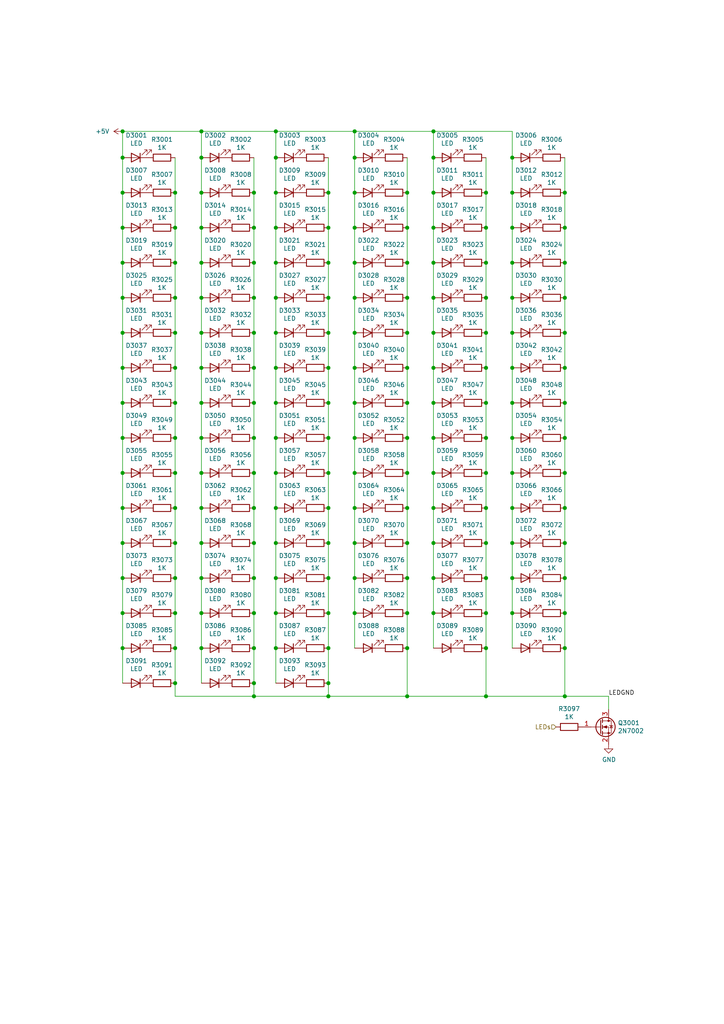
<source format=kicad_sch>
(kicad_sch (version 20230121) (generator eeschema)

  (uuid 286994e5-f0c4-4a0a-adea-2468e013a56f)

  (paper "A4" portrait)

  (title_block
    (title "ValKey")
    (date "2022-09-02")
    (rev "0.3")
    (company "Thomas Schwery")
    (comment 1 "ValKey TKL Keyboard")
  )

  

  (junction (at 118.11 201.93) (diameter 1.016) (color 0 0 0 0)
    (uuid 008d5474-498d-45e8-a1ba-40524f1335ff)
  )
  (junction (at 140.97 177.8) (diameter 1.016) (color 0 0 0 0)
    (uuid 00e18548-1f28-4ca8-b968-477de8f633ed)
  )
  (junction (at 118.11 66.04) (diameter 1.016) (color 0 0 0 0)
    (uuid 02e4da2a-8276-4833-8fb2-e7e741979657)
  )
  (junction (at 50.8 116.84) (diameter 1.016) (color 0 0 0 0)
    (uuid 031bf3dc-32db-4651-a5b6-a38dc244d068)
  )
  (junction (at 35.56 187.96) (diameter 1.016) (color 0 0 0 0)
    (uuid 0327f40b-88de-4e7b-8ea8-892d4159c63f)
  )
  (junction (at 125.73 137.16) (diameter 1.016) (color 0 0 0 0)
    (uuid 05998b83-b2bd-4a94-8eb0-d0bdd26d5f94)
  )
  (junction (at 35.56 157.48) (diameter 1.016) (color 0 0 0 0)
    (uuid 05dd3afd-0246-4f31-87fc-d19ab0ba62d0)
  )
  (junction (at 95.25 55.88) (diameter 1.016) (color 0 0 0 0)
    (uuid 0685417d-c56a-40e2-9378-6f29b7e2997c)
  )
  (junction (at 163.83 66.04) (diameter 1.016) (color 0 0 0 0)
    (uuid 06a5e287-f9ab-4776-b9ab-ca67be49de95)
  )
  (junction (at 50.8 157.48) (diameter 1.016) (color 0 0 0 0)
    (uuid 0772978a-0f26-41b0-a41f-89032aa2fb24)
  )
  (junction (at 118.11 167.64) (diameter 1.016) (color 0 0 0 0)
    (uuid 079b75c6-5c7b-4971-89ac-73317c318607)
  )
  (junction (at 125.73 177.8) (diameter 1.016) (color 0 0 0 0)
    (uuid 0831fbf6-89d8-4c60-8fb3-9c79ac046d38)
  )
  (junction (at 50.8 167.64) (diameter 1.016) (color 0 0 0 0)
    (uuid 083ea8f2-e418-4eec-a709-ca185b263dcb)
  )
  (junction (at 163.83 127) (diameter 1.016) (color 0 0 0 0)
    (uuid 09fa40f3-697c-4628-a00c-e9d1a4ea2566)
  )
  (junction (at 102.87 116.84) (diameter 1.016) (color 0 0 0 0)
    (uuid 0a3a20a4-abb0-41c1-9a26-1386eff263d3)
  )
  (junction (at 50.8 55.88) (diameter 1.016) (color 0 0 0 0)
    (uuid 0a6e2116-b49f-4feb-b829-d5a9b3599d4e)
  )
  (junction (at 118.11 55.88) (diameter 1.016) (color 0 0 0 0)
    (uuid 0a705a30-7923-48fa-9a56-8a968e09a719)
  )
  (junction (at 148.59 137.16) (diameter 1.016) (color 0 0 0 0)
    (uuid 0f45803e-59e1-449e-83da-39c2af94d317)
  )
  (junction (at 163.83 55.88) (diameter 1.016) (color 0 0 0 0)
    (uuid 101b51c4-a7f5-4ea9-af5a-7ba97d1d99fe)
  )
  (junction (at 73.66 127) (diameter 1.016) (color 0 0 0 0)
    (uuid 108929bc-a349-419e-83b1-28170faf7206)
  )
  (junction (at 102.87 137.16) (diameter 1.016) (color 0 0 0 0)
    (uuid 11bf0d77-f2ef-4d36-8dd6-f93371297a48)
  )
  (junction (at 73.66 96.52) (diameter 1.016) (color 0 0 0 0)
    (uuid 15f5442d-f3ee-40f9-88dc-f56855bd131d)
  )
  (junction (at 35.56 55.88) (diameter 1.016) (color 0 0 0 0)
    (uuid 1637f4ca-a741-4d3a-81b2-abcca0ecd939)
  )
  (junction (at 35.56 137.16) (diameter 1.016) (color 0 0 0 0)
    (uuid 1691d035-dd8d-4d43-be3e-eac5dd073ef6)
  )
  (junction (at 73.66 201.93) (diameter 1.016) (color 0 0 0 0)
    (uuid 175a0a89-905b-44d5-a009-cb30c1f24dd0)
  )
  (junction (at 148.59 86.36) (diameter 1.016) (color 0 0 0 0)
    (uuid 18627237-02bb-47ae-ac45-cd20e3a0aa8a)
  )
  (junction (at 148.59 55.88) (diameter 1.016) (color 0 0 0 0)
    (uuid 18ccbf67-c2c4-4557-8b71-45d46045e417)
  )
  (junction (at 125.73 157.48) (diameter 1.016) (color 0 0 0 0)
    (uuid 1a00882b-2900-47d0-856e-ca66d9af7af0)
  )
  (junction (at 35.56 45.72) (diameter 1.016) (color 0 0 0 0)
    (uuid 1ac539ce-0321-4b7e-904b-395de559421a)
  )
  (junction (at 95.25 106.68) (diameter 1.016) (color 0 0 0 0)
    (uuid 1ad22757-0fd0-4a3b-a834-efa503625cae)
  )
  (junction (at 50.8 106.68) (diameter 1.016) (color 0 0 0 0)
    (uuid 1ae723c7-e6fa-4ea7-9cb9-5b9255096b43)
  )
  (junction (at 140.97 116.84) (diameter 1.016) (color 0 0 0 0)
    (uuid 1fddac9f-e2cc-42c2-84cb-16cfb05a3582)
  )
  (junction (at 80.01 96.52) (diameter 1.016) (color 0 0 0 0)
    (uuid 2400ca80-9aec-4c8c-ac9f-e91f7d0d86c5)
  )
  (junction (at 140.97 86.36) (diameter 1.016) (color 0 0 0 0)
    (uuid 28854ef0-63f8-4cd1-a600-2f113620ecdb)
  )
  (junction (at 102.87 96.52) (diameter 1.016) (color 0 0 0 0)
    (uuid 2bb11e7c-b1af-4ec7-ba1e-ae60c1845587)
  )
  (junction (at 118.11 137.16) (diameter 1.016) (color 0 0 0 0)
    (uuid 2c43e3e9-039e-4bae-8239-6a4cd411f7d0)
  )
  (junction (at 80.01 127) (diameter 1.016) (color 0 0 0 0)
    (uuid 2d18031a-2f81-4ffb-81c2-83d7a8044b5a)
  )
  (junction (at 163.83 187.96) (diameter 1.016) (color 0 0 0 0)
    (uuid 2d2855bf-f027-424f-9a0f-28e1f90a7e40)
  )
  (junction (at 58.42 106.68) (diameter 1.016) (color 0 0 0 0)
    (uuid 2e34fa6e-c624-4f4d-9172-7b0ee3f7e9b5)
  )
  (junction (at 73.66 198.12) (diameter 1.016) (color 0 0 0 0)
    (uuid 2e8f5f23-3b9f-4d84-8856-21683c558470)
  )
  (junction (at 148.59 147.32) (diameter 1.016) (color 0 0 0 0)
    (uuid 30295410-06fc-442d-b239-82ce211fb7ce)
  )
  (junction (at 148.59 66.04) (diameter 1.016) (color 0 0 0 0)
    (uuid 3081b098-f463-4b4f-8336-e95f140193c1)
  )
  (junction (at 50.8 187.96) (diameter 1.016) (color 0 0 0 0)
    (uuid 3219c3b4-aafe-4777-b4c6-3471813f3785)
  )
  (junction (at 35.56 177.8) (diameter 1.016) (color 0 0 0 0)
    (uuid 331aa2f4-3be1-45d3-98c3-0bd3805d2e23)
  )
  (junction (at 73.66 147.32) (diameter 1.016) (color 0 0 0 0)
    (uuid 393bd9d3-8dac-4d57-8088-7eddbf5c4222)
  )
  (junction (at 163.83 201.93) (diameter 1.016) (color 0 0 0 0)
    (uuid 39b319ee-da96-4e42-b4fc-fe8b8331f225)
  )
  (junction (at 125.73 147.32) (diameter 1.016) (color 0 0 0 0)
    (uuid 3a494e19-ac5a-4852-91a9-f85fc17f6599)
  )
  (junction (at 58.42 96.52) (diameter 1.016) (color 0 0 0 0)
    (uuid 3b78cc32-6e9f-492b-9efb-f6a3301b6a1a)
  )
  (junction (at 50.8 147.32) (diameter 1.016) (color 0 0 0 0)
    (uuid 3bc45195-793c-406a-9bac-4949ba881d51)
  )
  (junction (at 80.01 187.96) (diameter 1.016) (color 0 0 0 0)
    (uuid 3c00663a-fac5-49ff-a958-b78b3c7ce318)
  )
  (junction (at 118.11 76.2) (diameter 1.016) (color 0 0 0 0)
    (uuid 3c42a5d3-c82e-4580-b2cd-b04081638bd1)
  )
  (junction (at 140.97 76.2) (diameter 1.016) (color 0 0 0 0)
    (uuid 3c6e2b8e-e126-4f32-8bb9-78a527676ef5)
  )
  (junction (at 140.97 157.48) (diameter 1.016) (color 0 0 0 0)
    (uuid 3d8d88d6-7acc-4a13-ab24-f879deb24865)
  )
  (junction (at 80.01 177.8) (diameter 1.016) (color 0 0 0 0)
    (uuid 3e493449-8085-4c4e-91bd-d3638b1ccc2f)
  )
  (junction (at 35.56 167.64) (diameter 1.016) (color 0 0 0 0)
    (uuid 41cfa0d1-b762-4b24-90f9-b9b43f4921da)
  )
  (junction (at 148.59 116.84) (diameter 1.016) (color 0 0 0 0)
    (uuid 4439919f-6913-4af9-9688-20437e76d24b)
  )
  (junction (at 35.56 127) (diameter 1.016) (color 0 0 0 0)
    (uuid 44a71b63-c75f-42b2-be0a-1948422f9e9e)
  )
  (junction (at 148.59 106.68) (diameter 1.016) (color 0 0 0 0)
    (uuid 48638bfe-36f9-4313-8772-22e4a711c7cf)
  )
  (junction (at 140.97 106.68) (diameter 1.016) (color 0 0 0 0)
    (uuid 494edd16-5585-4d03-ae16-3766585b7eac)
  )
  (junction (at 80.01 147.32) (diameter 1.016) (color 0 0 0 0)
    (uuid 4a8212b6-1e2a-4183-8f26-a4e7274339ee)
  )
  (junction (at 50.8 198.12) (diameter 1.016) (color 0 0 0 0)
    (uuid 4ac73892-30a3-4019-9837-da48c558e5e8)
  )
  (junction (at 140.97 96.52) (diameter 1.016) (color 0 0 0 0)
    (uuid 4d068827-f34c-4a06-9d1f-628be0a30fb2)
  )
  (junction (at 73.66 187.96) (diameter 1.016) (color 0 0 0 0)
    (uuid 4decabc9-ca56-4fd3-badb-faac6721c561)
  )
  (junction (at 102.87 127) (diameter 1.016) (color 0 0 0 0)
    (uuid 4ea18a5a-d152-4db3-b49c-f7fe9281daab)
  )
  (junction (at 102.87 106.68) (diameter 1.016) (color 0 0 0 0)
    (uuid 4fd3ed49-7278-4dbd-a088-8ff07438709e)
  )
  (junction (at 80.01 157.48) (diameter 1.016) (color 0 0 0 0)
    (uuid 51a15b68-a660-4889-86ff-1eb58ac1d55a)
  )
  (junction (at 163.83 96.52) (diameter 1.016) (color 0 0 0 0)
    (uuid 51d38ebe-900d-4fc1-babb-025050f22aae)
  )
  (junction (at 35.56 96.52) (diameter 1.016) (color 0 0 0 0)
    (uuid 52e4221b-41b0-4de2-bdf6-588edd18b236)
  )
  (junction (at 73.66 66.04) (diameter 1.016) (color 0 0 0 0)
    (uuid 5358d0e8-2733-4449-8a78-089acefe39bf)
  )
  (junction (at 58.42 147.32) (diameter 1.016) (color 0 0 0 0)
    (uuid 592b0ded-dfd8-4160-a980-b0a1b93692f0)
  )
  (junction (at 102.87 45.72) (diameter 1.016) (color 0 0 0 0)
    (uuid 5ab2aeab-4e70-433b-864c-fb8142209f5f)
  )
  (junction (at 125.73 127) (diameter 1.016) (color 0 0 0 0)
    (uuid 5abb278c-aab2-4495-be2e-9e3de0c98489)
  )
  (junction (at 148.59 96.52) (diameter 1.016) (color 0 0 0 0)
    (uuid 5d03cf16-e364-44a9-953d-c4fabd5eba52)
  )
  (junction (at 50.8 96.52) (diameter 1.016) (color 0 0 0 0)
    (uuid 5ebef843-6011-4e90-b96c-4a18f1f32bba)
  )
  (junction (at 80.01 66.04) (diameter 1.016) (color 0 0 0 0)
    (uuid 615b146e-a425-4207-b8af-adb5d77cd5f6)
  )
  (junction (at 140.97 167.64) (diameter 1.016) (color 0 0 0 0)
    (uuid 62f76bc7-8b23-4247-868a-9ddf7b5e4512)
  )
  (junction (at 95.25 76.2) (diameter 1.016) (color 0 0 0 0)
    (uuid 62f7e5f4-6f7e-4b1a-a73b-f40ac611895f)
  )
  (junction (at 35.56 106.68) (diameter 1.016) (color 0 0 0 0)
    (uuid 640dca44-e49d-47c0-928b-fe25285c7669)
  )
  (junction (at 163.83 167.64) (diameter 1.016) (color 0 0 0 0)
    (uuid 64ba8fdc-0d55-4329-b54b-1a6b052e9ddd)
  )
  (junction (at 95.25 137.16) (diameter 1.016) (color 0 0 0 0)
    (uuid 6513f766-071f-4c1b-9f04-0f140a84b154)
  )
  (junction (at 118.11 177.8) (diameter 1.016) (color 0 0 0 0)
    (uuid 66272452-1a6c-462d-aa0f-b36f2443d952)
  )
  (junction (at 163.83 86.36) (diameter 1.016) (color 0 0 0 0)
    (uuid 673c9160-6d80-4e4c-b8b7-d5d5f44ddf79)
  )
  (junction (at 58.42 55.88) (diameter 1.016) (color 0 0 0 0)
    (uuid 678fc9cf-cc1a-44fb-8f34-5f72950e508f)
  )
  (junction (at 95.25 66.04) (diameter 1.016) (color 0 0 0 0)
    (uuid 6ee46f82-aa96-48ba-bd3f-6704f972d466)
  )
  (junction (at 95.25 167.64) (diameter 1.016) (color 0 0 0 0)
    (uuid 6f70c18b-f422-40eb-922c-e162808f8863)
  )
  (junction (at 95.25 127) (diameter 1.016) (color 0 0 0 0)
    (uuid 6fb03f1d-f4f2-4470-9b2f-46466c7e6934)
  )
  (junction (at 140.97 201.93) (diameter 1.016) (color 0 0 0 0)
    (uuid 6ff6232a-5a9e-4973-8f69-8d84dd2af040)
  )
  (junction (at 102.87 177.8) (diameter 1.016) (color 0 0 0 0)
    (uuid 72783d09-27e4-40ad-9b9e-9fd1e124007c)
  )
  (junction (at 58.42 76.2) (diameter 1.016) (color 0 0 0 0)
    (uuid 7304534f-a0f2-4648-a6e7-7a0f3b83c6ef)
  )
  (junction (at 118.11 157.48) (diameter 1.016) (color 0 0 0 0)
    (uuid 74f5e733-29a2-4cbe-a233-38a7ffb1e3f6)
  )
  (junction (at 102.87 66.04) (diameter 1.016) (color 0 0 0 0)
    (uuid 76837129-f2ac-45fb-8f65-4fe73afafe23)
  )
  (junction (at 80.01 55.88) (diameter 1.016) (color 0 0 0 0)
    (uuid 7750f0aa-543e-4691-8267-c902b79394ab)
  )
  (junction (at 58.42 116.84) (diameter 1.016) (color 0 0 0 0)
    (uuid 777071f4-26a1-451a-a99d-734c29cbf067)
  )
  (junction (at 50.8 127) (diameter 1.016) (color 0 0 0 0)
    (uuid 77b1174f-9a54-466e-8168-82d489738c1e)
  )
  (junction (at 140.97 137.16) (diameter 1.016) (color 0 0 0 0)
    (uuid 787088f2-6ab1-4c01-a66b-ff067ab59b13)
  )
  (junction (at 35.56 38.1) (diameter 1.016) (color 0 0 0 0)
    (uuid 79538421-235d-4c95-a13c-7d782f6f9aee)
  )
  (junction (at 35.56 116.84) (diameter 1.016) (color 0 0 0 0)
    (uuid 79dff24e-38d8-4a05-8d0c-3f92c70fa505)
  )
  (junction (at 125.73 116.84) (diameter 1.016) (color 0 0 0 0)
    (uuid 79e5c7f1-b764-4105-a0aa-305dc88b496e)
  )
  (junction (at 58.42 157.48) (diameter 1.016) (color 0 0 0 0)
    (uuid 7ab95a8c-6543-4929-8b27-92d4f1f84b84)
  )
  (junction (at 58.42 137.16) (diameter 1.016) (color 0 0 0 0)
    (uuid 7b514fa4-1fbd-4ef9-a379-05b3385142aa)
  )
  (junction (at 125.73 167.64) (diameter 1.016) (color 0 0 0 0)
    (uuid 7da831e8-3824-4321-bce4-eebdf6cb5507)
  )
  (junction (at 125.73 96.52) (diameter 1.016) (color 0 0 0 0)
    (uuid 7f928404-0bef-4088-9f6a-39d887bb4c6e)
  )
  (junction (at 102.87 38.1) (diameter 1.016) (color 0 0 0 0)
    (uuid 80cf402a-8622-44b3-8120-6c7d31fa7692)
  )
  (junction (at 102.87 86.36) (diameter 1.016) (color 0 0 0 0)
    (uuid 824a6204-f5c5-4082-853f-1785fc96d8c3)
  )
  (junction (at 148.59 45.72) (diameter 1.016) (color 0 0 0 0)
    (uuid 82b89f32-b67c-44ca-8e50-f8d5ac5efc1c)
  )
  (junction (at 118.11 127) (diameter 1.016) (color 0 0 0 0)
    (uuid 843a8510-4d5d-4149-87c1-02b146d8f2e8)
  )
  (junction (at 35.56 66.04) (diameter 1.016) (color 0 0 0 0)
    (uuid 86389e9b-3f29-4204-9af4-28d5848ca86b)
  )
  (junction (at 80.01 167.64) (diameter 1.016) (color 0 0 0 0)
    (uuid 86fe7655-2d44-4506-bd86-9007fdc1b804)
  )
  (junction (at 148.59 76.2) (diameter 1.016) (color 0 0 0 0)
    (uuid 88a1fd14-286d-4459-8062-fc0fe8c4b0ca)
  )
  (junction (at 140.97 147.32) (diameter 1.016) (color 0 0 0 0)
    (uuid 8902e15b-056e-47f9-9109-6dbe7d2e149b)
  )
  (junction (at 140.97 187.96) (diameter 1.016) (color 0 0 0 0)
    (uuid 89eb4486-2ec5-446d-98f5-4ae3c938b1df)
  )
  (junction (at 163.83 76.2) (diameter 1.016) (color 0 0 0 0)
    (uuid 8a33012c-a0e2-4474-b407-5193091d0d4f)
  )
  (junction (at 102.87 55.88) (diameter 1.016) (color 0 0 0 0)
    (uuid 8be3f163-51e8-4473-8135-348798627130)
  )
  (junction (at 163.83 106.68) (diameter 1.016) (color 0 0 0 0)
    (uuid 8d6a27bf-e661-431f-8208-deaab495cab3)
  )
  (junction (at 125.73 45.72) (diameter 1.016) (color 0 0 0 0)
    (uuid 8de2cd13-5e38-4582-a0ef-8caf7a95cac7)
  )
  (junction (at 35.56 76.2) (diameter 1.016) (color 0 0 0 0)
    (uuid 8e892c0c-589f-49c8-a0a7-e2777a1f3e97)
  )
  (junction (at 102.87 157.48) (diameter 1.016) (color 0 0 0 0)
    (uuid 8f395d2e-82b9-4479-a340-69c9be7090d3)
  )
  (junction (at 148.59 157.48) (diameter 1.016) (color 0 0 0 0)
    (uuid 9146c53b-a422-4eee-90d9-46fb4154d14c)
  )
  (junction (at 163.83 147.32) (diameter 1.016) (color 0 0 0 0)
    (uuid 9387578a-9b0a-4384-aad2-1696c62ee4d6)
  )
  (junction (at 80.01 45.72) (diameter 1.016) (color 0 0 0 0)
    (uuid 93893d7b-5c0c-49dd-8601-20b58f0c5190)
  )
  (junction (at 80.01 116.84) (diameter 1.016) (color 0 0 0 0)
    (uuid 955f6607-d71b-47e3-89ca-4dca9af3d61e)
  )
  (junction (at 148.59 167.64) (diameter 1.016) (color 0 0 0 0)
    (uuid 95f2d4a5-13e5-4064-8207-dfa15475303d)
  )
  (junction (at 58.42 45.72) (diameter 1.016) (color 0 0 0 0)
    (uuid 97bc1c28-e9ec-4d8a-8788-3f2a7772e4c6)
  )
  (junction (at 80.01 76.2) (diameter 1.016) (color 0 0 0 0)
    (uuid 97d452bf-94e6-40f9-b5b6-79a4f34d5214)
  )
  (junction (at 80.01 86.36) (diameter 1.016) (color 0 0 0 0)
    (uuid 996bf1e7-a738-42ab-8b02-65954fe73f85)
  )
  (junction (at 95.25 198.12) (diameter 1.016) (color 0 0 0 0)
    (uuid 9ba81621-b334-4170-bead-c5cac894ced0)
  )
  (junction (at 50.8 137.16) (diameter 1.016) (color 0 0 0 0)
    (uuid 9e29b5bf-0f10-4752-8af6-94849e37298c)
  )
  (junction (at 163.83 137.16) (diameter 1.016) (color 0 0 0 0)
    (uuid 9e78bda2-544f-40f8-af5d-bd739df644ca)
  )
  (junction (at 50.8 86.36) (diameter 1.016) (color 0 0 0 0)
    (uuid 9efca636-0159-4add-be59-1623cc3576b0)
  )
  (junction (at 118.11 96.52) (diameter 1.016) (color 0 0 0 0)
    (uuid a00e5934-376a-4219-8d44-998f3f231e1f)
  )
  (junction (at 95.25 201.93) (diameter 1.016) (color 0 0 0 0)
    (uuid a533f360-97ac-4e6c-b637-66d89252fd94)
  )
  (junction (at 50.8 66.04) (diameter 1.016) (color 0 0 0 0)
    (uuid a61fdd00-dc5a-4fb2-b119-817460dd59b2)
  )
  (junction (at 73.66 116.84) (diameter 1.016) (color 0 0 0 0)
    (uuid aa6cb5a2-5672-4234-b21d-46f97a74f53a)
  )
  (junction (at 148.59 127) (diameter 1.016) (color 0 0 0 0)
    (uuid acc8db24-3b86-4989-98fa-fe5e1741b710)
  )
  (junction (at 125.73 38.1) (diameter 1.016) (color 0 0 0 0)
    (uuid b1fa83b0-3e82-4fa0-9ce4-edfba485fa8a)
  )
  (junction (at 35.56 86.36) (diameter 1.016) (color 0 0 0 0)
    (uuid b2e27c05-3ca0-4077-9924-f581fe86e83c)
  )
  (junction (at 140.97 66.04) (diameter 1.016) (color 0 0 0 0)
    (uuid b56421a9-6788-4ff3-acc9-177e1919954b)
  )
  (junction (at 50.8 76.2) (diameter 1.016) (color 0 0 0 0)
    (uuid b870529b-09bf-4785-a4bb-ff9255726069)
  )
  (junction (at 80.01 38.1) (diameter 1.016) (color 0 0 0 0)
    (uuid b90554f7-fbc7-4da0-84c1-32b97c9ab810)
  )
  (junction (at 95.25 86.36) (diameter 1.016) (color 0 0 0 0)
    (uuid ba1283ab-d43a-4c5c-bd45-0ff24e1d24d2)
  )
  (junction (at 102.87 76.2) (diameter 1.016) (color 0 0 0 0)
    (uuid bbc4b787-0cc6-46eb-ad9a-a10bf267b026)
  )
  (junction (at 118.11 86.36) (diameter 1.016) (color 0 0 0 0)
    (uuid bd858b15-c91b-4111-88ef-614ee7200274)
  )
  (junction (at 102.87 147.32) (diameter 1.016) (color 0 0 0 0)
    (uuid bf5278b6-92b1-458f-9c30-48256dcac0e7)
  )
  (junction (at 73.66 55.88) (diameter 1.016) (color 0 0 0 0)
    (uuid c0dc4834-57ca-448a-870c-4d2e357a20ff)
  )
  (junction (at 50.8 177.8) (diameter 1.016) (color 0 0 0 0)
    (uuid c28760ea-2410-4f35-8e80-035e4e4002a6)
  )
  (junction (at 95.25 96.52) (diameter 1.016) (color 0 0 0 0)
    (uuid c5a4a6d5-5602-4211-8b72-ae656e0b5dfb)
  )
  (junction (at 35.56 147.32) (diameter 1.016) (color 0 0 0 0)
    (uuid c6df1d8c-804a-447b-89c6-f4206afe753b)
  )
  (junction (at 73.66 167.64) (diameter 1.016) (color 0 0 0 0)
    (uuid c71d2402-45c2-4486-a285-52c7362307b4)
  )
  (junction (at 73.66 137.16) (diameter 1.016) (color 0 0 0 0)
    (uuid ca22249b-eeb8-4870-be69-738874074621)
  )
  (junction (at 95.25 147.32) (diameter 1.016) (color 0 0 0 0)
    (uuid ceb00265-6b5e-4d0e-bf42-4fb5d0aeb843)
  )
  (junction (at 80.01 106.68) (diameter 1.016) (color 0 0 0 0)
    (uuid d2cd082a-7dd1-493e-9b3c-9fede64c8530)
  )
  (junction (at 118.11 106.68) (diameter 1.016) (color 0 0 0 0)
    (uuid d4e17fe9-c18f-4723-b55b-c5e048f01b1c)
  )
  (junction (at 95.25 187.96) (diameter 1.016) (color 0 0 0 0)
    (uuid d69a9317-189a-4638-9f80-a5c5168f606e)
  )
  (junction (at 95.25 177.8) (diameter 1.016) (color 0 0 0 0)
    (uuid d8adefc7-ee67-4e07-9578-258a6efb518e)
  )
  (junction (at 58.42 66.04) (diameter 1.016) (color 0 0 0 0)
    (uuid d9303bd9-13a6-4744-97b2-2707f1217268)
  )
  (junction (at 95.25 157.48) (diameter 1.016) (color 0 0 0 0)
    (uuid da398199-3ed2-449d-b88a-f0a505e2fb8a)
  )
  (junction (at 163.83 116.84) (diameter 1.016) (color 0 0 0 0)
    (uuid dc7cf77f-2042-4573-9b65-6a6058cac62c)
  )
  (junction (at 118.11 147.32) (diameter 1.016) (color 0 0 0 0)
    (uuid dd54b7fe-4cb3-4a4b-a966-01f4e3a71234)
  )
  (junction (at 73.66 86.36) (diameter 1.016) (color 0 0 0 0)
    (uuid dd56e4d7-d86d-4c04-a772-ef4ac148e81b)
  )
  (junction (at 58.42 177.8) (diameter 1.016) (color 0 0 0 0)
    (uuid decb5574-3e09-4da9-82d7-b078536b2696)
  )
  (junction (at 73.66 76.2) (diameter 1.016) (color 0 0 0 0)
    (uuid dfd0d6a7-0a08-4b5b-b88d-f74345242034)
  )
  (junction (at 73.66 157.48) (diameter 1.016) (color 0 0 0 0)
    (uuid e0c0eb14-7dea-4479-81d2-35fe4178228a)
  )
  (junction (at 148.59 177.8) (diameter 1.016) (color 0 0 0 0)
    (uuid e3da9df7-3baa-46d7-9109-a2c7d6425f87)
  )
  (junction (at 163.83 157.48) (diameter 1.016) (color 0 0 0 0)
    (uuid e427822b-e891-4fda-b675-c7434027db7c)
  )
  (junction (at 125.73 66.04) (diameter 1.016) (color 0 0 0 0)
    (uuid e5a08cba-13b5-4531-be5e-8ab13a46a75a)
  )
  (junction (at 73.66 106.68) (diameter 1.016) (color 0 0 0 0)
    (uuid e7d860f0-05f0-43d0-b3ee-4a39f1b716af)
  )
  (junction (at 58.42 127) (diameter 1.016) (color 0 0 0 0)
    (uuid e836d4c9-0883-44d0-912e-f361d5f40e70)
  )
  (junction (at 125.73 76.2) (diameter 1.016) (color 0 0 0 0)
    (uuid ea4a9bbe-49c7-499d-894d-0869677be211)
  )
  (junction (at 118.11 116.84) (diameter 1.016) (color 0 0 0 0)
    (uuid ecaf9fdf-22ad-4b09-a16f-4c87d935637d)
  )
  (junction (at 58.42 38.1) (diameter 1.016) (color 0 0 0 0)
    (uuid f0902392-d44a-42f8-ada8-7f242a66a9f2)
  )
  (junction (at 58.42 187.96) (diameter 1.016) (color 0 0 0 0)
    (uuid f36b6d9c-1fc6-4053-aad8-e45501b54c99)
  )
  (junction (at 58.42 167.64) (diameter 1.016) (color 0 0 0 0)
    (uuid f4c8fdfa-de44-4c30-b641-fa9469b2ffdb)
  )
  (junction (at 80.01 137.16) (diameter 1.016) (color 0 0 0 0)
    (uuid f54e6f3a-d4f3-470b-a90b-e31bc598c496)
  )
  (junction (at 118.11 187.96) (diameter 1.016) (color 0 0 0 0)
    (uuid f666c2d0-5e26-4037-beb1-17e5db0bac81)
  )
  (junction (at 58.42 86.36) (diameter 1.016) (color 0 0 0 0)
    (uuid f6c36f4c-a52b-4992-8c1f-c70e12a5f03c)
  )
  (junction (at 73.66 177.8) (diameter 1.016) (color 0 0 0 0)
    (uuid f93ba7e1-af4a-47f0-8df5-dbc309b0d413)
  )
  (junction (at 95.25 116.84) (diameter 1.016) (color 0 0 0 0)
    (uuid fa97a1d9-5ba7-4104-86df-3a1274bb83f0)
  )
  (junction (at 102.87 167.64) (diameter 1.016) (color 0 0 0 0)
    (uuid fb1984df-626b-492c-948c-59fb97faf9e3)
  )
  (junction (at 125.73 55.88) (diameter 1.016) (color 0 0 0 0)
    (uuid fb3ba424-efef-41a9-bae5-97b4dc01a8b0)
  )
  (junction (at 163.83 177.8) (diameter 1.016) (color 0 0 0 0)
    (uuid fc8251ca-ee5c-4ef6-bf27-2b34a690bf4e)
  )
  (junction (at 140.97 55.88) (diameter 1.016) (color 0 0 0 0)
    (uuid fc9cb685-e5ce-4933-bf3c-3e64e9c4e4ed)
  )
  (junction (at 125.73 106.68) (diameter 1.016) (color 0 0 0 0)
    (uuid feac6aa2-5b7b-4747-978c-e32dd35d9173)
  )
  (junction (at 125.73 86.36) (diameter 1.016) (color 0 0 0 0)
    (uuid febe4921-fd7c-48c9-aa34-390759f29b9b)
  )
  (junction (at 140.97 127) (diameter 1.016) (color 0 0 0 0)
    (uuid ff19c345-9182-4f24-949c-e66d5942a07e)
  )

  (wire (pts (xy 73.66 177.8) (xy 73.66 187.96))
    (stroke (width 0) (type solid))
    (uuid 01c1d146-7ef5-41c4-aadb-ff4534ad4d1e)
  )
  (wire (pts (xy 102.87 55.88) (xy 102.87 45.72))
    (stroke (width 0) (type solid))
    (uuid 0211a54c-9d6b-41b4-8183-3d448f0e81eb)
  )
  (wire (pts (xy 118.11 201.93) (xy 95.25 201.93))
    (stroke (width 0) (type solid))
    (uuid 022d0c47-9960-4bd1-b6db-9b40bd72997c)
  )
  (wire (pts (xy 163.83 167.64) (xy 163.83 177.8))
    (stroke (width 0) (type solid))
    (uuid 03a8f628-0075-41c4-91d3-ad2a13690542)
  )
  (wire (pts (xy 73.66 137.16) (xy 73.66 147.32))
    (stroke (width 0) (type solid))
    (uuid 050c9449-b4a2-49fe-aa9b-459bc7329bf2)
  )
  (wire (pts (xy 50.8 147.32) (xy 50.8 157.48))
    (stroke (width 0) (type solid))
    (uuid 052295f0-b54c-43e4-b774-8d4119dc6c3b)
  )
  (wire (pts (xy 163.83 157.48) (xy 163.83 167.64))
    (stroke (width 0) (type solid))
    (uuid 05c6e348-1d82-4a5f-8128-f423c39fce42)
  )
  (wire (pts (xy 148.59 96.52) (xy 148.59 106.68))
    (stroke (width 0) (type solid))
    (uuid 08bd6067-3568-44a5-a877-79f7cd5668e0)
  )
  (wire (pts (xy 58.42 157.48) (xy 58.42 167.64))
    (stroke (width 0) (type solid))
    (uuid 09131e12-4eb0-4d8c-8c29-ab34d3891adf)
  )
  (wire (pts (xy 58.42 177.8) (xy 58.42 187.96))
    (stroke (width 0) (type solid))
    (uuid 0afba1e5-535d-4deb-8cff-40f6d7e80d78)
  )
  (wire (pts (xy 95.25 147.32) (xy 95.25 157.48))
    (stroke (width 0) (type solid))
    (uuid 0f8006b5-3310-45fe-9453-66d8ce50eee5)
  )
  (wire (pts (xy 73.66 127) (xy 73.66 137.16))
    (stroke (width 0) (type solid))
    (uuid 0fe4d030-7010-4425-b12b-af5eff3959bd)
  )
  (wire (pts (xy 125.73 66.04) (xy 125.73 76.2))
    (stroke (width 0) (type solid))
    (uuid 10697b90-b483-41dc-9e60-c167739a5034)
  )
  (wire (pts (xy 118.11 106.68) (xy 118.11 116.84))
    (stroke (width 0) (type solid))
    (uuid 10d33bc7-d343-4f83-908f-682432b3e76d)
  )
  (wire (pts (xy 140.97 66.04) (xy 140.97 76.2))
    (stroke (width 0) (type solid))
    (uuid 11d93bc3-cb65-4d75-a265-0836a74da019)
  )
  (wire (pts (xy 35.56 76.2) (xy 35.56 86.36))
    (stroke (width 0) (type solid))
    (uuid 127128b6-6bed-40b8-b7f3-7fdb6cfd98bd)
  )
  (wire (pts (xy 148.59 157.48) (xy 148.59 167.64))
    (stroke (width 0) (type solid))
    (uuid 12bc55ee-92c6-403e-96e2-52c384871d26)
  )
  (wire (pts (xy 73.66 201.93) (xy 50.8 201.93))
    (stroke (width 0) (type solid))
    (uuid 1394e9ce-e52d-4284-ab6e-ddbc59069a45)
  )
  (wire (pts (xy 95.25 137.16) (xy 95.25 147.32))
    (stroke (width 0) (type solid))
    (uuid 14d9f9ee-0d66-4d7b-bd3e-49b94ed4c5fc)
  )
  (wire (pts (xy 140.97 96.52) (xy 140.97 106.68))
    (stroke (width 0) (type solid))
    (uuid 15a2f5fd-1a33-4503-bcd4-60c4cbac2ba4)
  )
  (wire (pts (xy 102.87 55.88) (xy 102.87 66.04))
    (stroke (width 0) (type solid))
    (uuid 1620c8e7-b856-4a9e-96d5-85cca963b878)
  )
  (wire (pts (xy 95.25 55.88) (xy 95.25 66.04))
    (stroke (width 0) (type solid))
    (uuid 1912a27f-d0e7-47c9-b321-e07576ea0447)
  )
  (wire (pts (xy 163.83 147.32) (xy 163.83 157.48))
    (stroke (width 0) (type solid))
    (uuid 1b52d889-191b-4777-aa23-d2688a7ccac1)
  )
  (wire (pts (xy 35.56 127) (xy 35.56 137.16))
    (stroke (width 0) (type solid))
    (uuid 1d29ec7b-3129-48a6-ae97-e06e0bb69e4d)
  )
  (wire (pts (xy 58.42 38.1) (xy 58.42 45.72))
    (stroke (width 0) (type solid))
    (uuid 1dbca339-48c0-4969-8d46-3eab19728bcc)
  )
  (wire (pts (xy 176.53 201.93) (xy 163.83 201.93))
    (stroke (width 0) (type solid))
    (uuid 1e385a39-e3b5-4e84-9b72-474ac466d90d)
  )
  (wire (pts (xy 50.8 177.8) (xy 50.8 187.96))
    (stroke (width 0) (type solid))
    (uuid 2014fbef-018e-4e86-afa1-fc6addb8aab7)
  )
  (wire (pts (xy 73.66 201.93) (xy 95.25 201.93))
    (stroke (width 0) (type solid))
    (uuid 23f41330-84d3-4854-a09d-565803a88df3)
  )
  (wire (pts (xy 95.25 66.04) (xy 95.25 76.2))
    (stroke (width 0) (type solid))
    (uuid 27a63d22-626d-4cc1-be31-d44107f38962)
  )
  (wire (pts (xy 118.11 55.88) (xy 118.11 66.04))
    (stroke (width 0) (type solid))
    (uuid 29f30567-ce8d-4001-8e22-e22ce92c59b1)
  )
  (wire (pts (xy 58.42 116.84) (xy 58.42 127))
    (stroke (width 0) (type solid))
    (uuid 2d0c622b-84d7-4e06-9ef6-2b7ae6600a03)
  )
  (wire (pts (xy 80.01 38.1) (xy 80.01 45.72))
    (stroke (width 0) (type solid))
    (uuid 2e556ad7-258b-4293-b10a-4d677efff9bf)
  )
  (wire (pts (xy 102.87 167.64) (xy 102.87 177.8))
    (stroke (width 0) (type solid))
    (uuid 2f4b2253-088d-4400-826a-6605bfc37a20)
  )
  (wire (pts (xy 35.56 116.84) (xy 35.56 127))
    (stroke (width 0) (type solid))
    (uuid 2f7f046e-125a-4ab3-a471-763447fb3a98)
  )
  (wire (pts (xy 35.56 38.1) (xy 35.56 45.72))
    (stroke (width 0) (type solid))
    (uuid 30453cc8-e34e-41b3-863c-884be66dc3e4)
  )
  (wire (pts (xy 95.25 76.2) (xy 95.25 86.36))
    (stroke (width 0) (type solid))
    (uuid 30a14425-097a-41af-9f96-2c4dba602898)
  )
  (wire (pts (xy 73.66 86.36) (xy 73.66 96.52))
    (stroke (width 0) (type solid))
    (uuid 31419377-c4bc-483a-9bc2-fe268e5e4cc5)
  )
  (wire (pts (xy 118.11 167.64) (xy 118.11 177.8))
    (stroke (width 0) (type solid))
    (uuid 31b4ff92-b8fc-44ed-a429-b519c37f711a)
  )
  (wire (pts (xy 140.97 201.93) (xy 118.11 201.93))
    (stroke (width 0) (type solid))
    (uuid 328b2c7b-e4aa-4971-9227-fbfd42dfeddd)
  )
  (wire (pts (xy 50.8 76.2) (xy 50.8 86.36))
    (stroke (width 0) (type solid))
    (uuid 33fe743f-5289-4a65-8507-42521dde97ef)
  )
  (wire (pts (xy 58.42 167.64) (xy 58.42 177.8))
    (stroke (width 0) (type solid))
    (uuid 36ee7496-cfce-40c3-8d9e-3ef9f6a1cec6)
  )
  (wire (pts (xy 73.66 116.84) (xy 73.66 127))
    (stroke (width 0) (type solid))
    (uuid 3753e263-5762-4fe9-a694-2188d6ad20f8)
  )
  (wire (pts (xy 80.01 167.64) (xy 80.01 177.8))
    (stroke (width 0) (type solid))
    (uuid 38b1ac6c-84c4-4993-ad28-30614cc059b8)
  )
  (wire (pts (xy 125.73 38.1) (xy 125.73 45.72))
    (stroke (width 0) (type solid))
    (uuid 3a8171b5-02da-474a-b102-27a038e89a9e)
  )
  (wire (pts (xy 125.73 106.68) (xy 125.73 116.84))
    (stroke (width 0) (type solid))
    (uuid 3b25d319-f11c-4d46-880d-dc834fd09b0f)
  )
  (wire (pts (xy 35.56 157.48) (xy 35.56 147.32))
    (stroke (width 0) (type solid))
    (uuid 3e256123-e721-43ca-bf4c-193b1fbef7bb)
  )
  (wire (pts (xy 102.87 116.84) (xy 102.87 127))
    (stroke (width 0) (type solid))
    (uuid 3faeb736-ca46-4520-92aa-5a021d90853a)
  )
  (wire (pts (xy 80.01 55.88) (xy 80.01 66.04))
    (stroke (width 0) (type solid))
    (uuid 45b932ba-a989-4b41-a63c-6491d88c1406)
  )
  (wire (pts (xy 80.01 147.32) (xy 80.01 157.48))
    (stroke (width 0) (type solid))
    (uuid 46f2ad3e-9ef7-4f2c-a0e4-19b76593a822)
  )
  (wire (pts (xy 140.97 177.8) (xy 140.97 187.96))
    (stroke (width 0) (type solid))
    (uuid 48649e10-aaac-4cbd-9c66-3df8d8ea58a5)
  )
  (wire (pts (xy 80.01 106.68) (xy 80.01 116.84))
    (stroke (width 0) (type solid))
    (uuid 486d8c73-c94e-48b1-baa7-f89c2992145f)
  )
  (wire (pts (xy 58.42 96.52) (xy 58.42 106.68))
    (stroke (width 0) (type solid))
    (uuid 48f3db1c-c90c-49f6-9666-b6c2f41be9ad)
  )
  (wire (pts (xy 35.56 55.88) (xy 35.56 66.04))
    (stroke (width 0) (type solid))
    (uuid 497616c0-0347-43c8-abf6-46dfa6774fd1)
  )
  (wire (pts (xy 125.73 116.84) (xy 125.73 127))
    (stroke (width 0) (type solid))
    (uuid 4a003ee8-7c8b-40a8-be8e-62f6daffd9b2)
  )
  (wire (pts (xy 118.11 66.04) (xy 118.11 76.2))
    (stroke (width 0) (type solid))
    (uuid 4b91aed7-3252-41cf-a181-378ab2143049)
  )
  (wire (pts (xy 73.66 106.68) (xy 73.66 116.84))
    (stroke (width 0) (type solid))
    (uuid 4babca06-176b-45d3-8797-a27d59fcbc33)
  )
  (wire (pts (xy 80.01 116.84) (xy 80.01 127))
    (stroke (width 0) (type solid))
    (uuid 53008f05-71d1-4ed2-b859-2fa8996c1142)
  )
  (wire (pts (xy 50.8 198.12) (xy 50.8 201.93))
    (stroke (width 0) (type solid))
    (uuid 553ce2b7-f555-4e4a-a00b-2b748c278467)
  )
  (wire (pts (xy 102.87 147.32) (xy 102.87 157.48))
    (stroke (width 0) (type solid))
    (uuid 558c3e06-9cc5-4f21-91a5-394d0f226fd8)
  )
  (wire (pts (xy 58.42 106.68) (xy 58.42 116.84))
    (stroke (width 0) (type solid))
    (uuid 55d9c817-60b1-4915-9d7b-e095912184ac)
  )
  (wire (pts (xy 80.01 86.36) (xy 80.01 96.52))
    (stroke (width 0) (type solid))
    (uuid 561de4cc-e52a-437e-8eb7-269d0188bf07)
  )
  (wire (pts (xy 125.73 55.88) (xy 125.73 45.72))
    (stroke (width 0) (type solid))
    (uuid 5649528f-ab60-4afc-b469-1d2188a93b11)
  )
  (wire (pts (xy 140.97 116.84) (xy 140.97 127))
    (stroke (width 0) (type solid))
    (uuid 57cf76ba-5c63-43b3-9028-8ad1d44618e8)
  )
  (wire (pts (xy 35.56 198.12) (xy 35.56 187.96))
    (stroke (width 0) (type solid))
    (uuid 58d7c9ca-4321-4f12-b09e-7d4b8c09c2e6)
  )
  (wire (pts (xy 102.87 38.1) (xy 102.87 45.72))
    (stroke (width 0) (type solid))
    (uuid 59920716-9b4a-4a72-965f-634c681a6190)
  )
  (wire (pts (xy 163.83 96.52) (xy 163.83 106.68))
    (stroke (width 0) (type solid))
    (uuid 5d6752f3-1b9b-4075-ae74-3414712df074)
  )
  (wire (pts (xy 163.83 106.68) (xy 163.83 116.84))
    (stroke (width 0) (type solid))
    (uuid 5f204c87-43e6-4344-9698-8d4070e5e8c6)
  )
  (wire (pts (xy 95.25 106.68) (xy 95.25 116.84))
    (stroke (width 0) (type solid))
    (uuid 61f6cb31-967c-4ae1-812b-6bf278b151c9)
  )
  (wire (pts (xy 140.97 147.32) (xy 140.97 157.48))
    (stroke (width 0) (type solid))
    (uuid 625ea988-eb12-4dd9-9016-d89aaf386c27)
  )
  (wire (pts (xy 35.56 157.48) (xy 35.56 167.64))
    (stroke (width 0) (type solid))
    (uuid 6277efae-9ec3-404d-a391-726d750bb0fa)
  )
  (wire (pts (xy 95.25 127) (xy 95.25 137.16))
    (stroke (width 0) (type solid))
    (uuid 63832d4a-89b0-4fe1-872b-a7fd52b197c5)
  )
  (wire (pts (xy 50.8 55.88) (xy 50.8 66.04))
    (stroke (width 0) (type solid))
    (uuid 640930e1-5fcc-4432-8a0d-34e398f233af)
  )
  (wire (pts (xy 80.01 177.8) (xy 80.01 187.96))
    (stroke (width 0) (type solid))
    (uuid 66079bad-a2a1-494c-895f-d8ba60af5f25)
  )
  (wire (pts (xy 118.11 137.16) (xy 118.11 147.32))
    (stroke (width 0) (type solid))
    (uuid 671760ac-78b8-455c-a4d7-eae86b8fcb72)
  )
  (wire (pts (xy 118.11 127) (xy 118.11 137.16))
    (stroke (width 0) (type solid))
    (uuid 684c841b-4623-4b9b-8c2b-5a707435dfd2)
  )
  (wire (pts (xy 148.59 177.8) (xy 148.59 187.96))
    (stroke (width 0) (type solid))
    (uuid 694e149b-ac8c-4a09-9f38-f0b78f3cc26f)
  )
  (wire (pts (xy 50.8 157.48) (xy 50.8 167.64))
    (stroke (width 0) (type solid))
    (uuid 696f7aa7-53f1-428f-9bcf-0511a2097681)
  )
  (wire (pts (xy 140.97 76.2) (xy 140.97 86.36))
    (stroke (width 0) (type solid))
    (uuid 6a8ea188-f74c-43d4-ac53-ee15d5cde005)
  )
  (wire (pts (xy 163.83 127) (xy 163.83 137.16))
    (stroke (width 0) (type solid))
    (uuid 6b7c2e69-0c58-4e45-860b-62beed9fd10b)
  )
  (wire (pts (xy 102.87 127) (xy 102.87 137.16))
    (stroke (width 0) (type solid))
    (uuid 6b9d2ded-a2c6-4431-b3f5-fcb09e128020)
  )
  (wire (pts (xy 118.11 157.48) (xy 118.11 167.64))
    (stroke (width 0) (type solid))
    (uuid 6bba5c07-5c23-4b90-9a66-928f7af9f832)
  )
  (wire (pts (xy 140.97 45.72) (xy 140.97 55.88))
    (stroke (width 0) (type solid))
    (uuid 6cdc5eb0-5323-4b2f-aa38-ceb173f55475)
  )
  (wire (pts (xy 140.97 137.16) (xy 140.97 147.32))
    (stroke (width 0) (type solid))
    (uuid 6daf03da-65f5-492e-b684-2d3c4b6ea83c)
  )
  (wire (pts (xy 35.56 55.88) (xy 35.56 45.72))
    (stroke (width 0) (type solid))
    (uuid 6eedeca9-bfa9-48bb-b1e6-ee2c4c71ab46)
  )
  (wire (pts (xy 140.97 106.68) (xy 140.97 116.84))
    (stroke (width 0) (type solid))
    (uuid 752faf9d-a3c6-4792-b9e7-b3ff936ac0d9)
  )
  (wire (pts (xy 80.01 76.2) (xy 80.01 86.36))
    (stroke (width 0) (type solid))
    (uuid 7613a9c8-633a-44b9-85a4-4862849bfa66)
  )
  (wire (pts (xy 140.97 167.64) (xy 140.97 177.8))
    (stroke (width 0) (type solid))
    (uuid 774c3611-0d2f-4592-82de-fff75a959397)
  )
  (wire (pts (xy 140.97 86.36) (xy 140.97 96.52))
    (stroke (width 0) (type solid))
    (uuid 79bb104f-2114-4fa2-9d41-1f06fb1fcea9)
  )
  (wire (pts (xy 95.25 116.84) (xy 95.25 127))
    (stroke (width 0) (type solid))
    (uuid 7b77675d-6b7c-4de0-ae95-937125ae137d)
  )
  (wire (pts (xy 148.59 55.88) (xy 148.59 45.72))
    (stroke (width 0) (type solid))
    (uuid 7c578856-8992-4e02-9f6d-9df60bbe2471)
  )
  (wire (pts (xy 35.56 38.1) (xy 58.42 38.1))
    (stroke (width 0) (type solid))
    (uuid 7db07306-6cc0-44f7-bff9-500eb6a84b5c)
  )
  (wire (pts (xy 163.83 137.16) (xy 163.83 147.32))
    (stroke (width 0) (type solid))
    (uuid 7f41417a-87c7-4684-bd86-68c02108f11e)
  )
  (wire (pts (xy 163.83 187.96) (xy 163.83 201.93))
    (stroke (width 0) (type solid))
    (uuid 82d7f1f1-1eaf-4528-bc84-94383769514d)
  )
  (wire (pts (xy 35.56 66.04) (xy 35.56 76.2))
    (stroke (width 0) (type solid))
    (uuid 83089c44-ef6c-4dd8-b129-13d8bc4fe163)
  )
  (wire (pts (xy 95.25 157.48) (xy 95.25 167.64))
    (stroke (width 0) (type solid))
    (uuid 84250ca8-a092-4728-bcf9-dd1863bf6058)
  )
  (wire (pts (xy 58.42 86.36) (xy 58.42 96.52))
    (stroke (width 0) (type solid))
    (uuid 84306b28-6773-44b3-bc83-5f64eec51bff)
  )
  (wire (pts (xy 50.8 66.04) (xy 50.8 76.2))
    (stroke (width 0) (type solid))
    (uuid 84a5cea0-f166-4559-8349-5a0c8b4e43df)
  )
  (wire (pts (xy 58.42 137.16) (xy 58.42 147.32))
    (stroke (width 0) (type solid))
    (uuid 8517d2b0-83ce-41c5-9f0f-bcb831fe0aee)
  )
  (wire (pts (xy 95.25 187.96) (xy 95.25 198.12))
    (stroke (width 0) (type solid))
    (uuid 867ee4a6-63c1-4a51-bb9d-2eab56622c85)
  )
  (wire (pts (xy 163.83 86.36) (xy 163.83 96.52))
    (stroke (width 0) (type solid))
    (uuid 86d2cd8e-b38b-4597-88f7-50387a79a437)
  )
  (wire (pts (xy 35.56 167.64) (xy 35.56 177.8))
    (stroke (width 0) (type solid))
    (uuid 872fe63d-52cb-42ed-b02e-d0843c8bf5ed)
  )
  (wire (pts (xy 118.11 76.2) (xy 118.11 86.36))
    (stroke (width 0) (type solid))
    (uuid 899e43ec-3266-40e4-8a49-fbf0ffe754e4)
  )
  (wire (pts (xy 102.87 177.8) (xy 102.87 187.96))
    (stroke (width 0) (type solid))
    (uuid 8d7cf5c2-127b-4dd2-b379-241405488c65)
  )
  (wire (pts (xy 80.01 157.48) (xy 80.01 167.64))
    (stroke (width 0) (type solid))
    (uuid 8e059050-4ac1-434a-b06a-7d7a62ae1dfe)
  )
  (wire (pts (xy 125.73 157.48) (xy 125.73 167.64))
    (stroke (width 0) (type solid))
    (uuid 8e50021e-3dea-4a0d-ab56-8600a60cd358)
  )
  (wire (pts (xy 73.66 147.32) (xy 73.66 157.48))
    (stroke (width 0) (type solid))
    (uuid 8fd8bf98-5e34-4952-bfcd-36a778f69e87)
  )
  (wire (pts (xy 80.01 96.52) (xy 80.01 106.68))
    (stroke (width 0) (type solid))
    (uuid 90988e12-7b59-42e7-ba1e-9e0f9aad1e65)
  )
  (wire (pts (xy 50.8 86.36) (xy 50.8 96.52))
    (stroke (width 0) (type solid))
    (uuid 91781c2b-6219-4c4b-86fa-71b65c70b09a)
  )
  (wire (pts (xy 125.73 86.36) (xy 125.73 96.52))
    (stroke (width 0) (type solid))
    (uuid 9274a001-b680-4972-b45f-e56074b62567)
  )
  (wire (pts (xy 125.73 55.88) (xy 125.73 66.04))
    (stroke (width 0) (type solid))
    (uuid 942576d1-c36e-477e-9b31-c1b3265eb197)
  )
  (wire (pts (xy 148.59 55.88) (xy 148.59 66.04))
    (stroke (width 0) (type solid))
    (uuid 9481ef93-2771-4ae1-960d-7bcca93f4908)
  )
  (wire (pts (xy 140.97 127) (xy 140.97 137.16))
    (stroke (width 0) (type solid))
    (uuid 95f46a41-c652-4f03-8341-91245c676ed7)
  )
  (wire (pts (xy 73.66 96.52) (xy 73.66 106.68))
    (stroke (width 0) (type solid))
    (uuid 95f7f8ae-2d27-4e5b-9250-bad53c49eb71)
  )
  (wire (pts (xy 50.8 187.96) (xy 50.8 198.12))
    (stroke (width 0) (type solid))
    (uuid 963292a3-150d-48af-bb26-8fc272117a2f)
  )
  (wire (pts (xy 148.59 137.16) (xy 148.59 147.32))
    (stroke (width 0) (type solid))
    (uuid 96823d6a-f9e1-4e2d-b2cc-b03cad7a9faf)
  )
  (wire (pts (xy 118.11 187.96) (xy 118.11 201.93))
    (stroke (width 0) (type solid))
    (uuid 972ab1c5-2071-4909-9a93-12c1d7740b45)
  )
  (wire (pts (xy 50.8 106.68) (xy 50.8 116.84))
    (stroke (width 0) (type solid))
    (uuid 98691ea5-0336-4205-9def-d15483ec6685)
  )
  (wire (pts (xy 118.11 147.32) (xy 118.11 157.48))
    (stroke (width 0) (type solid))
    (uuid 98a75a3f-321e-44fc-a46c-602f9b0bb148)
  )
  (wire (pts (xy 102.87 86.36) (xy 102.87 96.52))
    (stroke (width 0) (type solid))
    (uuid 9a0228df-185d-4d00-9763-dbb52caa0240)
  )
  (wire (pts (xy 140.97 157.48) (xy 140.97 167.64))
    (stroke (width 0) (type solid))
    (uuid 9ae30450-2441-4cbc-a674-9fd5aa16a792)
  )
  (wire (pts (xy 80.01 137.16) (xy 80.01 147.32))
    (stroke (width 0) (type solid))
    (uuid 9d353b09-862e-4654-a387-c11e38c88916)
  )
  (wire (pts (xy 73.66 66.04) (xy 73.66 76.2))
    (stroke (width 0) (type solid))
    (uuid 9dbf50cb-654e-40f6-bb65-5e2f58b161b3)
  )
  (wire (pts (xy 73.66 157.48) (xy 73.66 167.64))
    (stroke (width 0) (type solid))
    (uuid a711d5f9-f7be-4956-be03-9535acacc5be)
  )
  (wire (pts (xy 35.56 86.36) (xy 35.56 96.52))
    (stroke (width 0) (type solid))
    (uuid a7a84026-3116-4d21-a8f5-cb01d332fdbe)
  )
  (wire (pts (xy 73.66 76.2) (xy 73.66 86.36))
    (stroke (width 0) (type solid))
    (uuid a9650556-9f96-4691-8d3c-b6584d6e7d2e)
  )
  (wire (pts (xy 80.01 55.88) (xy 80.01 45.72))
    (stroke (width 0) (type solid))
    (uuid ab1e0e7f-69c3-472a-9bda-aba9eeeeb6d5)
  )
  (wire (pts (xy 118.11 116.84) (xy 118.11 127))
    (stroke (width 0) (type solid))
    (uuid ab23e83d-8a75-492b-8644-a2583ebb972f)
  )
  (wire (pts (xy 95.25 198.12) (xy 95.25 201.93))
    (stroke (width 0) (type solid))
    (uuid aca6a69b-ea45-437c-87ce-d883033baca3)
  )
  (wire (pts (xy 80.01 66.04) (xy 80.01 76.2))
    (stroke (width 0) (type solid))
    (uuid adcf8aab-a8e1-44d3-be90-e8ced14b379b)
  )
  (wire (pts (xy 73.66 198.12) (xy 73.66 201.93))
    (stroke (width 0) (type solid))
    (uuid aeb58efa-9d0f-4e85-9fa9-2f92c4102c0b)
  )
  (wire (pts (xy 148.59 147.32) (xy 148.59 157.48))
    (stroke (width 0) (type solid))
    (uuid af9a348d-54ef-4ee3-85a0-feefa38ab9c8)
  )
  (wire (pts (xy 148.59 116.84) (xy 148.59 127))
    (stroke (width 0) (type solid))
    (uuid b176eb0b-7b19-4797-a975-44573ab546e5)
  )
  (wire (pts (xy 58.42 66.04) (xy 58.42 76.2))
    (stroke (width 0) (type solid))
    (uuid b2885b23-7277-4fa2-8de0-54b5576e63a9)
  )
  (wire (pts (xy 80.01 198.12) (xy 80.01 187.96))
    (stroke (width 0) (type solid))
    (uuid b5a44116-0ef7-4f38-bd84-2f742a666b53)
  )
  (wire (pts (xy 163.83 45.72) (xy 163.83 55.88))
    (stroke (width 0) (type solid))
    (uuid b66124ec-89cf-40d6-8745-ba6407db26b5)
  )
  (wire (pts (xy 95.25 96.52) (xy 95.25 106.68))
    (stroke (width 0) (type solid))
    (uuid ba8e0990-f12d-4cfd-8a26-03a4d8abb841)
  )
  (wire (pts (xy 50.8 96.52) (xy 50.8 106.68))
    (stroke (width 0) (type solid))
    (uuid bab33373-08d6-42b8-bba4-26aed696e05e)
  )
  (wire (pts (xy 95.25 167.64) (xy 95.25 177.8))
    (stroke (width 0) (type solid))
    (uuid be6cf861-ab55-4a19-bac1-ab040eb92ed0)
  )
  (wire (pts (xy 73.66 55.88) (xy 73.66 66.04))
    (stroke (width 0) (type solid))
    (uuid bf0ac1fc-2bce-44ad-99bf-9683390adb19)
  )
  (wire (pts (xy 58.42 55.88) (xy 58.42 66.04))
    (stroke (width 0) (type solid))
    (uuid bfd7b79e-6c09-4b22-bd62-60b47ee043d6)
  )
  (wire (pts (xy 118.11 45.72) (xy 118.11 55.88))
    (stroke (width 0) (type solid))
    (uuid c02ac0bf-20ee-4e4b-a920-0ae69078a10b)
  )
  (wire (pts (xy 163.83 76.2) (xy 163.83 86.36))
    (stroke (width 0) (type solid))
    (uuid c104fdd9-e356-43f5-9f99-b40d5fb9cfe7)
  )
  (wire (pts (xy 102.87 96.52) (xy 102.87 106.68))
    (stroke (width 0) (type solid))
    (uuid c1b60864-5509-45bc-948a-f5fce59073e0)
  )
  (wire (pts (xy 102.87 76.2) (xy 102.87 86.36))
    (stroke (width 0) (type solid))
    (uuid c2571612-b9f4-48ed-9e30-c21f1df66084)
  )
  (wire (pts (xy 163.83 116.84) (xy 163.83 127))
    (stroke (width 0) (type solid))
    (uuid c3bd42bb-1583-437f-96d5-3e691bee1a02)
  )
  (wire (pts (xy 58.42 76.2) (xy 58.42 86.36))
    (stroke (width 0) (type solid))
    (uuid c4518419-c2d3-46d6-8a0f-f5b9664b73ff)
  )
  (wire (pts (xy 58.42 147.32) (xy 58.42 157.48))
    (stroke (width 0) (type solid))
    (uuid c50e725d-4691-4e5a-901c-ba4b9248ff0e)
  )
  (wire (pts (xy 148.59 76.2) (xy 148.59 86.36))
    (stroke (width 0) (type solid))
    (uuid c52752ec-5e66-48d7-9fba-938445165254)
  )
  (wire (pts (xy 125.73 167.64) (xy 125.73 177.8))
    (stroke (width 0) (type solid))
    (uuid c56cdb86-fa88-424d-a52f-506f640f80fe)
  )
  (wire (pts (xy 118.11 177.8) (xy 118.11 187.96))
    (stroke (width 0) (type solid))
    (uuid c5c9ea28-3b97-4ade-b991-53a29cf0b031)
  )
  (wire (pts (xy 50.8 45.72) (xy 50.8 55.88))
    (stroke (width 0) (type solid))
    (uuid c6427284-ba78-4339-b384-66b7cfb10ace)
  )
  (wire (pts (xy 125.73 137.16) (xy 125.73 147.32))
    (stroke (width 0) (type solid))
    (uuid c7ccdb32-b0ed-44ad-bb47-fe2605540287)
  )
  (wire (pts (xy 163.83 66.04) (xy 163.83 76.2))
    (stroke (width 0) (type solid))
    (uuid ca75e853-1555-4945-ad1e-45560fe8870c)
  )
  (wire (pts (xy 50.8 127) (xy 50.8 137.16))
    (stroke (width 0) (type solid))
    (uuid cba2eccf-8e8d-4cfb-a76e-657220173518)
  )
  (wire (pts (xy 73.66 167.64) (xy 73.66 177.8))
    (stroke (width 0) (type solid))
    (uuid cd4045e5-58ab-403c-9a62-ea73d0263859)
  )
  (wire (pts (xy 118.11 96.52) (xy 118.11 106.68))
    (stroke (width 0) (type solid))
    (uuid ce208618-c083-460d-9c14-84058ce68b86)
  )
  (wire (pts (xy 125.73 127) (xy 125.73 137.16))
    (stroke (width 0) (type solid))
    (uuid ceadecd7-de97-4d57-9336-49de4f21dee6)
  )
  (wire (pts (xy 50.8 137.16) (xy 50.8 147.32))
    (stroke (width 0) (type solid))
    (uuid ced0a75b-1001-4614-90f9-b142fbc4ec96)
  )
  (wire (pts (xy 118.11 86.36) (xy 118.11 96.52))
    (stroke (width 0) (type solid))
    (uuid cf8cf9c3-2833-4963-a22d-149a0b48e66e)
  )
  (wire (pts (xy 73.66 45.72) (xy 73.66 55.88))
    (stroke (width 0) (type solid))
    (uuid cf9f0f97-d116-487a-bab0-d0b56db2b1ad)
  )
  (wire (pts (xy 163.83 201.93) (xy 140.97 201.93))
    (stroke (width 0) (type solid))
    (uuid cfabbdc3-d2df-4068-a321-00446745ad4b)
  )
  (wire (pts (xy 95.25 45.72) (xy 95.25 55.88))
    (stroke (width 0) (type solid))
    (uuid d01e8631-2476-4aeb-804e-2220053653f9)
  )
  (wire (pts (xy 148.59 86.36) (xy 148.59 96.52))
    (stroke (width 0) (type solid))
    (uuid d088f091-ff08-415d-b27f-3fc5aafcf2a1)
  )
  (wire (pts (xy 125.73 38.1) (xy 148.59 38.1))
    (stroke (width 0) (type solid))
    (uuid d1b94b41-9140-4909-a73b-f58d3078a62b)
  )
  (wire (pts (xy 35.56 137.16) (xy 35.56 147.32))
    (stroke (width 0) (type solid))
    (uuid d2b323cf-c642-49a6-b784-0d8cf27814f8)
  )
  (wire (pts (xy 125.73 96.52) (xy 125.73 106.68))
    (stroke (width 0) (type solid))
    (uuid d7c16b6b-8345-4b7a-ad8b-f6b81c6c5ec9)
  )
  (wire (pts (xy 102.87 137.16) (xy 102.87 147.32))
    (stroke (width 0) (type solid))
    (uuid da406e8c-2cc9-4909-95ef-5cba406444bd)
  )
  (wire (pts (xy 125.73 76.2) (xy 125.73 86.36))
    (stroke (width 0) (type solid))
    (uuid dbb1f474-6856-41da-9f14-c93fd9340496)
  )
  (wire (pts (xy 58.42 127) (xy 58.42 137.16))
    (stroke (width 0) (type solid))
    (uuid dc146feb-a04b-4006-a4c4-8c267a4d00ec)
  )
  (wire (pts (xy 176.53 201.93) (xy 176.53 205.74))
    (stroke (width 0) (type solid))
    (uuid dc1aeecc-969d-4a9a-b427-1781376e0021)
  )
  (wire (pts (xy 58.42 38.1) (xy 80.01 38.1))
    (stroke (width 0) (type solid))
    (uuid dc25315b-aeb3-4e2f-b61d-9d81bb95d7f5)
  )
  (wire (pts (xy 35.56 106.68) (xy 35.56 116.84))
    (stroke (width 0) (type solid))
    (uuid de569c1c-0bde-4138-98bf-304be46ff602)
  )
  (wire (pts (xy 140.97 187.96) (xy 140.97 201.93))
    (stroke (width 0) (type solid))
    (uuid df1683fc-3459-40cf-adf5-fbe409876171)
  )
  (wire (pts (xy 102.87 66.04) (xy 102.87 76.2))
    (stroke (width 0) (type solid))
    (uuid dfb3f996-e800-4cb2-8286-7d2b2bcdaede)
  )
  (wire (pts (xy 95.25 177.8) (xy 95.25 187.96))
    (stroke (width 0) (type solid))
    (uuid dfcf98ea-9be6-49c1-8069-6b726baca67a)
  )
  (wire (pts (xy 148.59 106.68) (xy 148.59 116.84))
    (stroke (width 0) (type solid))
    (uuid e4a51dde-f9be-42ae-8da4-3bd731059580)
  )
  (wire (pts (xy 80.01 38.1) (xy 102.87 38.1))
    (stroke (width 0) (type solid))
    (uuid e5d7e045-c24f-4a7d-b2dd-e854d854f50e)
  )
  (wire (pts (xy 102.87 106.68) (xy 102.87 116.84))
    (stroke (width 0) (type solid))
    (uuid e78c6488-5398-431d-b4ba-e2dc3ad0ac29)
  )
  (wire (pts (xy 73.66 187.96) (xy 73.66 198.12))
    (stroke (width 0) (type solid))
    (uuid e9b23dc6-55cc-4a61-a559-0b0d6ef4bc25)
  )
  (wire (pts (xy 80.01 127) (xy 80.01 137.16))
    (stroke (width 0) (type solid))
    (uuid eb4a36ac-759c-406e-ae12-fd669d7a83b8)
  )
  (wire (pts (xy 58.42 198.12) (xy 58.42 187.96))
    (stroke (width 0) (type solid))
    (uuid edbe55b4-5233-41b4-b17c-badb4049f29f)
  )
  (wire (pts (xy 148.59 66.04) (xy 148.59 76.2))
    (stroke (width 0) (type solid))
    (uuid ee262658-4dca-4c9c-82c8-ff6aeeab9938)
  )
  (wire (pts (xy 148.59 127) (xy 148.59 137.16))
    (stroke (width 0) (type solid))
    (uuid ef1ad1fa-412f-454c-a282-b298103f67ee)
  )
  (wire (pts (xy 102.87 38.1) (xy 125.73 38.1))
    (stroke (width 0) (type solid))
    (uuid f0284d45-60cd-40d8-825c-d39b7573222b)
  )
  (wire (pts (xy 163.83 177.8) (xy 163.83 187.96))
    (stroke (width 0) (type solid))
    (uuid f04ade17-e92d-4992-bc7d-f18908c77296)
  )
  (wire (pts (xy 125.73 147.32) (xy 125.73 157.48))
    (stroke (width 0) (type solid))
    (uuid f1c24e88-5140-4b64-bba1-41f352d5c97a)
  )
  (wire (pts (xy 35.56 177.8) (xy 35.56 187.96))
    (stroke (width 0) (type solid))
    (uuid f38a3ebb-0e42-4dbe-8c48-0a7518591341)
  )
  (wire (pts (xy 163.83 55.88) (xy 163.83 66.04))
    (stroke (width 0) (type solid))
    (uuid f3919c87-deea-45ea-a03c-557fc141ab41)
  )
  (wire (pts (xy 102.87 157.48) (xy 102.87 167.64))
    (stroke (width 0) (type solid))
    (uuid f416c1a7-1f0b-4a37-9f48-c01885054e47)
  )
  (wire (pts (xy 50.8 116.84) (xy 50.8 127))
    (stroke (width 0) (type solid))
    (uuid f5be940a-3a65-4eb9-81dc-81678c422359)
  )
  (wire (pts (xy 148.59 167.64) (xy 148.59 177.8))
    (stroke (width 0) (type solid))
    (uuid f69eb15d-bd02-4180-a969-6e7bfd740efc)
  )
  (wire (pts (xy 58.42 55.88) (xy 58.42 45.72))
    (stroke (width 0) (type solid))
    (uuid f72e8288-a8f6-49c9-840c-73c8c40772c5)
  )
  (wire (pts (xy 148.59 38.1) (xy 148.59 45.72))
    (stroke (width 0) (type solid))
    (uuid fa2dbab3-3553-4436-becf-f154f0a8ee68)
  )
  (wire (pts (xy 35.56 106.68) (xy 35.56 96.52))
    (stroke (width 0) (type solid))
    (uuid fa87cb15-4a46-47c4-8926-fdc8ae20543c)
  )
  (wire (pts (xy 125.73 177.8) (xy 125.73 187.96))
    (stroke (width 0) (type solid))
    (uuid fbd0eb2e-71f2-49bd-a55b-46520c746cde)
  )
  (wire (pts (xy 95.25 86.36) (xy 95.25 96.52))
    (stroke (width 0) (type solid))
    (uuid fce3f6c0-105b-40f2-8e06-2e57aac5db8e)
  )
  (wire (pts (xy 50.8 167.64) (xy 50.8 177.8))
    (stroke (width 0) (type solid))
    (uuid fd22b264-51cc-47b9-aa2c-1dde61472a59)
  )
  (wire (pts (xy 140.97 55.88) (xy 140.97 66.04))
    (stroke (width 0) (type solid))
    (uuid fdb1fcce-2408-4e63-90b2-f62318303424)
  )

  (label "LEDGND" (at 176.53 201.93 0) (fields_autoplaced)
    (effects (font (size 1.27 1.27)) (justify left bottom))
    (uuid b05209d6-6252-4ffc-a0ec-7945cf7948fa)
  )

  (hierarchical_label "LEDs" (shape input) (at 161.29 210.82 180) (fields_autoplaced)
    (effects (font (size 1.27 1.27)) (justify right))
    (uuid 4da879cc-e88c-4bef-b8b7-789877400e48)
  )

  (symbol (lib_id "Transistor_FET:2N7002") (at 173.99 210.82 0) (unit 1)
    (in_bom yes) (on_board yes) (dnp no)
    (uuid 00000000-0000-0000-0000-00005d2f2ea9)
    (property "Reference" "Q3001" (at 179.197 209.6516 0)
      (effects (font (size 1.27 1.27)) (justify left))
    )
    (property "Value" "2N7002" (at 179.197 211.963 0)
      (effects (font (size 1.27 1.27)) (justify left))
    )
    (property "Footprint" "Package_TO_SOT_SMD:SOT-23" (at 179.07 212.725 0)
      (effects (font (size 1.27 1.27) italic) (justify left) hide)
    )
    (property "Datasheet" "https://datasheet.lcsc.com/szlcsc/Changjiang-Electronics-Tech-CJ-2N7002_C8545.pdf" (at 173.99 210.82 0)
      (effects (font (size 1.27 1.27)) (justify left) hide)
    )
    (property "PartNr" "" (at -149.86 444.5 0)
      (effects (font (size 1.27 1.27)) hide)
    )
    (property "LCSC" "C8545" (at 173.99 210.82 0)
      (effects (font (size 1.27 1.27)) hide)
    )
    (pin "1" (uuid 4970d059-c187-4514-b710-adc0eb603e91))
    (pin "2" (uuid 37885fda-6e3e-441f-bd2f-b3ff65c6167a))
    (pin "3" (uuid 987eb8c4-f08e-43e3-8682-f337ed006d52))
    (instances
      (project "keyboard_pcb"
        (path "/6c802097-b92b-4c6e-8bcf-0c06967c9b98/00000000-0000-0000-0000-00005d2e7328"
          (reference "Q3001") (unit 1)
        )
      )
    )
  )

  (symbol (lib_id "power:GND") (at 176.53 215.9 0) (unit 1)
    (in_bom yes) (on_board yes) (dnp no)
    (uuid 00000000-0000-0000-0000-00005d2f2eb0)
    (property "Reference" "#PWR03002" (at 176.53 222.25 0)
      (effects (font (size 1.27 1.27)) hide)
    )
    (property "Value" "GND" (at 176.657 220.2942 0)
      (effects (font (size 1.27 1.27)))
    )
    (property "Footprint" "" (at 176.53 215.9 0)
      (effects (font (size 1.27 1.27)) hide)
    )
    (property "Datasheet" "" (at 176.53 215.9 0)
      (effects (font (size 1.27 1.27)) hide)
    )
    (pin "1" (uuid 0765c195-e23d-449e-a882-3ba7110cf522))
    (instances
      (project "keyboard_pcb"
        (path "/6c802097-b92b-4c6e-8bcf-0c06967c9b98/00000000-0000-0000-0000-00005d2e7328"
          (reference "#PWR03002") (unit 1)
        )
      )
    )
  )

  (symbol (lib_id "Device:LED") (at 83.82 187.96 180) (unit 1)
    (in_bom yes) (on_board yes) (dnp no)
    (uuid 00000000-0000-0000-0000-00005d2f2eb8)
    (property "Reference" "D3087" (at 84.0232 181.483 0)
      (effects (font (size 1.27 1.27)))
    )
    (property "Value" "LED" (at 84.0232 183.7944 0)
      (effects (font (size 1.27 1.27)))
    )
    (property "Footprint" "LED_SMD:LED_1206_3216Metric_Pad1.42x1.75mm_HandSolder" (at 83.82 187.96 0)
      (effects (font (size 1.27 1.27)) hide)
    )
    (property "Datasheet" "https://datasheet.lcsc.com/szlcsc/Hongli-Zhihui-HONGLITRONIC-HL-PC-3216H233W-6000-7000K_C219234.pdf" (at 83.82 187.96 0)
      (effects (font (size 1.27 1.27)) hide)
    )
    (property "PartNr" "" (at 406.4 -20.32 0)
      (effects (font (size 1.27 1.27)) hide)
    )
    (property "LCSC" "C219234" (at 83.82 187.96 0)
      (effects (font (size 1.27 1.27)) hide)
    )
    (pin "1" (uuid 0b867ce6-16a6-4169-a817-80e75c43a91f))
    (pin "2" (uuid 303daafd-5d5a-4ff4-9d1e-8ebd81abe1c7))
    (instances
      (project "keyboard_pcb"
        (path "/6c802097-b92b-4c6e-8bcf-0c06967c9b98/00000000-0000-0000-0000-00005d2e7328"
          (reference "D3087") (unit 1)
        )
      )
    )
  )

  (symbol (lib_id "Device:LED") (at 83.82 198.12 180) (unit 1)
    (in_bom yes) (on_board yes) (dnp no)
    (uuid 00000000-0000-0000-0000-00005d2f2ec0)
    (property "Reference" "D3093" (at 84.0232 191.643 0)
      (effects (font (size 1.27 1.27)))
    )
    (property "Value" "LED" (at 84.0232 193.9544 0)
      (effects (font (size 1.27 1.27)))
    )
    (property "Footprint" "LED_SMD:LED_1206_3216Metric_Pad1.42x1.75mm_HandSolder" (at 83.82 198.12 0)
      (effects (font (size 1.27 1.27)) hide)
    )
    (property "Datasheet" "https://datasheet.lcsc.com/szlcsc/Hongli-Zhihui-HONGLITRONIC-HL-PC-3216H233W-6000-7000K_C219234.pdf" (at 83.82 198.12 0)
      (effects (font (size 1.27 1.27)) hide)
    )
    (property "PartNr" "" (at 406.4 -20.32 0)
      (effects (font (size 1.27 1.27)) hide)
    )
    (property "LCSC" "C219234" (at 83.82 198.12 0)
      (effects (font (size 1.27 1.27)) hide)
    )
    (pin "1" (uuid a744e68b-87f6-441f-ab26-0cdefb2a87cc))
    (pin "2" (uuid 480446fe-8853-4c5f-ba9c-55e3405e44c9))
    (instances
      (project "keyboard_pcb"
        (path "/6c802097-b92b-4c6e-8bcf-0c06967c9b98/00000000-0000-0000-0000-00005d2e7328"
          (reference "D3093") (unit 1)
        )
      )
    )
  )

  (symbol (lib_id "Device:LED") (at 106.68 187.96 180) (unit 1)
    (in_bom yes) (on_board yes) (dnp no)
    (uuid 00000000-0000-0000-0000-00005d2f2ec8)
    (property "Reference" "D3088" (at 106.8832 181.483 0)
      (effects (font (size 1.27 1.27)))
    )
    (property "Value" "LED" (at 106.8832 183.7944 0)
      (effects (font (size 1.27 1.27)))
    )
    (property "Footprint" "LED_SMD:LED_1206_3216Metric_Pad1.42x1.75mm_HandSolder" (at 106.68 187.96 0)
      (effects (font (size 1.27 1.27)) hide)
    )
    (property "Datasheet" "https://datasheet.lcsc.com/szlcsc/Hongli-Zhihui-HONGLITRONIC-HL-PC-3216H233W-6000-7000K_C219234.pdf" (at 106.68 187.96 0)
      (effects (font (size 1.27 1.27)) hide)
    )
    (property "PartNr" "" (at 452.12 -20.32 0)
      (effects (font (size 1.27 1.27)) hide)
    )
    (property "LCSC" "C219234" (at 106.68 187.96 0)
      (effects (font (size 1.27 1.27)) hide)
    )
    (pin "1" (uuid 73e8b745-8e04-44d9-ba49-8e06a5433595))
    (pin "2" (uuid 74585339-0bfa-4290-9d8c-5a9d51c6e0eb))
    (instances
      (project "keyboard_pcb"
        (path "/6c802097-b92b-4c6e-8bcf-0c06967c9b98/00000000-0000-0000-0000-00005d2e7328"
          (reference "D3088") (unit 1)
        )
      )
    )
  )

  (symbol (lib_id "Device:R") (at 91.44 187.96 270) (unit 1)
    (in_bom yes) (on_board yes) (dnp no)
    (uuid 00000000-0000-0000-0000-00005d2f2ed7)
    (property "Reference" "R3087" (at 91.44 182.7022 90)
      (effects (font (size 1.27 1.27)))
    )
    (property "Value" "1K" (at 91.44 185.0136 90)
      (effects (font (size 1.27 1.27)))
    )
    (property "Footprint" "Resistor_SMD:R_0603_1608Metric_Pad0.98x0.95mm_HandSolder" (at 91.44 186.182 90)
      (effects (font (size 1.27 1.27)) hide)
    )
    (property "Datasheet" "~" (at 91.44 187.96 0)
      (effects (font (size 1.27 1.27)) hide)
    )
    (property "LCSC" "C21190" (at 91.44 187.96 0)
      (effects (font (size 1.27 1.27)) hide)
    )
    (pin "1" (uuid 31fe3d6c-c291-46dc-86e6-295a208846e1))
    (pin "2" (uuid e71833a0-0f98-45ed-bb28-436559ad87a9))
    (instances
      (project "keyboard_pcb"
        (path "/6c802097-b92b-4c6e-8bcf-0c06967c9b98/00000000-0000-0000-0000-00005d2e7328"
          (reference "R3087") (unit 1)
        )
      )
    )
  )

  (symbol (lib_id "Device:R") (at 91.44 198.12 270) (unit 1)
    (in_bom yes) (on_board yes) (dnp no)
    (uuid 00000000-0000-0000-0000-00005d2f2ede)
    (property "Reference" "R3093" (at 91.44 192.8622 90)
      (effects (font (size 1.27 1.27)))
    )
    (property "Value" "1K" (at 91.44 195.1736 90)
      (effects (font (size 1.27 1.27)))
    )
    (property "Footprint" "Resistor_SMD:R_0603_1608Metric_Pad0.98x0.95mm_HandSolder" (at 91.44 196.342 90)
      (effects (font (size 1.27 1.27)) hide)
    )
    (property "Datasheet" "~" (at 91.44 198.12 0)
      (effects (font (size 1.27 1.27)) hide)
    )
    (property "LCSC" "C21190" (at 91.44 198.12 0)
      (effects (font (size 1.27 1.27)) hide)
    )
    (pin "1" (uuid 5f74920a-1c6c-45f5-9acf-c6eb5e6343ff))
    (pin "2" (uuid 3a155226-dcda-4b26-a14e-d855129f11aa))
    (instances
      (project "keyboard_pcb"
        (path "/6c802097-b92b-4c6e-8bcf-0c06967c9b98/00000000-0000-0000-0000-00005d2e7328"
          (reference "R3093") (unit 1)
        )
      )
    )
  )

  (symbol (lib_id "Device:R") (at 114.3 187.96 270) (unit 1)
    (in_bom yes) (on_board yes) (dnp no)
    (uuid 00000000-0000-0000-0000-00005d2f2ee5)
    (property "Reference" "R3088" (at 114.3 182.7022 90)
      (effects (font (size 1.27 1.27)))
    )
    (property "Value" "1K" (at 114.3 185.0136 90)
      (effects (font (size 1.27 1.27)))
    )
    (property "Footprint" "Resistor_SMD:R_0603_1608Metric_Pad0.98x0.95mm_HandSolder" (at 114.3 186.182 90)
      (effects (font (size 1.27 1.27)) hide)
    )
    (property "Datasheet" "~" (at 114.3 187.96 0)
      (effects (font (size 1.27 1.27)) hide)
    )
    (property "LCSC" "C21190" (at 114.3 187.96 0)
      (effects (font (size 1.27 1.27)) hide)
    )
    (pin "1" (uuid ab81285b-9128-4ab4-a65e-e885f8e31947))
    (pin "2" (uuid 8ac52e9b-ecfa-44e3-829a-9f893f29d335))
    (instances
      (project "keyboard_pcb"
        (path "/6c802097-b92b-4c6e-8bcf-0c06967c9b98/00000000-0000-0000-0000-00005d2e7328"
          (reference "R3088") (unit 1)
        )
      )
    )
  )

  (symbol (lib_id "Device:R") (at 165.1 210.82 270) (unit 1)
    (in_bom yes) (on_board yes) (dnp no)
    (uuid 00000000-0000-0000-0000-00005d2f2efb)
    (property "Reference" "R3097" (at 165.1 205.5622 90)
      (effects (font (size 1.27 1.27)))
    )
    (property "Value" "1K" (at 165.1 207.8736 90)
      (effects (font (size 1.27 1.27)))
    )
    (property "Footprint" "Resistor_SMD:R_0603_1608Metric_Pad0.98x0.95mm_HandSolder" (at 165.1 209.042 90)
      (effects (font (size 1.27 1.27)) hide)
    )
    (property "Datasheet" "~" (at 165.1 210.82 0)
      (effects (font (size 1.27 1.27)) hide)
    )
    (property "LCSC" "C21190" (at 165.1 210.82 0)
      (effects (font (size 1.27 1.27)) hide)
    )
    (pin "1" (uuid 710e6763-3ada-450a-9e4a-25e9955386c6))
    (pin "2" (uuid 8e5e9628-c76e-44e7-b09b-3a3b00290a5c))
    (instances
      (project "keyboard_pcb"
        (path "/6c802097-b92b-4c6e-8bcf-0c06967c9b98/00000000-0000-0000-0000-00005d2e7328"
          (reference "R3097") (unit 1)
        )
      )
    )
  )

  (symbol (lib_id "Device:LED") (at 129.54 187.96 180) (unit 1)
    (in_bom yes) (on_board yes) (dnp no)
    (uuid 00000000-0000-0000-0000-00005d2f2f04)
    (property "Reference" "D3089" (at 129.7432 181.483 0)
      (effects (font (size 1.27 1.27)))
    )
    (property "Value" "LED" (at 129.7432 183.7944 0)
      (effects (font (size 1.27 1.27)))
    )
    (property "Footprint" "LED_SMD:LED_1206_3216Metric_Pad1.42x1.75mm_HandSolder" (at 129.54 187.96 0)
      (effects (font (size 1.27 1.27)) hide)
    )
    (property "Datasheet" "https://datasheet.lcsc.com/szlcsc/Hongli-Zhihui-HONGLITRONIC-HL-PC-3216H233W-6000-7000K_C219234.pdf" (at 129.54 187.96 0)
      (effects (font (size 1.27 1.27)) hide)
    )
    (property "PartNr" "" (at 497.84 -20.32 0)
      (effects (font (size 1.27 1.27)) hide)
    )
    (property "LCSC" "C219234" (at 129.54 187.96 0)
      (effects (font (size 1.27 1.27)) hide)
    )
    (pin "1" (uuid 2b5af099-d0d6-47aa-a84b-27ff4b9ea005))
    (pin "2" (uuid 5b1c1384-c0ea-4d60-801c-797647b0ecff))
    (instances
      (project "keyboard_pcb"
        (path "/6c802097-b92b-4c6e-8bcf-0c06967c9b98/00000000-0000-0000-0000-00005d2e7328"
          (reference "D3089") (unit 1)
        )
      )
    )
  )

  (symbol (lib_id "Device:R") (at 137.16 187.96 270) (unit 1)
    (in_bom yes) (on_board yes) (dnp no)
    (uuid 00000000-0000-0000-0000-00005d2f2f13)
    (property "Reference" "R3089" (at 137.16 182.7022 90)
      (effects (font (size 1.27 1.27)))
    )
    (property "Value" "1K" (at 137.16 185.0136 90)
      (effects (font (size 1.27 1.27)))
    )
    (property "Footprint" "Resistor_SMD:R_0603_1608Metric_Pad0.98x0.95mm_HandSolder" (at 137.16 186.182 90)
      (effects (font (size 1.27 1.27)) hide)
    )
    (property "Datasheet" "~" (at 137.16 187.96 0)
      (effects (font (size 1.27 1.27)) hide)
    )
    (property "LCSC" "C21190" (at 137.16 187.96 0)
      (effects (font (size 1.27 1.27)) hide)
    )
    (pin "1" (uuid 65030455-76b1-427a-82fb-0d3a1f921766))
    (pin "2" (uuid 369b3f8e-2dcb-49af-a48c-d59209728420))
    (instances
      (project "keyboard_pcb"
        (path "/6c802097-b92b-4c6e-8bcf-0c06967c9b98/00000000-0000-0000-0000-00005d2e7328"
          (reference "R3089") (unit 1)
        )
      )
    )
  )

  (symbol (lib_id "Device:R") (at 114.3 177.8 270) (unit 1)
    (in_bom yes) (on_board yes) (dnp no)
    (uuid 00000000-0000-0000-0000-00005d2f2f23)
    (property "Reference" "R3082" (at 114.3 172.5422 90)
      (effects (font (size 1.27 1.27)))
    )
    (property "Value" "1K" (at 114.3 174.8536 90)
      (effects (font (size 1.27 1.27)))
    )
    (property "Footprint" "Resistor_SMD:R_0603_1608Metric_Pad0.98x0.95mm_HandSolder" (at 114.3 176.022 90)
      (effects (font (size 1.27 1.27)) hide)
    )
    (property "Datasheet" "~" (at 114.3 177.8 0)
      (effects (font (size 1.27 1.27)) hide)
    )
    (property "LCSC" "C21190" (at 114.3 177.8 0)
      (effects (font (size 1.27 1.27)) hide)
    )
    (pin "1" (uuid 46cb6a3e-0ed1-4399-b562-8142a75a8f73))
    (pin "2" (uuid 70e01879-9954-4369-96b8-65c24970c38f))
    (instances
      (project "keyboard_pcb"
        (path "/6c802097-b92b-4c6e-8bcf-0c06967c9b98/00000000-0000-0000-0000-00005d2e7328"
          (reference "R3082") (unit 1)
        )
      )
    )
  )

  (symbol (lib_id "Device:R") (at 137.16 177.8 270) (unit 1)
    (in_bom yes) (on_board yes) (dnp no)
    (uuid 00000000-0000-0000-0000-00005d2f2f2c)
    (property "Reference" "R3083" (at 137.16 172.5422 90)
      (effects (font (size 1.27 1.27)))
    )
    (property "Value" "1K" (at 137.16 174.8536 90)
      (effects (font (size 1.27 1.27)))
    )
    (property "Footprint" "Resistor_SMD:R_0603_1608Metric_Pad0.98x0.95mm_HandSolder" (at 137.16 176.022 90)
      (effects (font (size 1.27 1.27)) hide)
    )
    (property "Datasheet" "~" (at 137.16 177.8 0)
      (effects (font (size 1.27 1.27)) hide)
    )
    (property "LCSC" "C21190" (at 137.16 177.8 0)
      (effects (font (size 1.27 1.27)) hide)
    )
    (pin "1" (uuid 7b1e2fc6-a83e-477f-8394-5c499188256a))
    (pin "2" (uuid ee2db3c9-7dce-46a9-bb21-ddf79f95e2c9))
    (instances
      (project "keyboard_pcb"
        (path "/6c802097-b92b-4c6e-8bcf-0c06967c9b98/00000000-0000-0000-0000-00005d2e7328"
          (reference "R3083") (unit 1)
        )
      )
    )
  )

  (symbol (lib_id "power:+5V") (at 35.56 38.1 90) (unit 1)
    (in_bom yes) (on_board yes) (dnp no) (fields_autoplaced)
    (uuid 00000000-0000-0000-0000-00005d2f2f43)
    (property "Reference" "#PWR03001" (at 39.37 38.1 0)
      (effects (font (size 1.27 1.27)) hide)
    )
    (property "Value" "+5V" (at 31.75 38.0999 90)
      (effects (font (size 1.27 1.27)) (justify left))
    )
    (property "Footprint" "" (at 35.56 38.1 0)
      (effects (font (size 1.27 1.27)) hide)
    )
    (property "Datasheet" "" (at 35.56 38.1 0)
      (effects (font (size 1.27 1.27)) hide)
    )
    (pin "1" (uuid 1b5596df-dd1e-4f99-bd54-b3c0990cc20c))
    (instances
      (project "keyboard_pcb"
        (path "/6c802097-b92b-4c6e-8bcf-0c06967c9b98/00000000-0000-0000-0000-00005d2e7328"
          (reference "#PWR03001") (unit 1)
        )
      )
    )
  )

  (symbol (lib_id "Device:LED") (at 129.54 177.8 180) (unit 1)
    (in_bom yes) (on_board yes) (dnp no)
    (uuid 00000000-0000-0000-0000-00005d2f2f4c)
    (property "Reference" "D3083" (at 129.7432 171.323 0)
      (effects (font (size 1.27 1.27)))
    )
    (property "Value" "LED" (at 129.7432 173.6344 0)
      (effects (font (size 1.27 1.27)))
    )
    (property "Footprint" "LED_SMD:LED_1206_3216Metric_Pad1.42x1.75mm_HandSolder" (at 129.54 177.8 0)
      (effects (font (size 1.27 1.27)) hide)
    )
    (property "Datasheet" "https://datasheet.lcsc.com/szlcsc/Hongli-Zhihui-HONGLITRONIC-HL-PC-3216H233W-6000-7000K_C219234.pdf" (at 129.54 177.8 0)
      (effects (font (size 1.27 1.27)) hide)
    )
    (property "PartNr" "" (at 497.84 -20.32 0)
      (effects (font (size 1.27 1.27)) hide)
    )
    (property "LCSC" "C219234" (at 129.54 177.8 0)
      (effects (font (size 1.27 1.27)) hide)
    )
    (pin "1" (uuid 7d596d5b-0eb7-47cf-94c0-f9323a38bcc5))
    (pin "2" (uuid 1fc58c72-1718-422f-8fbd-57b0729d6554))
    (instances
      (project "keyboard_pcb"
        (path "/6c802097-b92b-4c6e-8bcf-0c06967c9b98/00000000-0000-0000-0000-00005d2e7328"
          (reference "D3083") (unit 1)
        )
      )
    )
  )

  (symbol (lib_id "Device:LED") (at 106.68 177.8 180) (unit 1)
    (in_bom yes) (on_board yes) (dnp no)
    (uuid 00000000-0000-0000-0000-00005d2f2f54)
    (property "Reference" "D3082" (at 106.8832 171.323 0)
      (effects (font (size 1.27 1.27)))
    )
    (property "Value" "LED" (at 106.8832 173.6344 0)
      (effects (font (size 1.27 1.27)))
    )
    (property "Footprint" "LED_SMD:LED_1206_3216Metric_Pad1.42x1.75mm_HandSolder" (at 106.68 177.8 0)
      (effects (font (size 1.27 1.27)) hide)
    )
    (property "Datasheet" "https://datasheet.lcsc.com/szlcsc/Hongli-Zhihui-HONGLITRONIC-HL-PC-3216H233W-6000-7000K_C219234.pdf" (at 106.68 177.8 0)
      (effects (font (size 1.27 1.27)) hide)
    )
    (property "PartNr" "" (at 452.12 -20.32 0)
      (effects (font (size 1.27 1.27)) hide)
    )
    (property "LCSC" "C219234" (at 106.68 177.8 0)
      (effects (font (size 1.27 1.27)) hide)
    )
    (pin "1" (uuid 86ff8a40-f8d8-42cb-a5c0-82a2e6a6eeab))
    (pin "2" (uuid 919bc6df-6ac2-4baa-adbb-28dc61086e9f))
    (instances
      (project "keyboard_pcb"
        (path "/6c802097-b92b-4c6e-8bcf-0c06967c9b98/00000000-0000-0000-0000-00005d2e7328"
          (reference "D3082") (unit 1)
        )
      )
    )
  )

  (symbol (lib_id "Device:LED") (at 83.82 177.8 180) (unit 1)
    (in_bom yes) (on_board yes) (dnp no)
    (uuid 00000000-0000-0000-0000-00005d2f2f5c)
    (property "Reference" "D3081" (at 84.0232 171.323 0)
      (effects (font (size 1.27 1.27)))
    )
    (property "Value" "LED" (at 84.0232 173.6344 0)
      (effects (font (size 1.27 1.27)))
    )
    (property "Footprint" "LED_SMD:LED_1206_3216Metric_Pad1.42x1.75mm_HandSolder" (at 83.82 177.8 0)
      (effects (font (size 1.27 1.27)) hide)
    )
    (property "Datasheet" "https://datasheet.lcsc.com/szlcsc/Hongli-Zhihui-HONGLITRONIC-HL-PC-3216H233W-6000-7000K_C219234.pdf" (at 83.82 177.8 0)
      (effects (font (size 1.27 1.27)) hide)
    )
    (property "PartNr" "" (at 406.4 -20.32 0)
      (effects (font (size 1.27 1.27)) hide)
    )
    (property "LCSC" "C219234" (at 83.82 177.8 0)
      (effects (font (size 1.27 1.27)) hide)
    )
    (pin "1" (uuid d5143927-3c71-4b4d-96b0-385b86aec31c))
    (pin "2" (uuid fa231f23-ec25-4bc8-b4c1-9a983b6545b2))
    (instances
      (project "keyboard_pcb"
        (path "/6c802097-b92b-4c6e-8bcf-0c06967c9b98/00000000-0000-0000-0000-00005d2e7328"
          (reference "D3081") (unit 1)
        )
      )
    )
  )

  (symbol (lib_id "Device:R") (at 91.44 177.8 270) (unit 1)
    (in_bom yes) (on_board yes) (dnp no)
    (uuid 00000000-0000-0000-0000-00005d2f2f63)
    (property "Reference" "R3081" (at 91.44 172.5422 90)
      (effects (font (size 1.27 1.27)))
    )
    (property "Value" "1K" (at 91.44 174.8536 90)
      (effects (font (size 1.27 1.27)))
    )
    (property "Footprint" "Resistor_SMD:R_0603_1608Metric_Pad0.98x0.95mm_HandSolder" (at 91.44 176.022 90)
      (effects (font (size 1.27 1.27)) hide)
    )
    (property "Datasheet" "~" (at 91.44 177.8 0)
      (effects (font (size 1.27 1.27)) hide)
    )
    (property "LCSC" "C21190" (at 91.44 177.8 0)
      (effects (font (size 1.27 1.27)) hide)
    )
    (pin "1" (uuid 483310ef-1640-4ec3-ab91-7cccfc7b5b05))
    (pin "2" (uuid 14be5dd8-2ab6-4ac2-8acb-0c53038c274a))
    (instances
      (project "keyboard_pcb"
        (path "/6c802097-b92b-4c6e-8bcf-0c06967c9b98/00000000-0000-0000-0000-00005d2e7328"
          (reference "R3081") (unit 1)
        )
      )
    )
  )

  (symbol (lib_id "Device:R") (at 114.3 167.64 270) (unit 1)
    (in_bom yes) (on_board yes) (dnp no)
    (uuid 00000000-0000-0000-0000-00005d2f2f6a)
    (property "Reference" "R3076" (at 114.3 162.3822 90)
      (effects (font (size 1.27 1.27)))
    )
    (property "Value" "1K" (at 114.3 164.6936 90)
      (effects (font (size 1.27 1.27)))
    )
    (property "Footprint" "Resistor_SMD:R_0603_1608Metric_Pad0.98x0.95mm_HandSolder" (at 114.3 165.862 90)
      (effects (font (size 1.27 1.27)) hide)
    )
    (property "Datasheet" "~" (at 114.3 167.64 0)
      (effects (font (size 1.27 1.27)) hide)
    )
    (property "LCSC" "C21190" (at 114.3 167.64 0)
      (effects (font (size 1.27 1.27)) hide)
    )
    (pin "1" (uuid e0e83873-a322-432b-86cf-82208dd25868))
    (pin "2" (uuid 431457ba-a9e3-4a3d-a01a-505e4c42dc96))
    (instances
      (project "keyboard_pcb"
        (path "/6c802097-b92b-4c6e-8bcf-0c06967c9b98/00000000-0000-0000-0000-00005d2e7328"
          (reference "R3076") (unit 1)
        )
      )
    )
  )

  (symbol (lib_id "Device:R") (at 137.16 167.64 270) (unit 1)
    (in_bom yes) (on_board yes) (dnp no)
    (uuid 00000000-0000-0000-0000-00005d2f2f73)
    (property "Reference" "R3077" (at 137.16 162.3822 90)
      (effects (font (size 1.27 1.27)))
    )
    (property "Value" "1K" (at 137.16 164.6936 90)
      (effects (font (size 1.27 1.27)))
    )
    (property "Footprint" "Resistor_SMD:R_0603_1608Metric_Pad0.98x0.95mm_HandSolder" (at 137.16 165.862 90)
      (effects (font (size 1.27 1.27)) hide)
    )
    (property "Datasheet" "~" (at 137.16 167.64 0)
      (effects (font (size 1.27 1.27)) hide)
    )
    (property "LCSC" "C21190" (at 137.16 167.64 0)
      (effects (font (size 1.27 1.27)) hide)
    )
    (pin "1" (uuid 990985f3-2312-4e99-ab88-33df898e729f))
    (pin "2" (uuid 5311eb12-fff1-4921-be25-45e22bb0944a))
    (instances
      (project "keyboard_pcb"
        (path "/6c802097-b92b-4c6e-8bcf-0c06967c9b98/00000000-0000-0000-0000-00005d2e7328"
          (reference "R3077") (unit 1)
        )
      )
    )
  )

  (symbol (lib_id "Device:LED") (at 129.54 167.64 180) (unit 1)
    (in_bom yes) (on_board yes) (dnp no)
    (uuid 00000000-0000-0000-0000-00005d2f2f7f)
    (property "Reference" "D3077" (at 129.7432 161.163 0)
      (effects (font (size 1.27 1.27)))
    )
    (property "Value" "LED" (at 129.7432 163.4744 0)
      (effects (font (size 1.27 1.27)))
    )
    (property "Footprint" "LED_SMD:LED_1206_3216Metric_Pad1.42x1.75mm_HandSolder" (at 129.54 167.64 0)
      (effects (font (size 1.27 1.27)) hide)
    )
    (property "Datasheet" "https://datasheet.lcsc.com/szlcsc/Hongli-Zhihui-HONGLITRONIC-HL-PC-3216H233W-6000-7000K_C219234.pdf" (at 129.54 167.64 0)
      (effects (font (size 1.27 1.27)) hide)
    )
    (property "PartNr" "" (at 497.84 -30.48 0)
      (effects (font (size 1.27 1.27)) hide)
    )
    (property "LCSC" "C219234" (at 129.54 167.64 0)
      (effects (font (size 1.27 1.27)) hide)
    )
    (pin "1" (uuid dc63c14c-4d2b-455c-8c3d-178928fb5b0b))
    (pin "2" (uuid f839cca9-ed2b-44c3-8b9d-a650864b3e3b))
    (instances
      (project "keyboard_pcb"
        (path "/6c802097-b92b-4c6e-8bcf-0c06967c9b98/00000000-0000-0000-0000-00005d2e7328"
          (reference "D3077") (unit 1)
        )
      )
    )
  )

  (symbol (lib_id "Device:LED") (at 106.68 167.64 180) (unit 1)
    (in_bom yes) (on_board yes) (dnp no)
    (uuid 00000000-0000-0000-0000-00005d2f2f87)
    (property "Reference" "D3076" (at 106.8832 161.163 0)
      (effects (font (size 1.27 1.27)))
    )
    (property "Value" "LED" (at 106.8832 163.4744 0)
      (effects (font (size 1.27 1.27)))
    )
    (property "Footprint" "LED_SMD:LED_1206_3216Metric_Pad1.42x1.75mm_HandSolder" (at 106.68 167.64 0)
      (effects (font (size 1.27 1.27)) hide)
    )
    (property "Datasheet" "https://datasheet.lcsc.com/szlcsc/Hongli-Zhihui-HONGLITRONIC-HL-PC-3216H233W-6000-7000K_C219234.pdf" (at 106.68 167.64 0)
      (effects (font (size 1.27 1.27)) hide)
    )
    (property "PartNr" "" (at 452.12 -30.48 0)
      (effects (font (size 1.27 1.27)) hide)
    )
    (property "LCSC" "C219234" (at 106.68 167.64 0)
      (effects (font (size 1.27 1.27)) hide)
    )
    (pin "1" (uuid fdbb8db8-5464-461a-a222-719a67cd63bd))
    (pin "2" (uuid 6f2cce15-5bea-4494-bd86-e1b5bbce63fa))
    (instances
      (project "keyboard_pcb"
        (path "/6c802097-b92b-4c6e-8bcf-0c06967c9b98/00000000-0000-0000-0000-00005d2e7328"
          (reference "D3076") (unit 1)
        )
      )
    )
  )

  (symbol (lib_id "Device:LED") (at 83.82 167.64 180) (unit 1)
    (in_bom yes) (on_board yes) (dnp no)
    (uuid 00000000-0000-0000-0000-00005d2f2f8f)
    (property "Reference" "D3075" (at 84.0232 161.163 0)
      (effects (font (size 1.27 1.27)))
    )
    (property "Value" "LED" (at 84.0232 163.4744 0)
      (effects (font (size 1.27 1.27)))
    )
    (property "Footprint" "LED_SMD:LED_1206_3216Metric_Pad1.42x1.75mm_HandSolder" (at 83.82 167.64 0)
      (effects (font (size 1.27 1.27)) hide)
    )
    (property "Datasheet" "https://datasheet.lcsc.com/szlcsc/Hongli-Zhihui-HONGLITRONIC-HL-PC-3216H233W-6000-7000K_C219234.pdf" (at 83.82 167.64 0)
      (effects (font (size 1.27 1.27)) hide)
    )
    (property "PartNr" "" (at 406.4 -30.48 0)
      (effects (font (size 1.27 1.27)) hide)
    )
    (property "LCSC" "C219234" (at 83.82 167.64 0)
      (effects (font (size 1.27 1.27)) hide)
    )
    (pin "1" (uuid b44371ec-f1b9-40b3-aaa0-28c3cf868579))
    (pin "2" (uuid 29191485-c594-40e1-922b-81252faca4d4))
    (instances
      (project "keyboard_pcb"
        (path "/6c802097-b92b-4c6e-8bcf-0c06967c9b98/00000000-0000-0000-0000-00005d2e7328"
          (reference "D3075") (unit 1)
        )
      )
    )
  )

  (symbol (lib_id "Device:R") (at 91.44 167.64 270) (unit 1)
    (in_bom yes) (on_board yes) (dnp no)
    (uuid 00000000-0000-0000-0000-00005d2f2f96)
    (property "Reference" "R3075" (at 91.44 162.3822 90)
      (effects (font (size 1.27 1.27)))
    )
    (property "Value" "1K" (at 91.44 164.6936 90)
      (effects (font (size 1.27 1.27)))
    )
    (property "Footprint" "Resistor_SMD:R_0603_1608Metric_Pad0.98x0.95mm_HandSolder" (at 91.44 165.862 90)
      (effects (font (size 1.27 1.27)) hide)
    )
    (property "Datasheet" "~" (at 91.44 167.64 0)
      (effects (font (size 1.27 1.27)) hide)
    )
    (property "LCSC" "C21190" (at 91.44 167.64 0)
      (effects (font (size 1.27 1.27)) hide)
    )
    (pin "1" (uuid 193beff4-2e8b-445e-9c1c-e75303949215))
    (pin "2" (uuid c51e8f6f-ab30-4bf7-aa14-873c7638d280))
    (instances
      (project "keyboard_pcb"
        (path "/6c802097-b92b-4c6e-8bcf-0c06967c9b98/00000000-0000-0000-0000-00005d2e7328"
          (reference "R3075") (unit 1)
        )
      )
    )
  )

  (symbol (lib_id "Device:R") (at 114.3 157.48 270) (unit 1)
    (in_bom yes) (on_board yes) (dnp no)
    (uuid 00000000-0000-0000-0000-00005d2f2f9d)
    (property "Reference" "R3070" (at 114.3 152.2222 90)
      (effects (font (size 1.27 1.27)))
    )
    (property "Value" "1K" (at 114.3 154.5336 90)
      (effects (font (size 1.27 1.27)))
    )
    (property "Footprint" "Resistor_SMD:R_0603_1608Metric_Pad0.98x0.95mm_HandSolder" (at 114.3 155.702 90)
      (effects (font (size 1.27 1.27)) hide)
    )
    (property "Datasheet" "~" (at 114.3 157.48 0)
      (effects (font (size 1.27 1.27)) hide)
    )
    (property "LCSC" "C21190" (at 114.3 157.48 0)
      (effects (font (size 1.27 1.27)) hide)
    )
    (pin "1" (uuid 77be86c3-8479-427b-827e-9084c384aa10))
    (pin "2" (uuid c4b572b3-fd79-4b7c-be31-2c6886587ff1))
    (instances
      (project "keyboard_pcb"
        (path "/6c802097-b92b-4c6e-8bcf-0c06967c9b98/00000000-0000-0000-0000-00005d2e7328"
          (reference "R3070") (unit 1)
        )
      )
    )
  )

  (symbol (lib_id "Device:R") (at 137.16 157.48 270) (unit 1)
    (in_bom yes) (on_board yes) (dnp no)
    (uuid 00000000-0000-0000-0000-00005d2f2fa6)
    (property "Reference" "R3071" (at 137.16 152.2222 90)
      (effects (font (size 1.27 1.27)))
    )
    (property "Value" "1K" (at 137.16 154.5336 90)
      (effects (font (size 1.27 1.27)))
    )
    (property "Footprint" "Resistor_SMD:R_0603_1608Metric_Pad0.98x0.95mm_HandSolder" (at 137.16 155.702 90)
      (effects (font (size 1.27 1.27)) hide)
    )
    (property "Datasheet" "~" (at 137.16 157.48 0)
      (effects (font (size 1.27 1.27)) hide)
    )
    (property "LCSC" "C21190" (at 137.16 157.48 0)
      (effects (font (size 1.27 1.27)) hide)
    )
    (pin "1" (uuid 480960ff-f744-4e3f-95c3-228a5ec4c27f))
    (pin "2" (uuid 7fb64258-653a-48d4-8ee7-a46328f20f81))
    (instances
      (project "keyboard_pcb"
        (path "/6c802097-b92b-4c6e-8bcf-0c06967c9b98/00000000-0000-0000-0000-00005d2e7328"
          (reference "R3071") (unit 1)
        )
      )
    )
  )

  (symbol (lib_id "Device:LED") (at 129.54 157.48 180) (unit 1)
    (in_bom yes) (on_board yes) (dnp no)
    (uuid 00000000-0000-0000-0000-00005d2f2fb2)
    (property "Reference" "D3071" (at 129.7432 151.003 0)
      (effects (font (size 1.27 1.27)))
    )
    (property "Value" "LED" (at 129.7432 153.3144 0)
      (effects (font (size 1.27 1.27)))
    )
    (property "Footprint" "LED_SMD:LED_1206_3216Metric_Pad1.42x1.75mm_HandSolder" (at 129.54 157.48 0)
      (effects (font (size 1.27 1.27)) hide)
    )
    (property "Datasheet" "https://datasheet.lcsc.com/szlcsc/Hongli-Zhihui-HONGLITRONIC-HL-PC-3216H233W-6000-7000K_C219234.pdf" (at 129.54 157.48 0)
      (effects (font (size 1.27 1.27)) hide)
    )
    (property "PartNr" "" (at 497.84 -40.64 0)
      (effects (font (size 1.27 1.27)) hide)
    )
    (property "LCSC" "C219234" (at 129.54 157.48 0)
      (effects (font (size 1.27 1.27)) hide)
    )
    (pin "1" (uuid 8d15908b-204a-4780-906c-e30c3d27cd6e))
    (pin "2" (uuid 701c22f3-8438-4e95-975a-475500374c79))
    (instances
      (project "keyboard_pcb"
        (path "/6c802097-b92b-4c6e-8bcf-0c06967c9b98/00000000-0000-0000-0000-00005d2e7328"
          (reference "D3071") (unit 1)
        )
      )
    )
  )

  (symbol (lib_id "Device:LED") (at 106.68 157.48 180) (unit 1)
    (in_bom yes) (on_board yes) (dnp no)
    (uuid 00000000-0000-0000-0000-00005d2f2fba)
    (property "Reference" "D3070" (at 106.8832 151.003 0)
      (effects (font (size 1.27 1.27)))
    )
    (property "Value" "LED" (at 106.8832 153.3144 0)
      (effects (font (size 1.27 1.27)))
    )
    (property "Footprint" "LED_SMD:LED_1206_3216Metric_Pad1.42x1.75mm_HandSolder" (at 106.68 157.48 0)
      (effects (font (size 1.27 1.27)) hide)
    )
    (property "Datasheet" "https://datasheet.lcsc.com/szlcsc/Hongli-Zhihui-HONGLITRONIC-HL-PC-3216H233W-6000-7000K_C219234.pdf" (at 106.68 157.48 0)
      (effects (font (size 1.27 1.27)) hide)
    )
    (property "PartNr" "" (at 452.12 -40.64 0)
      (effects (font (size 1.27 1.27)) hide)
    )
    (property "LCSC" "C219234" (at 106.68 157.48 0)
      (effects (font (size 1.27 1.27)) hide)
    )
    (pin "1" (uuid 6297be61-742c-49db-8ed7-a9da9f5d57b9))
    (pin "2" (uuid e4433ce5-c0af-4338-ac58-1d0a03656ecd))
    (instances
      (project "keyboard_pcb"
        (path "/6c802097-b92b-4c6e-8bcf-0c06967c9b98/00000000-0000-0000-0000-00005d2e7328"
          (reference "D3070") (unit 1)
        )
      )
    )
  )

  (symbol (lib_id "Device:LED") (at 83.82 157.48 180) (unit 1)
    (in_bom yes) (on_board yes) (dnp no)
    (uuid 00000000-0000-0000-0000-00005d2f2fc2)
    (property "Reference" "D3069" (at 84.0232 151.003 0)
      (effects (font (size 1.27 1.27)))
    )
    (property "Value" "LED" (at 84.0232 153.3144 0)
      (effects (font (size 1.27 1.27)))
    )
    (property "Footprint" "LED_SMD:LED_1206_3216Metric_Pad1.42x1.75mm_HandSolder" (at 83.82 157.48 0)
      (effects (font (size 1.27 1.27)) hide)
    )
    (property "Datasheet" "https://datasheet.lcsc.com/szlcsc/Hongli-Zhihui-HONGLITRONIC-HL-PC-3216H233W-6000-7000K_C219234.pdf" (at 83.82 157.48 0)
      (effects (font (size 1.27 1.27)) hide)
    )
    (property "PartNr" "" (at 406.4 -40.64 0)
      (effects (font (size 1.27 1.27)) hide)
    )
    (property "LCSC" "C219234" (at 83.82 157.48 0)
      (effects (font (size 1.27 1.27)) hide)
    )
    (pin "1" (uuid adaf2989-6638-4281-8e3c-5032362fc25d))
    (pin "2" (uuid 7dc4bd5f-48c4-426b-94f8-89f15389442a))
    (instances
      (project "keyboard_pcb"
        (path "/6c802097-b92b-4c6e-8bcf-0c06967c9b98/00000000-0000-0000-0000-00005d2e7328"
          (reference "D3069") (unit 1)
        )
      )
    )
  )

  (symbol (lib_id "Device:R") (at 91.44 157.48 270) (unit 1)
    (in_bom yes) (on_board yes) (dnp no)
    (uuid 00000000-0000-0000-0000-00005d2f2fc9)
    (property "Reference" "R3069" (at 91.44 152.2222 90)
      (effects (font (size 1.27 1.27)))
    )
    (property "Value" "1K" (at 91.44 154.5336 90)
      (effects (font (size 1.27 1.27)))
    )
    (property "Footprint" "Resistor_SMD:R_0603_1608Metric_Pad0.98x0.95mm_HandSolder" (at 91.44 155.702 90)
      (effects (font (size 1.27 1.27)) hide)
    )
    (property "Datasheet" "~" (at 91.44 157.48 0)
      (effects (font (size 1.27 1.27)) hide)
    )
    (property "LCSC" "C21190" (at 91.44 157.48 0)
      (effects (font (size 1.27 1.27)) hide)
    )
    (pin "1" (uuid 7f593657-8999-408d-88a1-864ec4029b9a))
    (pin "2" (uuid 21bbfc72-0159-4459-a5c6-55aa3ed41683))
    (instances
      (project "keyboard_pcb"
        (path "/6c802097-b92b-4c6e-8bcf-0c06967c9b98/00000000-0000-0000-0000-00005d2e7328"
          (reference "R3069") (unit 1)
        )
      )
    )
  )

  (symbol (lib_id "Device:R") (at 114.3 147.32 270) (unit 1)
    (in_bom yes) (on_board yes) (dnp no)
    (uuid 00000000-0000-0000-0000-00005d2f2fd0)
    (property "Reference" "R3064" (at 114.3 142.0622 90)
      (effects (font (size 1.27 1.27)))
    )
    (property "Value" "1K" (at 114.3 144.3736 90)
      (effects (font (size 1.27 1.27)))
    )
    (property "Footprint" "Resistor_SMD:R_0603_1608Metric_Pad0.98x0.95mm_HandSolder" (at 114.3 145.542 90)
      (effects (font (size 1.27 1.27)) hide)
    )
    (property "Datasheet" "~" (at 114.3 147.32 0)
      (effects (font (size 1.27 1.27)) hide)
    )
    (property "LCSC" "C21190" (at 114.3 147.32 0)
      (effects (font (size 1.27 1.27)) hide)
    )
    (pin "1" (uuid 5ae93d2e-95ba-4692-8ed2-c350199069c1))
    (pin "2" (uuid 42d928ac-cf28-48a8-97e4-ce6fb28fa437))
    (instances
      (project "keyboard_pcb"
        (path "/6c802097-b92b-4c6e-8bcf-0c06967c9b98/00000000-0000-0000-0000-00005d2e7328"
          (reference "R3064") (unit 1)
        )
      )
    )
  )

  (symbol (lib_id "Device:R") (at 137.16 147.32 270) (unit 1)
    (in_bom yes) (on_board yes) (dnp no)
    (uuid 00000000-0000-0000-0000-00005d2f2fd9)
    (property "Reference" "R3065" (at 137.16 142.0622 90)
      (effects (font (size 1.27 1.27)))
    )
    (property "Value" "1K" (at 137.16 144.3736 90)
      (effects (font (size 1.27 1.27)))
    )
    (property "Footprint" "Resistor_SMD:R_0603_1608Metric_Pad0.98x0.95mm_HandSolder" (at 137.16 145.542 90)
      (effects (font (size 1.27 1.27)) hide)
    )
    (property "Datasheet" "~" (at 137.16 147.32 0)
      (effects (font (size 1.27 1.27)) hide)
    )
    (property "LCSC" "C21190" (at 137.16 147.32 0)
      (effects (font (size 1.27 1.27)) hide)
    )
    (pin "1" (uuid d6c6cacc-bab1-43a0-9ea7-83a6e883bdcb))
    (pin "2" (uuid 0456aeb7-00b3-4613-9ecc-c551dd020fdc))
    (instances
      (project "keyboard_pcb"
        (path "/6c802097-b92b-4c6e-8bcf-0c06967c9b98/00000000-0000-0000-0000-00005d2e7328"
          (reference "R3065") (unit 1)
        )
      )
    )
  )

  (symbol (lib_id "Device:LED") (at 129.54 147.32 180) (unit 1)
    (in_bom yes) (on_board yes) (dnp no)
    (uuid 00000000-0000-0000-0000-00005d2f2fe5)
    (property "Reference" "D3065" (at 129.7432 140.843 0)
      (effects (font (size 1.27 1.27)))
    )
    (property "Value" "LED" (at 129.7432 143.1544 0)
      (effects (font (size 1.27 1.27)))
    )
    (property "Footprint" "LED_SMD:LED_1206_3216Metric_Pad1.42x1.75mm_HandSolder" (at 129.54 147.32 0)
      (effects (font (size 1.27 1.27)) hide)
    )
    (property "Datasheet" "https://datasheet.lcsc.com/szlcsc/Hongli-Zhihui-HONGLITRONIC-HL-PC-3216H233W-6000-7000K_C219234.pdf" (at 129.54 147.32 0)
      (effects (font (size 1.27 1.27)) hide)
    )
    (property "PartNr" "" (at 497.84 -50.8 0)
      (effects (font (size 1.27 1.27)) hide)
    )
    (property "LCSC" "C219234" (at 129.54 147.32 0)
      (effects (font (size 1.27 1.27)) hide)
    )
    (pin "1" (uuid dba55080-fbbe-4260-8213-92956c171f08))
    (pin "2" (uuid 8bfe7057-3048-4ede-83e8-c1632c8cc20d))
    (instances
      (project "keyboard_pcb"
        (path "/6c802097-b92b-4c6e-8bcf-0c06967c9b98/00000000-0000-0000-0000-00005d2e7328"
          (reference "D3065") (unit 1)
        )
      )
    )
  )

  (symbol (lib_id "Device:LED") (at 106.68 147.32 180) (unit 1)
    (in_bom yes) (on_board yes) (dnp no)
    (uuid 00000000-0000-0000-0000-00005d2f2fed)
    (property "Reference" "D3064" (at 106.8832 140.843 0)
      (effects (font (size 1.27 1.27)))
    )
    (property "Value" "LED" (at 106.8832 143.1544 0)
      (effects (font (size 1.27 1.27)))
    )
    (property "Footprint" "LED_SMD:LED_1206_3216Metric_Pad1.42x1.75mm_HandSolder" (at 106.68 147.32 0)
      (effects (font (size 1.27 1.27)) hide)
    )
    (property "Datasheet" "https://datasheet.lcsc.com/szlcsc/Hongli-Zhihui-HONGLITRONIC-HL-PC-3216H233W-6000-7000K_C219234.pdf" (at 106.68 147.32 0)
      (effects (font (size 1.27 1.27)) hide)
    )
    (property "PartNr" "" (at 452.12 -50.8 0)
      (effects (font (size 1.27 1.27)) hide)
    )
    (property "LCSC" "C219234" (at 106.68 147.32 0)
      (effects (font (size 1.27 1.27)) hide)
    )
    (pin "1" (uuid 25e1987a-9a6a-4669-a3b0-93691b4e4470))
    (pin "2" (uuid 84362825-64f6-4444-873b-c30d8ee7df9e))
    (instances
      (project "keyboard_pcb"
        (path "/6c802097-b92b-4c6e-8bcf-0c06967c9b98/00000000-0000-0000-0000-00005d2e7328"
          (reference "D3064") (unit 1)
        )
      )
    )
  )

  (symbol (lib_id "Device:LED") (at 83.82 147.32 180) (unit 1)
    (in_bom yes) (on_board yes) (dnp no)
    (uuid 00000000-0000-0000-0000-00005d2f2ff5)
    (property "Reference" "D3063" (at 84.0232 140.843 0)
      (effects (font (size 1.27 1.27)))
    )
    (property "Value" "LED" (at 84.0232 143.1544 0)
      (effects (font (size 1.27 1.27)))
    )
    (property "Footprint" "LED_SMD:LED_1206_3216Metric_Pad1.42x1.75mm_HandSolder" (at 83.82 147.32 0)
      (effects (font (size 1.27 1.27)) hide)
    )
    (property "Datasheet" "https://datasheet.lcsc.com/szlcsc/Hongli-Zhihui-HONGLITRONIC-HL-PC-3216H233W-6000-7000K_C219234.pdf" (at 83.82 147.32 0)
      (effects (font (size 1.27 1.27)) hide)
    )
    (property "PartNr" "" (at 406.4 -50.8 0)
      (effects (font (size 1.27 1.27)) hide)
    )
    (property "LCSC" "C219234" (at 83.82 147.32 0)
      (effects (font (size 1.27 1.27)) hide)
    )
    (pin "1" (uuid 95ba130a-f8fc-49d2-8dfd-ccd67614ca35))
    (pin "2" (uuid 98d79644-5c3e-4acd-8c47-32ca6cd85c1b))
    (instances
      (project "keyboard_pcb"
        (path "/6c802097-b92b-4c6e-8bcf-0c06967c9b98/00000000-0000-0000-0000-00005d2e7328"
          (reference "D3063") (unit 1)
        )
      )
    )
  )

  (symbol (lib_id "Device:R") (at 91.44 147.32 270) (unit 1)
    (in_bom yes) (on_board yes) (dnp no)
    (uuid 00000000-0000-0000-0000-00005d2f2ffc)
    (property "Reference" "R3063" (at 91.44 142.0622 90)
      (effects (font (size 1.27 1.27)))
    )
    (property "Value" "1K" (at 91.44 144.3736 90)
      (effects (font (size 1.27 1.27)))
    )
    (property "Footprint" "Resistor_SMD:R_0603_1608Metric_Pad0.98x0.95mm_HandSolder" (at 91.44 145.542 90)
      (effects (font (size 1.27 1.27)) hide)
    )
    (property "Datasheet" "~" (at 91.44 147.32 0)
      (effects (font (size 1.27 1.27)) hide)
    )
    (property "LCSC" "C21190" (at 91.44 147.32 0)
      (effects (font (size 1.27 1.27)) hide)
    )
    (pin "1" (uuid 150a67f1-8de9-4153-b96b-1a8b54fbcc7e))
    (pin "2" (uuid f63f4fb4-c6e5-4062-899d-67e65e3b6a26))
    (instances
      (project "keyboard_pcb"
        (path "/6c802097-b92b-4c6e-8bcf-0c06967c9b98/00000000-0000-0000-0000-00005d2e7328"
          (reference "R3063") (unit 1)
        )
      )
    )
  )

  (symbol (lib_id "Device:R") (at 114.3 137.16 270) (unit 1)
    (in_bom yes) (on_board yes) (dnp no)
    (uuid 00000000-0000-0000-0000-00005d2f3003)
    (property "Reference" "R3058" (at 114.3 131.9022 90)
      (effects (font (size 1.27 1.27)))
    )
    (property "Value" "1K" (at 114.3 134.2136 90)
      (effects (font (size 1.27 1.27)))
    )
    (property "Footprint" "Resistor_SMD:R_0603_1608Metric_Pad0.98x0.95mm_HandSolder" (at 114.3 135.382 90)
      (effects (font (size 1.27 1.27)) hide)
    )
    (property "Datasheet" "~" (at 114.3 137.16 0)
      (effects (font (size 1.27 1.27)) hide)
    )
    (property "LCSC" "C21190" (at 114.3 137.16 0)
      (effects (font (size 1.27 1.27)) hide)
    )
    (pin "1" (uuid 4dccb131-3ca4-44d1-b91a-a957dde905eb))
    (pin "2" (uuid aa804325-673f-4d63-ae0f-5b1455868f02))
    (instances
      (project "keyboard_pcb"
        (path "/6c802097-b92b-4c6e-8bcf-0c06967c9b98/00000000-0000-0000-0000-00005d2e7328"
          (reference "R3058") (unit 1)
        )
      )
    )
  )

  (symbol (lib_id "Device:R") (at 137.16 137.16 270) (unit 1)
    (in_bom yes) (on_board yes) (dnp no)
    (uuid 00000000-0000-0000-0000-00005d2f300c)
    (property "Reference" "R3059" (at 137.16 131.9022 90)
      (effects (font (size 1.27 1.27)))
    )
    (property "Value" "1K" (at 137.16 134.2136 90)
      (effects (font (size 1.27 1.27)))
    )
    (property "Footprint" "Resistor_SMD:R_0603_1608Metric_Pad0.98x0.95mm_HandSolder" (at 137.16 135.382 90)
      (effects (font (size 1.27 1.27)) hide)
    )
    (property "Datasheet" "~" (at 137.16 137.16 0)
      (effects (font (size 1.27 1.27)) hide)
    )
    (property "LCSC" "C21190" (at 137.16 137.16 0)
      (effects (font (size 1.27 1.27)) hide)
    )
    (pin "1" (uuid 9daf1e0b-ba67-4093-aa0f-582c9a254888))
    (pin "2" (uuid 70d27040-17a2-4530-9429-16f70c25e686))
    (instances
      (project "keyboard_pcb"
        (path "/6c802097-b92b-4c6e-8bcf-0c06967c9b98/00000000-0000-0000-0000-00005d2e7328"
          (reference "R3059") (unit 1)
        )
      )
    )
  )

  (symbol (lib_id "Device:LED") (at 129.54 137.16 180) (unit 1)
    (in_bom yes) (on_board yes) (dnp no)
    (uuid 00000000-0000-0000-0000-00005d2f3018)
    (property "Reference" "D3059" (at 129.7432 130.683 0)
      (effects (font (size 1.27 1.27)))
    )
    (property "Value" "LED" (at 129.7432 132.9944 0)
      (effects (font (size 1.27 1.27)))
    )
    (property "Footprint" "LED_SMD:LED_1206_3216Metric_Pad1.42x1.75mm_HandSolder" (at 129.54 137.16 0)
      (effects (font (size 1.27 1.27)) hide)
    )
    (property "Datasheet" "https://datasheet.lcsc.com/szlcsc/Hongli-Zhihui-HONGLITRONIC-HL-PC-3216H233W-6000-7000K_C219234.pdf" (at 129.54 137.16 0)
      (effects (font (size 1.27 1.27)) hide)
    )
    (property "PartNr" "" (at 497.84 -60.96 0)
      (effects (font (size 1.27 1.27)) hide)
    )
    (property "LCSC" "C219234" (at 129.54 137.16 0)
      (effects (font (size 1.27 1.27)) hide)
    )
    (pin "1" (uuid ca7a5430-336f-4580-9244-0a873f97f163))
    (pin "2" (uuid b358dbb9-bba1-4fcb-ac4a-aa599a36985a))
    (instances
      (project "keyboard_pcb"
        (path "/6c802097-b92b-4c6e-8bcf-0c06967c9b98/00000000-0000-0000-0000-00005d2e7328"
          (reference "D3059") (unit 1)
        )
      )
    )
  )

  (symbol (lib_id "Device:LED") (at 106.68 137.16 180) (unit 1)
    (in_bom yes) (on_board yes) (dnp no)
    (uuid 00000000-0000-0000-0000-00005d2f3020)
    (property "Reference" "D3058" (at 106.8832 130.683 0)
      (effects (font (size 1.27 1.27)))
    )
    (property "Value" "LED" (at 106.8832 132.9944 0)
      (effects (font (size 1.27 1.27)))
    )
    (property "Footprint" "LED_SMD:LED_1206_3216Metric_Pad1.42x1.75mm_HandSolder" (at 106.68 137.16 0)
      (effects (font (size 1.27 1.27)) hide)
    )
    (property "Datasheet" "https://datasheet.lcsc.com/szlcsc/Hongli-Zhihui-HONGLITRONIC-HL-PC-3216H233W-6000-7000K_C219234.pdf" (at 106.68 137.16 0)
      (effects (font (size 1.27 1.27)) hide)
    )
    (property "PartNr" "" (at 452.12 -60.96 0)
      (effects (font (size 1.27 1.27)) hide)
    )
    (property "LCSC" "C219234" (at 106.68 137.16 0)
      (effects (font (size 1.27 1.27)) hide)
    )
    (pin "1" (uuid 2564130c-057f-439e-a51c-279e03740714))
    (pin "2" (uuid b6e81603-5ce4-4f38-b15e-81d44b782f75))
    (instances
      (project "keyboard_pcb"
        (path "/6c802097-b92b-4c6e-8bcf-0c06967c9b98/00000000-0000-0000-0000-00005d2e7328"
          (reference "D3058") (unit 1)
        )
      )
    )
  )

  (symbol (lib_id "Device:LED") (at 83.82 137.16 180) (unit 1)
    (in_bom yes) (on_board yes) (dnp no)
    (uuid 00000000-0000-0000-0000-00005d2f3028)
    (property "Reference" "D3057" (at 84.0232 130.683 0)
      (effects (font (size 1.27 1.27)))
    )
    (property "Value" "LED" (at 84.0232 132.9944 0)
      (effects (font (size 1.27 1.27)))
    )
    (property "Footprint" "LED_SMD:LED_1206_3216Metric_Pad1.42x1.75mm_HandSolder" (at 83.82 137.16 0)
      (effects (font (size 1.27 1.27)) hide)
    )
    (property "Datasheet" "https://datasheet.lcsc.com/szlcsc/Hongli-Zhihui-HONGLITRONIC-HL-PC-3216H233W-6000-7000K_C219234.pdf" (at 83.82 137.16 0)
      (effects (font (size 1.27 1.27)) hide)
    )
    (property "PartNr" "" (at 406.4 -60.96 0)
      (effects (font (size 1.27 1.27)) hide)
    )
    (property "LCSC" "C219234" (at 83.82 137.16 0)
      (effects (font (size 1.27 1.27)) hide)
    )
    (pin "1" (uuid aa7d9c85-e09c-4a88-9913-3155d5b30b78))
    (pin "2" (uuid 89dec835-3698-44ea-b5c0-3d5f5df82368))
    (instances
      (project "keyboard_pcb"
        (path "/6c802097-b92b-4c6e-8bcf-0c06967c9b98/00000000-0000-0000-0000-00005d2e7328"
          (reference "D3057") (unit 1)
        )
      )
    )
  )

  (symbol (lib_id "Device:R") (at 91.44 137.16 270) (unit 1)
    (in_bom yes) (on_board yes) (dnp no)
    (uuid 00000000-0000-0000-0000-00005d2f302f)
    (property "Reference" "R3057" (at 91.44 131.9022 90)
      (effects (font (size 1.27 1.27)))
    )
    (property "Value" "1K" (at 91.44 134.2136 90)
      (effects (font (size 1.27 1.27)))
    )
    (property "Footprint" "Resistor_SMD:R_0603_1608Metric_Pad0.98x0.95mm_HandSolder" (at 91.44 135.382 90)
      (effects (font (size 1.27 1.27)) hide)
    )
    (property "Datasheet" "~" (at 91.44 137.16 0)
      (effects (font (size 1.27 1.27)) hide)
    )
    (property "LCSC" "C21190" (at 91.44 137.16 0)
      (effects (font (size 1.27 1.27)) hide)
    )
    (pin "1" (uuid 77058bbc-d528-4365-a694-cd9d72cd589a))
    (pin "2" (uuid 7a126e90-ba1f-4ab1-bc00-186c8a1975a1))
    (instances
      (project "keyboard_pcb"
        (path "/6c802097-b92b-4c6e-8bcf-0c06967c9b98/00000000-0000-0000-0000-00005d2e7328"
          (reference "R3057") (unit 1)
        )
      )
    )
  )

  (symbol (lib_id "Device:R") (at 114.3 127 270) (unit 1)
    (in_bom yes) (on_board yes) (dnp no)
    (uuid 00000000-0000-0000-0000-00005d2f3036)
    (property "Reference" "R3052" (at 114.3 121.7422 90)
      (effects (font (size 1.27 1.27)))
    )
    (property "Value" "1K" (at 114.3 124.0536 90)
      (effects (font (size 1.27 1.27)))
    )
    (property "Footprint" "Resistor_SMD:R_0603_1608Metric_Pad0.98x0.95mm_HandSolder" (at 114.3 125.222 90)
      (effects (font (size 1.27 1.27)) hide)
    )
    (property "Datasheet" "~" (at 114.3 127 0)
      (effects (font (size 1.27 1.27)) hide)
    )
    (property "LCSC" "C21190" (at 114.3 127 0)
      (effects (font (size 1.27 1.27)) hide)
    )
    (pin "1" (uuid d5e535e8-fa96-432d-8be7-08fb73ea81b8))
    (pin "2" (uuid ef0fe7a2-2287-4315-9fbb-cb30fdb46521))
    (instances
      (project "keyboard_pcb"
        (path "/6c802097-b92b-4c6e-8bcf-0c06967c9b98/00000000-0000-0000-0000-00005d2e7328"
          (reference "R3052") (unit 1)
        )
      )
    )
  )

  (symbol (lib_id "Device:R") (at 137.16 127 270) (unit 1)
    (in_bom yes) (on_board yes) (dnp no)
    (uuid 00000000-0000-0000-0000-00005d2f303f)
    (property "Reference" "R3053" (at 137.16 121.7422 90)
      (effects (font (size 1.27 1.27)))
    )
    (property "Value" "1K" (at 137.16 124.0536 90)
      (effects (font (size 1.27 1.27)))
    )
    (property "Footprint" "Resistor_SMD:R_0603_1608Metric_Pad0.98x0.95mm_HandSolder" (at 137.16 125.222 90)
      (effects (font (size 1.27 1.27)) hide)
    )
    (property "Datasheet" "~" (at 137.16 127 0)
      (effects (font (size 1.27 1.27)) hide)
    )
    (property "LCSC" "C21190" (at 137.16 127 0)
      (effects (font (size 1.27 1.27)) hide)
    )
    (pin "1" (uuid e83dfbbc-3be0-4be8-93ea-305e7efd3d69))
    (pin "2" (uuid fc884a05-01d7-4a35-8ccb-d825235ada84))
    (instances
      (project "keyboard_pcb"
        (path "/6c802097-b92b-4c6e-8bcf-0c06967c9b98/00000000-0000-0000-0000-00005d2e7328"
          (reference "R3053") (unit 1)
        )
      )
    )
  )

  (symbol (lib_id "Device:LED") (at 129.54 127 180) (unit 1)
    (in_bom yes) (on_board yes) (dnp no)
    (uuid 00000000-0000-0000-0000-00005d2f304b)
    (property "Reference" "D3053" (at 129.7432 120.523 0)
      (effects (font (size 1.27 1.27)))
    )
    (property "Value" "LED" (at 129.7432 122.8344 0)
      (effects (font (size 1.27 1.27)))
    )
    (property "Footprint" "LED_SMD:LED_1206_3216Metric_Pad1.42x1.75mm_HandSolder" (at 129.54 127 0)
      (effects (font (size 1.27 1.27)) hide)
    )
    (property "Datasheet" "https://datasheet.lcsc.com/szlcsc/Hongli-Zhihui-HONGLITRONIC-HL-PC-3216H233W-6000-7000K_C219234.pdf" (at 129.54 127 0)
      (effects (font (size 1.27 1.27)) hide)
    )
    (property "PartNr" "" (at 497.84 -71.12 0)
      (effects (font (size 1.27 1.27)) hide)
    )
    (property "LCSC" "C219234" (at 129.54 127 0)
      (effects (font (size 1.27 1.27)) hide)
    )
    (pin "1" (uuid ebbe8f82-4318-4d84-8d91-7ad1bce26c47))
    (pin "2" (uuid cecddd8e-e1a0-4400-8622-eb92f34e6409))
    (instances
      (project "keyboard_pcb"
        (path "/6c802097-b92b-4c6e-8bcf-0c06967c9b98/00000000-0000-0000-0000-00005d2e7328"
          (reference "D3053") (unit 1)
        )
      )
    )
  )

  (symbol (lib_id "Device:LED") (at 106.68 127 180) (unit 1)
    (in_bom yes) (on_board yes) (dnp no)
    (uuid 00000000-0000-0000-0000-00005d2f3053)
    (property "Reference" "D3052" (at 106.8832 120.523 0)
      (effects (font (size 1.27 1.27)))
    )
    (property "Value" "LED" (at 106.8832 122.8344 0)
      (effects (font (size 1.27 1.27)))
    )
    (property "Footprint" "LED_SMD:LED_1206_3216Metric_Pad1.42x1.75mm_HandSolder" (at 106.68 127 0)
      (effects (font (size 1.27 1.27)) hide)
    )
    (property "Datasheet" "https://datasheet.lcsc.com/szlcsc/Hongli-Zhihui-HONGLITRONIC-HL-PC-3216H233W-6000-7000K_C219234.pdf" (at 106.68 127 0)
      (effects (font (size 1.27 1.27)) hide)
    )
    (property "PartNr" "" (at 452.12 -71.12 0)
      (effects (font (size 1.27 1.27)) hide)
    )
    (property "LCSC" "C219234" (at 106.68 127 0)
      (effects (font (size 1.27 1.27)) hide)
    )
    (pin "1" (uuid 6261d06f-fd14-438a-a367-6a52600db693))
    (pin "2" (uuid 41646f44-1a28-4e67-a46b-8df337285207))
    (instances
      (project "keyboard_pcb"
        (path "/6c802097-b92b-4c6e-8bcf-0c06967c9b98/00000000-0000-0000-0000-00005d2e7328"
          (reference "D3052") (unit 1)
        )
      )
    )
  )

  (symbol (lib_id "Device:LED") (at 83.82 127 180) (unit 1)
    (in_bom yes) (on_board yes) (dnp no)
    (uuid 00000000-0000-0000-0000-00005d2f305b)
    (property "Reference" "D3051" (at 84.0232 120.523 0)
      (effects (font (size 1.27 1.27)))
    )
    (property "Value" "LED" (at 84.0232 122.8344 0)
      (effects (font (size 1.27 1.27)))
    )
    (property "Footprint" "LED_SMD:LED_1206_3216Metric_Pad1.42x1.75mm_HandSolder" (at 83.82 127 0)
      (effects (font (size 1.27 1.27)) hide)
    )
    (property "Datasheet" "https://datasheet.lcsc.com/szlcsc/Hongli-Zhihui-HONGLITRONIC-HL-PC-3216H233W-6000-7000K_C219234.pdf" (at 83.82 127 0)
      (effects (font (size 1.27 1.27)) hide)
    )
    (property "PartNr" "" (at 406.4 -71.12 0)
      (effects (font (size 1.27 1.27)) hide)
    )
    (property "LCSC" "C219234" (at 83.82 127 0)
      (effects (font (size 1.27 1.27)) hide)
    )
    (pin "1" (uuid 721d3a13-990c-49aa-b145-2d48bc6e7b15))
    (pin "2" (uuid bd5282b1-8b91-423e-af7a-067987a72d80))
    (instances
      (project "keyboard_pcb"
        (path "/6c802097-b92b-4c6e-8bcf-0c06967c9b98/00000000-0000-0000-0000-00005d2e7328"
          (reference "D3051") (unit 1)
        )
      )
    )
  )

  (symbol (lib_id "Device:R") (at 91.44 127 270) (unit 1)
    (in_bom yes) (on_board yes) (dnp no)
    (uuid 00000000-0000-0000-0000-00005d2f3062)
    (property "Reference" "R3051" (at 91.44 121.7422 90)
      (effects (font (size 1.27 1.27)))
    )
    (property "Value" "1K" (at 91.44 124.0536 90)
      (effects (font (size 1.27 1.27)))
    )
    (property "Footprint" "Resistor_SMD:R_0603_1608Metric_Pad0.98x0.95mm_HandSolder" (at 91.44 125.222 90)
      (effects (font (size 1.27 1.27)) hide)
    )
    (property "Datasheet" "~" (at 91.44 127 0)
      (effects (font (size 1.27 1.27)) hide)
    )
    (property "LCSC" "C21190" (at 91.44 127 0)
      (effects (font (size 1.27 1.27)) hide)
    )
    (pin "1" (uuid eb914bc8-799e-464f-9cc0-04e3bfe56341))
    (pin "2" (uuid 35d253d6-8200-40b1-b39c-d345f2923dd5))
    (instances
      (project "keyboard_pcb"
        (path "/6c802097-b92b-4c6e-8bcf-0c06967c9b98/00000000-0000-0000-0000-00005d2e7328"
          (reference "R3051") (unit 1)
        )
      )
    )
  )

  (symbol (lib_id "Device:R") (at 114.3 116.84 270) (unit 1)
    (in_bom yes) (on_board yes) (dnp no)
    (uuid 00000000-0000-0000-0000-00005d2f3069)
    (property "Reference" "R3046" (at 114.3 111.5822 90)
      (effects (font (size 1.27 1.27)))
    )
    (property "Value" "1K" (at 114.3 113.8936 90)
      (effects (font (size 1.27 1.27)))
    )
    (property "Footprint" "Resistor_SMD:R_0603_1608Metric_Pad0.98x0.95mm_HandSolder" (at 114.3 115.062 90)
      (effects (font (size 1.27 1.27)) hide)
    )
    (property "Datasheet" "~" (at 114.3 116.84 0)
      (effects (font (size 1.27 1.27)) hide)
    )
    (property "LCSC" "C21190" (at 114.3 116.84 0)
      (effects (font (size 1.27 1.27)) hide)
    )
    (pin "1" (uuid 0529a2a1-b03a-4251-9ca0-e98b0e2800b3))
    (pin "2" (uuid fe58cb5f-fa98-4485-9a65-9b9b82a11aec))
    (instances
      (project "keyboard_pcb"
        (path "/6c802097-b92b-4c6e-8bcf-0c06967c9b98/00000000-0000-0000-0000-00005d2e7328"
          (reference "R3046") (unit 1)
        )
      )
    )
  )

  (symbol (lib_id "Device:R") (at 137.16 116.84 270) (unit 1)
    (in_bom yes) (on_board yes) (dnp no)
    (uuid 00000000-0000-0000-0000-00005d2f3072)
    (property "Reference" "R3047" (at 137.16 111.5822 90)
      (effects (font (size 1.27 1.27)))
    )
    (property "Value" "1K" (at 137.16 113.8936 90)
      (effects (font (size 1.27 1.27)))
    )
    (property "Footprint" "Resistor_SMD:R_0603_1608Metric_Pad0.98x0.95mm_HandSolder" (at 137.16 115.062 90)
      (effects (font (size 1.27 1.27)) hide)
    )
    (property "Datasheet" "~" (at 137.16 116.84 0)
      (effects (font (size 1.27 1.27)) hide)
    )
    (property "LCSC" "C21190" (at 137.16 116.84 0)
      (effects (font (size 1.27 1.27)) hide)
    )
    (pin "1" (uuid 0c6a06ee-806b-42f2-89c3-00c56aaaf5d8))
    (pin "2" (uuid 2ac6a3bf-acf1-4d9a-97fe-1fccd050491e))
    (instances
      (project "keyboard_pcb"
        (path "/6c802097-b92b-4c6e-8bcf-0c06967c9b98/00000000-0000-0000-0000-00005d2e7328"
          (reference "R3047") (unit 1)
        )
      )
    )
  )

  (symbol (lib_id "Device:LED") (at 129.54 116.84 180) (unit 1)
    (in_bom yes) (on_board yes) (dnp no)
    (uuid 00000000-0000-0000-0000-00005d2f307e)
    (property "Reference" "D3047" (at 129.7432 110.363 0)
      (effects (font (size 1.27 1.27)))
    )
    (property "Value" "LED" (at 129.7432 112.6744 0)
      (effects (font (size 1.27 1.27)))
    )
    (property "Footprint" "LED_SMD:LED_1206_3216Metric_Pad1.42x1.75mm_HandSolder" (at 129.54 116.84 0)
      (effects (font (size 1.27 1.27)) hide)
    )
    (property "Datasheet" "https://datasheet.lcsc.com/szlcsc/Hongli-Zhihui-HONGLITRONIC-HL-PC-3216H233W-6000-7000K_C219234.pdf" (at 129.54 116.84 0)
      (effects (font (size 1.27 1.27)) hide)
    )
    (property "PartNr" "" (at 497.84 -81.28 0)
      (effects (font (size 1.27 1.27)) hide)
    )
    (property "LCSC" "C219234" (at 129.54 116.84 0)
      (effects (font (size 1.27 1.27)) hide)
    )
    (pin "1" (uuid b4f4cc60-f2ad-4317-9d5f-3e06331d133e))
    (pin "2" (uuid b6f227bb-6dc5-4d08-9bef-f17a77739c32))
    (instances
      (project "keyboard_pcb"
        (path "/6c802097-b92b-4c6e-8bcf-0c06967c9b98/00000000-0000-0000-0000-00005d2e7328"
          (reference "D3047") (unit 1)
        )
      )
    )
  )

  (symbol (lib_id "Device:LED") (at 106.68 116.84 180) (unit 1)
    (in_bom yes) (on_board yes) (dnp no)
    (uuid 00000000-0000-0000-0000-00005d2f3086)
    (property "Reference" "D3046" (at 106.8832 110.363 0)
      (effects (font (size 1.27 1.27)))
    )
    (property "Value" "LED" (at 106.8832 112.6744 0)
      (effects (font (size 1.27 1.27)))
    )
    (property "Footprint" "LED_SMD:LED_1206_3216Metric_Pad1.42x1.75mm_HandSolder" (at 106.68 116.84 0)
      (effects (font (size 1.27 1.27)) hide)
    )
    (property "Datasheet" "https://datasheet.lcsc.com/szlcsc/Hongli-Zhihui-HONGLITRONIC-HL-PC-3216H233W-6000-7000K_C219234.pdf" (at 106.68 116.84 0)
      (effects (font (size 1.27 1.27)) hide)
    )
    (property "PartNr" "" (at 452.12 -81.28 0)
      (effects (font (size 1.27 1.27)) hide)
    )
    (property "LCSC" "C219234" (at 106.68 116.84 0)
      (effects (font (size 1.27 1.27)) hide)
    )
    (pin "1" (uuid 5d991ab7-4775-4384-84f4-1bff412fa932))
    (pin "2" (uuid dc89274f-1da6-4910-bc59-c5e931c7b697))
    (instances
      (project "keyboard_pcb"
        (path "/6c802097-b92b-4c6e-8bcf-0c06967c9b98/00000000-0000-0000-0000-00005d2e7328"
          (reference "D3046") (unit 1)
        )
      )
    )
  )

  (symbol (lib_id "Device:LED") (at 83.82 116.84 180) (unit 1)
    (in_bom yes) (on_board yes) (dnp no)
    (uuid 00000000-0000-0000-0000-00005d2f308e)
    (property "Reference" "D3045" (at 84.0232 110.363 0)
      (effects (font (size 1.27 1.27)))
    )
    (property "Value" "LED" (at 84.0232 112.6744 0)
      (effects (font (size 1.27 1.27)))
    )
    (property "Footprint" "LED_SMD:LED_1206_3216Metric_Pad1.42x1.75mm_HandSolder" (at 83.82 116.84 0)
      (effects (font (size 1.27 1.27)) hide)
    )
    (property "Datasheet" "https://datasheet.lcsc.com/szlcsc/Hongli-Zhihui-HONGLITRONIC-HL-PC-3216H233W-6000-7000K_C219234.pdf" (at 83.82 116.84 0)
      (effects (font (size 1.27 1.27)) hide)
    )
    (property "PartNr" "" (at 406.4 -81.28 0)
      (effects (font (size 1.27 1.27)) hide)
    )
    (property "LCSC" "C219234" (at 83.82 116.84 0)
      (effects (font (size 1.27 1.27)) hide)
    )
    (pin "1" (uuid ea472a79-511c-4bf3-85af-912858606ca4))
    (pin "2" (uuid dd729052-ac3f-41d1-b58a-1026ba1d9433))
    (instances
      (project "keyboard_pcb"
        (path "/6c802097-b92b-4c6e-8bcf-0c06967c9b98/00000000-0000-0000-0000-00005d2e7328"
          (reference "D3045") (unit 1)
        )
      )
    )
  )

  (symbol (lib_id "Device:R") (at 91.44 116.84 270) (unit 1)
    (in_bom yes) (on_board yes) (dnp no)
    (uuid 00000000-0000-0000-0000-00005d2f3095)
    (property "Reference" "R3045" (at 91.44 111.5822 90)
      (effects (font (size 1.27 1.27)))
    )
    (property "Value" "1K" (at 91.44 113.8936 90)
      (effects (font (size 1.27 1.27)))
    )
    (property "Footprint" "Resistor_SMD:R_0603_1608Metric_Pad0.98x0.95mm_HandSolder" (at 91.44 115.062 90)
      (effects (font (size 1.27 1.27)) hide)
    )
    (property "Datasheet" "~" (at 91.44 116.84 0)
      (effects (font (size 1.27 1.27)) hide)
    )
    (property "LCSC" "C21190" (at 91.44 116.84 0)
      (effects (font (size 1.27 1.27)) hide)
    )
    (pin "1" (uuid a189266b-eba6-44b8-881a-5e863489cfd0))
    (pin "2" (uuid 4b2b189d-9aa4-475e-8fde-cc95f0ea9b84))
    (instances
      (project "keyboard_pcb"
        (path "/6c802097-b92b-4c6e-8bcf-0c06967c9b98/00000000-0000-0000-0000-00005d2e7328"
          (reference "R3045") (unit 1)
        )
      )
    )
  )

  (symbol (lib_id "Device:R") (at 114.3 106.68 270) (unit 1)
    (in_bom yes) (on_board yes) (dnp no)
    (uuid 00000000-0000-0000-0000-00005d2f309c)
    (property "Reference" "R3040" (at 114.3 101.4222 90)
      (effects (font (size 1.27 1.27)))
    )
    (property "Value" "1K" (at 114.3 103.7336 90)
      (effects (font (size 1.27 1.27)))
    )
    (property "Footprint" "Resistor_SMD:R_0603_1608Metric_Pad0.98x0.95mm_HandSolder" (at 114.3 104.902 90)
      (effects (font (size 1.27 1.27)) hide)
    )
    (property "Datasheet" "~" (at 114.3 106.68 0)
      (effects (font (size 1.27 1.27)) hide)
    )
    (property "LCSC" "C21190" (at 114.3 106.68 0)
      (effects (font (size 1.27 1.27)) hide)
    )
    (pin "1" (uuid 209c0ac2-d1f0-4ada-9ad4-dd917843a640))
    (pin "2" (uuid 1a3c841d-483d-4719-a3e2-7f73f69fe374))
    (instances
      (project "keyboard_pcb"
        (path "/6c802097-b92b-4c6e-8bcf-0c06967c9b98/00000000-0000-0000-0000-00005d2e7328"
          (reference "R3040") (unit 1)
        )
      )
    )
  )

  (symbol (lib_id "Device:R") (at 137.16 106.68 270) (unit 1)
    (in_bom yes) (on_board yes) (dnp no)
    (uuid 00000000-0000-0000-0000-00005d2f30a5)
    (property "Reference" "R3041" (at 137.16 101.4222 90)
      (effects (font (size 1.27 1.27)))
    )
    (property "Value" "1K" (at 137.16 103.7336 90)
      (effects (font (size 1.27 1.27)))
    )
    (property "Footprint" "Resistor_SMD:R_0603_1608Metric_Pad0.98x0.95mm_HandSolder" (at 137.16 104.902 90)
      (effects (font (size 1.27 1.27)) hide)
    )
    (property "Datasheet" "~" (at 137.16 106.68 0)
      (effects (font (size 1.27 1.27)) hide)
    )
    (property "LCSC" "C21190" (at 137.16 106.68 0)
      (effects (font (size 1.27 1.27)) hide)
    )
    (pin "1" (uuid b77263ed-aca7-4e8a-90c4-416180d5fe68))
    (pin "2" (uuid d1e9eacd-9f55-4e58-9cbb-7ce91eb2f3a4))
    (instances
      (project "keyboard_pcb"
        (path "/6c802097-b92b-4c6e-8bcf-0c06967c9b98/00000000-0000-0000-0000-00005d2e7328"
          (reference "R3041") (unit 1)
        )
      )
    )
  )

  (symbol (lib_id "Device:LED") (at 129.54 106.68 180) (unit 1)
    (in_bom yes) (on_board yes) (dnp no)
    (uuid 00000000-0000-0000-0000-00005d2f30b1)
    (property "Reference" "D3041" (at 129.7432 100.203 0)
      (effects (font (size 1.27 1.27)))
    )
    (property "Value" "LED" (at 129.7432 102.5144 0)
      (effects (font (size 1.27 1.27)))
    )
    (property "Footprint" "LED_SMD:LED_1206_3216Metric_Pad1.42x1.75mm_HandSolder" (at 129.54 106.68 0)
      (effects (font (size 1.27 1.27)) hide)
    )
    (property "Datasheet" "https://datasheet.lcsc.com/szlcsc/Hongli-Zhihui-HONGLITRONIC-HL-PC-3216H233W-6000-7000K_C219234.pdf" (at 129.54 106.68 0)
      (effects (font (size 1.27 1.27)) hide)
    )
    (property "PartNr" "" (at 497.84 -91.44 0)
      (effects (font (size 1.27 1.27)) hide)
    )
    (property "LCSC" "C219234" (at 129.54 106.68 0)
      (effects (font (size 1.27 1.27)) hide)
    )
    (pin "1" (uuid 32290b7e-31a7-4230-beb7-e11d324dc288))
    (pin "2" (uuid 5557ec1d-d49d-4f6c-9cd4-5c07371518df))
    (instances
      (project "keyboard_pcb"
        (path "/6c802097-b92b-4c6e-8bcf-0c06967c9b98/00000000-0000-0000-0000-00005d2e7328"
          (reference "D3041") (unit 1)
        )
      )
    )
  )

  (symbol (lib_id "Device:LED") (at 106.68 106.68 180) (unit 1)
    (in_bom yes) (on_board yes) (dnp no)
    (uuid 00000000-0000-0000-0000-00005d2f30b9)
    (property "Reference" "D3040" (at 106.8832 100.203 0)
      (effects (font (size 1.27 1.27)))
    )
    (property "Value" "LED" (at 106.8832 102.5144 0)
      (effects (font (size 1.27 1.27)))
    )
    (property "Footprint" "LED_SMD:LED_1206_3216Metric_Pad1.42x1.75mm_HandSolder" (at 106.68 106.68 0)
      (effects (font (size 1.27 1.27)) hide)
    )
    (property "Datasheet" "https://datasheet.lcsc.com/szlcsc/Hongli-Zhihui-HONGLITRONIC-HL-PC-3216H233W-6000-7000K_C219234.pdf" (at 106.68 106.68 0)
      (effects (font (size 1.27 1.27)) hide)
    )
    (property "PartNr" "" (at 452.12 -91.44 0)
      (effects (font (size 1.27 1.27)) hide)
    )
    (property "LCSC" "C219234" (at 106.68 106.68 0)
      (effects (font (size 1.27 1.27)) hide)
    )
    (pin "1" (uuid 23da68c3-df57-443d-a237-86bb23f89f68))
    (pin "2" (uuid 0b345c01-e3a9-4f9f-a065-346f7ca73608))
    (instances
      (project "keyboard_pcb"
        (path "/6c802097-b92b-4c6e-8bcf-0c06967c9b98/00000000-0000-0000-0000-00005d2e7328"
          (reference "D3040") (unit 1)
        )
      )
    )
  )

  (symbol (lib_id "Device:LED") (at 83.82 106.68 180) (unit 1)
    (in_bom yes) (on_board yes) (dnp no)
    (uuid 00000000-0000-0000-0000-00005d2f30c1)
    (property "Reference" "D3039" (at 84.0232 100.203 0)
      (effects (font (size 1.27 1.27)))
    )
    (property "Value" "LED" (at 84.0232 102.5144 0)
      (effects (font (size 1.27 1.27)))
    )
    (property "Footprint" "LED_SMD:LED_1206_3216Metric_Pad1.42x1.75mm_HandSolder" (at 83.82 106.68 0)
      (effects (font (size 1.27 1.27)) hide)
    )
    (property "Datasheet" "https://datasheet.lcsc.com/szlcsc/Hongli-Zhihui-HONGLITRONIC-HL-PC-3216H233W-6000-7000K_C219234.pdf" (at 83.82 106.68 0)
      (effects (font (size 1.27 1.27)) hide)
    )
    (property "PartNr" "" (at 406.4 -91.44 0)
      (effects (font (size 1.27 1.27)) hide)
    )
    (property "LCSC" "C219234" (at 83.82 106.68 0)
      (effects (font (size 1.27 1.27)) hide)
    )
    (pin "1" (uuid 78060e5b-6077-4430-b401-65dedb9c0b8f))
    (pin "2" (uuid 3311064c-c001-49f5-825e-9d94cfabb610))
    (instances
      (project "keyboard_pcb"
        (path "/6c802097-b92b-4c6e-8bcf-0c06967c9b98/00000000-0000-0000-0000-00005d2e7328"
          (reference "D3039") (unit 1)
        )
      )
    )
  )

  (symbol (lib_id "Device:R") (at 91.44 106.68 270) (unit 1)
    (in_bom yes) (on_board yes) (dnp no)
    (uuid 00000000-0000-0000-0000-00005d2f30c8)
    (property "Reference" "R3039" (at 91.44 101.4222 90)
      (effects (font (size 1.27 1.27)))
    )
    (property "Value" "1K" (at 91.44 103.7336 90)
      (effects (font (size 1.27 1.27)))
    )
    (property "Footprint" "Resistor_SMD:R_0603_1608Metric_Pad0.98x0.95mm_HandSolder" (at 91.44 104.902 90)
      (effects (font (size 1.27 1.27)) hide)
    )
    (property "Datasheet" "~" (at 91.44 106.68 0)
      (effects (font (size 1.27 1.27)) hide)
    )
    (property "LCSC" "C21190" (at 91.44 106.68 0)
      (effects (font (size 1.27 1.27)) hide)
    )
    (pin "1" (uuid b639d7f7-a32b-4927-942d-cd06fdc78c98))
    (pin "2" (uuid 3cef54fa-b5c5-4934-b38c-41fdda408f19))
    (instances
      (project "keyboard_pcb"
        (path "/6c802097-b92b-4c6e-8bcf-0c06967c9b98/00000000-0000-0000-0000-00005d2e7328"
          (reference "R3039") (unit 1)
        )
      )
    )
  )

  (symbol (lib_id "Device:LED") (at 152.4 187.96 180) (unit 1)
    (in_bom yes) (on_board yes) (dnp no)
    (uuid 00000000-0000-0000-0000-00005d2f30d0)
    (property "Reference" "D3090" (at 152.6032 181.483 0)
      (effects (font (size 1.27 1.27)))
    )
    (property "Value" "LED" (at 152.6032 183.7944 0)
      (effects (font (size 1.27 1.27)))
    )
    (property "Footprint" "LED_SMD:LED_1206_3216Metric_Pad1.42x1.75mm_HandSolder" (at 152.4 187.96 0)
      (effects (font (size 1.27 1.27)) hide)
    )
    (property "Datasheet" "https://datasheet.lcsc.com/szlcsc/Hongli-Zhihui-HONGLITRONIC-HL-PC-3216H233W-6000-7000K_C219234.pdf" (at 152.4 187.96 0)
      (effects (font (size 1.27 1.27)) hide)
    )
    (property "PartNr" "" (at 520.7 -20.32 0)
      (effects (font (size 1.27 1.27)) hide)
    )
    (property "LCSC" "C219234" (at 152.4 187.96 0)
      (effects (font (size 1.27 1.27)) hide)
    )
    (pin "1" (uuid e567aad0-1650-4249-9a88-46e8f4af45fd))
    (pin "2" (uuid 33c1452c-2d33-4c61-849c-7e627e09841d))
    (instances
      (project "keyboard_pcb"
        (path "/6c802097-b92b-4c6e-8bcf-0c06967c9b98/00000000-0000-0000-0000-00005d2e7328"
          (reference "D3090") (unit 1)
        )
      )
    )
  )

  (symbol (lib_id "Device:R") (at 160.02 187.96 270) (unit 1)
    (in_bom yes) (on_board yes) (dnp no)
    (uuid 00000000-0000-0000-0000-00005d2f30df)
    (property "Reference" "R3090" (at 160.02 182.7022 90)
      (effects (font (size 1.27 1.27)))
    )
    (property "Value" "1K" (at 160.02 185.0136 90)
      (effects (font (size 1.27 1.27)))
    )
    (property "Footprint" "Resistor_SMD:R_0603_1608Metric_Pad0.98x0.95mm_HandSolder" (at 160.02 186.182 90)
      (effects (font (size 1.27 1.27)) hide)
    )
    (property "Datasheet" "~" (at 160.02 187.96 0)
      (effects (font (size 1.27 1.27)) hide)
    )
    (property "LCSC" "C21190" (at 160.02 187.96 0)
      (effects (font (size 1.27 1.27)) hide)
    )
    (pin "1" (uuid e42c4137-3938-457a-8a5f-35fe10d3d1d6))
    (pin "2" (uuid 2a637e27-aa15-4f6e-bafd-f4408b49102e))
    (instances
      (project "keyboard_pcb"
        (path "/6c802097-b92b-4c6e-8bcf-0c06967c9b98/00000000-0000-0000-0000-00005d2e7328"
          (reference "R3090") (unit 1)
        )
      )
    )
  )

  (symbol (lib_id "Device:R") (at 160.02 177.8 270) (unit 1)
    (in_bom yes) (on_board yes) (dnp no)
    (uuid 00000000-0000-0000-0000-00005d2f30ef)
    (property "Reference" "R3084" (at 160.02 172.5422 90)
      (effects (font (size 1.27 1.27)))
    )
    (property "Value" "1K" (at 160.02 174.8536 90)
      (effects (font (size 1.27 1.27)))
    )
    (property "Footprint" "Resistor_SMD:R_0603_1608Metric_Pad0.98x0.95mm_HandSolder" (at 160.02 176.022 90)
      (effects (font (size 1.27 1.27)) hide)
    )
    (property "Datasheet" "~" (at 160.02 177.8 0)
      (effects (font (size 1.27 1.27)) hide)
    )
    (property "LCSC" "C21190" (at 160.02 177.8 0)
      (effects (font (size 1.27 1.27)) hide)
    )
    (pin "1" (uuid ba378eff-5f9e-4de5-b601-47344dc1a59a))
    (pin "2" (uuid b89e4987-50c7-4d76-8be9-f5963dac6b0c))
    (instances
      (project "keyboard_pcb"
        (path "/6c802097-b92b-4c6e-8bcf-0c06967c9b98/00000000-0000-0000-0000-00005d2e7328"
          (reference "R3084") (unit 1)
        )
      )
    )
  )

  (symbol (lib_id "Device:LED") (at 152.4 177.8 180) (unit 1)
    (in_bom yes) (on_board yes) (dnp no)
    (uuid 00000000-0000-0000-0000-00005d2f30fe)
    (property "Reference" "D3084" (at 152.6032 171.323 0)
      (effects (font (size 1.27 1.27)))
    )
    (property "Value" "LED" (at 152.6032 173.6344 0)
      (effects (font (size 1.27 1.27)))
    )
    (property "Footprint" "LED_SMD:LED_1206_3216Metric_Pad1.42x1.75mm_HandSolder" (at 152.4 177.8 0)
      (effects (font (size 1.27 1.27)) hide)
    )
    (property "Datasheet" "https://datasheet.lcsc.com/szlcsc/Hongli-Zhihui-HONGLITRONIC-HL-PC-3216H233W-6000-7000K_C219234.pdf" (at 152.4 177.8 0)
      (effects (font (size 1.27 1.27)) hide)
    )
    (property "PartNr" "" (at 520.7 -20.32 0)
      (effects (font (size 1.27 1.27)) hide)
    )
    (property "LCSC" "C219234" (at 152.4 177.8 0)
      (effects (font (size 1.27 1.27)) hide)
    )
    (pin "1" (uuid 329ba051-6159-4dda-b981-dc74ffc2622e))
    (pin "2" (uuid 66cf3f5f-bef6-40fb-b25a-22ffae7aa826))
    (instances
      (project "keyboard_pcb"
        (path "/6c802097-b92b-4c6e-8bcf-0c06967c9b98/00000000-0000-0000-0000-00005d2e7328"
          (reference "D3084") (unit 1)
        )
      )
    )
  )

  (symbol (lib_id "Device:R") (at 160.02 167.64 270) (unit 1)
    (in_bom yes) (on_board yes) (dnp no)
    (uuid 00000000-0000-0000-0000-00005d2f3105)
    (property "Reference" "R3078" (at 160.02 162.3822 90)
      (effects (font (size 1.27 1.27)))
    )
    (property "Value" "1K" (at 160.02 164.6936 90)
      (effects (font (size 1.27 1.27)))
    )
    (property "Footprint" "Resistor_SMD:R_0603_1608Metric_Pad0.98x0.95mm_HandSolder" (at 160.02 165.862 90)
      (effects (font (size 1.27 1.27)) hide)
    )
    (property "Datasheet" "~" (at 160.02 167.64 0)
      (effects (font (size 1.27 1.27)) hide)
    )
    (property "LCSC" "C21190" (at 160.02 167.64 0)
      (effects (font (size 1.27 1.27)) hide)
    )
    (pin "1" (uuid 5e897ae9-e3e2-4101-89ef-bd4ce0df2c95))
    (pin "2" (uuid 10d08892-96cf-4952-9c17-8db621f6ef75))
    (instances
      (project "keyboard_pcb"
        (path "/6c802097-b92b-4c6e-8bcf-0c06967c9b98/00000000-0000-0000-0000-00005d2e7328"
          (reference "R3078") (unit 1)
        )
      )
    )
  )

  (symbol (lib_id "Device:LED") (at 152.4 167.64 180) (unit 1)
    (in_bom yes) (on_board yes) (dnp no)
    (uuid 00000000-0000-0000-0000-00005d2f310f)
    (property "Reference" "D3078" (at 152.6032 161.163 0)
      (effects (font (size 1.27 1.27)))
    )
    (property "Value" "LED" (at 152.6032 163.4744 0)
      (effects (font (size 1.27 1.27)))
    )
    (property "Footprint" "LED_SMD:LED_1206_3216Metric_Pad1.42x1.75mm_HandSolder" (at 152.4 167.64 0)
      (effects (font (size 1.27 1.27)) hide)
    )
    (property "Datasheet" "https://datasheet.lcsc.com/szlcsc/Hongli-Zhihui-HONGLITRONIC-HL-PC-3216H233W-6000-7000K_C219234.pdf" (at 152.4 167.64 0)
      (effects (font (size 1.27 1.27)) hide)
    )
    (property "PartNr" "" (at 520.7 -30.48 0)
      (effects (font (size 1.27 1.27)) hide)
    )
    (property "LCSC" "C219234" (at 152.4 167.64 0)
      (effects (font (size 1.27 1.27)) hide)
    )
    (pin "1" (uuid 82088108-dc60-4090-81f8-1d1c73a684d1))
    (pin "2" (uuid 151aafff-53ae-40f9-a05c-7a003b6c4353))
    (instances
      (project "keyboard_pcb"
        (path "/6c802097-b92b-4c6e-8bcf-0c06967c9b98/00000000-0000-0000-0000-00005d2e7328"
          (reference "D3078") (unit 1)
        )
      )
    )
  )

  (symbol (lib_id "Device:R") (at 160.02 157.48 270) (unit 1)
    (in_bom yes) (on_board yes) (dnp no)
    (uuid 00000000-0000-0000-0000-00005d2f3116)
    (property "Reference" "R3072" (at 160.02 152.2222 90)
      (effects (font (size 1.27 1.27)))
    )
    (property "Value" "1K" (at 160.02 154.5336 90)
      (effects (font (size 1.27 1.27)))
    )
    (property "Footprint" "Resistor_SMD:R_0603_1608Metric_Pad0.98x0.95mm_HandSolder" (at 160.02 155.702 90)
      (effects (font (size 1.27 1.27)) hide)
    )
    (property "Datasheet" "~" (at 160.02 157.48 0)
      (effects (font (size 1.27 1.27)) hide)
    )
    (property "LCSC" "C21190" (at 160.02 157.48 0)
      (effects (font (size 1.27 1.27)) hide)
    )
    (pin "1" (uuid 6a2ae7e8-4b00-47d7-8f16-0613378433db))
    (pin "2" (uuid 9bbb8c10-d7b2-46e7-9261-2e6494ae1d5b))
    (instances
      (project "keyboard_pcb"
        (path "/6c802097-b92b-4c6e-8bcf-0c06967c9b98/00000000-0000-0000-0000-00005d2e7328"
          (reference "R3072") (unit 1)
        )
      )
    )
  )

  (symbol (lib_id "Device:LED") (at 152.4 157.48 180) (unit 1)
    (in_bom yes) (on_board yes) (dnp no)
    (uuid 00000000-0000-0000-0000-00005d2f3120)
    (property "Reference" "D3072" (at 152.6032 151.003 0)
      (effects (font (size 1.27 1.27)))
    )
    (property "Value" "LED" (at 152.6032 153.3144 0)
      (effects (font (size 1.27 1.27)))
    )
    (property "Footprint" "LED_SMD:LED_1206_3216Metric_Pad1.42x1.75mm_HandSolder" (at 152.4 157.48 0)
      (effects (font (size 1.27 1.27)) hide)
    )
    (property "Datasheet" "https://datasheet.lcsc.com/szlcsc/Hongli-Zhihui-HONGLITRONIC-HL-PC-3216H233W-6000-7000K_C219234.pdf" (at 152.4 157.48 0)
      (effects (font (size 1.27 1.27)) hide)
    )
    (property "PartNr" "" (at 520.7 -40.64 0)
      (effects (font (size 1.27 1.27)) hide)
    )
    (property "LCSC" "C219234" (at 152.4 157.48 0)
      (effects (font (size 1.27 1.27)) hide)
    )
    (pin "1" (uuid 3f68b32a-68d3-46b5-89d4-75c0216493cf))
    (pin "2" (uuid e4fdb24b-78ee-4a9b-b20d-bef28d3a4f2f))
    (instances
      (project "keyboard_pcb"
        (path "/6c802097-b92b-4c6e-8bcf-0c06967c9b98/00000000-0000-0000-0000-00005d2e7328"
          (reference "D3072") (unit 1)
        )
      )
    )
  )

  (symbol (lib_id "Device:R") (at 160.02 147.32 270) (unit 1)
    (in_bom yes) (on_board yes) (dnp no)
    (uuid 00000000-0000-0000-0000-00005d2f3127)
    (property "Reference" "R3066" (at 160.02 142.0622 90)
      (effects (font (size 1.27 1.27)))
    )
    (property "Value" "1K" (at 160.02 144.3736 90)
      (effects (font (size 1.27 1.27)))
    )
    (property "Footprint" "Resistor_SMD:R_0603_1608Metric_Pad0.98x0.95mm_HandSolder" (at 160.02 145.542 90)
      (effects (font (size 1.27 1.27)) hide)
    )
    (property "Datasheet" "~" (at 160.02 147.32 0)
      (effects (font (size 1.27 1.27)) hide)
    )
    (property "LCSC" "C21190" (at 160.02 147.32 0)
      (effects (font (size 1.27 1.27)) hide)
    )
    (pin "1" (uuid cafa21b7-fcd7-4cb1-9699-ece483d3783f))
    (pin "2" (uuid b988a490-249f-4107-b6dc-279398b6eaf2))
    (instances
      (project "keyboard_pcb"
        (path "/6c802097-b92b-4c6e-8bcf-0c06967c9b98/00000000-0000-0000-0000-00005d2e7328"
          (reference "R3066") (unit 1)
        )
      )
    )
  )

  (symbol (lib_id "Device:LED") (at 152.4 147.32 180) (unit 1)
    (in_bom yes) (on_board yes) (dnp no)
    (uuid 00000000-0000-0000-0000-00005d2f3131)
    (property "Reference" "D3066" (at 152.6032 140.843 0)
      (effects (font (size 1.27 1.27)))
    )
    (property "Value" "LED" (at 152.6032 143.1544 0)
      (effects (font (size 1.27 1.27)))
    )
    (property "Footprint" "LED_SMD:LED_1206_3216Metric_Pad1.42x1.75mm_HandSolder" (at 152.4 147.32 0)
      (effects (font (size 1.27 1.27)) hide)
    )
    (property "Datasheet" "https://datasheet.lcsc.com/szlcsc/Hongli-Zhihui-HONGLITRONIC-HL-PC-3216H233W-6000-7000K_C219234.pdf" (at 152.4 147.32 0)
      (effects (font (size 1.27 1.27)) hide)
    )
    (property "PartNr" "" (at 520.7 -50.8 0)
      (effects (font (size 1.27 1.27)) hide)
    )
    (property "LCSC" "C219234" (at 152.4 147.32 0)
      (effects (font (size 1.27 1.27)) hide)
    )
    (pin "1" (uuid 89558aef-ef00-4a5c-8520-fa12fd794817))
    (pin "2" (uuid 3385980a-4ae7-43f8-85bd-6fece1cc53f4))
    (instances
      (project "keyboard_pcb"
        (path "/6c802097-b92b-4c6e-8bcf-0c06967c9b98/00000000-0000-0000-0000-00005d2e7328"
          (reference "D3066") (unit 1)
        )
      )
    )
  )

  (symbol (lib_id "Device:R") (at 160.02 137.16 270) (unit 1)
    (in_bom yes) (on_board yes) (dnp no)
    (uuid 00000000-0000-0000-0000-00005d2f3138)
    (property "Reference" "R3060" (at 160.02 131.9022 90)
      (effects (font (size 1.27 1.27)))
    )
    (property "Value" "1K" (at 160.02 134.2136 90)
      (effects (font (size 1.27 1.27)))
    )
    (property "Footprint" "Resistor_SMD:R_0603_1608Metric_Pad0.98x0.95mm_HandSolder" (at 160.02 135.382 90)
      (effects (font (size 1.27 1.27)) hide)
    )
    (property "Datasheet" "~" (at 160.02 137.16 0)
      (effects (font (size 1.27 1.27)) hide)
    )
    (property "LCSC" "C21190" (at 160.02 137.16 0)
      (effects (font (size 1.27 1.27)) hide)
    )
    (pin "1" (uuid 8de31967-cbfe-4ee5-b08f-f75990514118))
    (pin "2" (uuid 5ad05cf6-1dec-486e-8a1c-b7ad2256c219))
    (instances
      (project "keyboard_pcb"
        (path "/6c802097-b92b-4c6e-8bcf-0c06967c9b98/00000000-0000-0000-0000-00005d2e7328"
          (reference "R3060") (unit 1)
        )
      )
    )
  )

  (symbol (lib_id "Device:LED") (at 152.4 137.16 180) (unit 1)
    (in_bom yes) (on_board yes) (dnp no)
    (uuid 00000000-0000-0000-0000-00005d2f3142)
    (property "Reference" "D3060" (at 152.6032 130.683 0)
      (effects (font (size 1.27 1.27)))
    )
    (property "Value" "LED" (at 152.6032 132.9944 0)
      (effects (font (size 1.27 1.27)))
    )
    (property "Footprint" "LED_SMD:LED_1206_3216Metric_Pad1.42x1.75mm_HandSolder" (at 152.4 137.16 0)
      (effects (font (size 1.27 1.27)) hide)
    )
    (property "Datasheet" "https://datasheet.lcsc.com/szlcsc/Hongli-Zhihui-HONGLITRONIC-HL-PC-3216H233W-6000-7000K_C219234.pdf" (at 152.4 137.16 0)
      (effects (font (size 1.27 1.27)) hide)
    )
    (property "PartNr" "" (at 520.7 -60.96 0)
      (effects (font (size 1.27 1.27)) hide)
    )
    (property "LCSC" "C219234" (at 152.4 137.16 0)
      (effects (font (size 1.27 1.27)) hide)
    )
    (pin "1" (uuid 8bae38ae-8d99-4c89-aefe-834d392db101))
    (pin "2" (uuid 3945393d-76fa-4c34-bd19-a8dc5de49fb9))
    (instances
      (project "keyboard_pcb"
        (path "/6c802097-b92b-4c6e-8bcf-0c06967c9b98/00000000-0000-0000-0000-00005d2e7328"
          (reference "D3060") (unit 1)
        )
      )
    )
  )

  (symbol (lib_id "Device:R") (at 160.02 127 270) (unit 1)
    (in_bom yes) (on_board yes) (dnp no)
    (uuid 00000000-0000-0000-0000-00005d2f3149)
    (property "Reference" "R3054" (at 160.02 121.7422 90)
      (effects (font (size 1.27 1.27)))
    )
    (property "Value" "1K" (at 160.02 124.0536 90)
      (effects (font (size 1.27 1.27)))
    )
    (property "Footprint" "Resistor_SMD:R_0603_1608Metric_Pad0.98x0.95mm_HandSolder" (at 160.02 125.222 90)
      (effects (font (size 1.27 1.27)) hide)
    )
    (property "Datasheet" "~" (at 160.02 127 0)
      (effects (font (size 1.27 1.27)) hide)
    )
    (property "LCSC" "C21190" (at 160.02 127 0)
      (effects (font (size 1.27 1.27)) hide)
    )
    (pin "1" (uuid 1fe2bd41-69ec-438e-8a35-a0cc577c9b49))
    (pin "2" (uuid 32769abd-14ef-42b9-8d6b-a60665087833))
    (instances
      (project "keyboard_pcb"
        (path "/6c802097-b92b-4c6e-8bcf-0c06967c9b98/00000000-0000-0000-0000-00005d2e7328"
          (reference "R3054") (unit 1)
        )
      )
    )
  )

  (symbol (lib_id "Device:LED") (at 152.4 127 180) (unit 1)
    (in_bom yes) (on_board yes) (dnp no)
    (uuid 00000000-0000-0000-0000-00005d2f3153)
    (property "Reference" "D3054" (at 152.6032 120.523 0)
      (effects (font (size 1.27 1.27)))
    )
    (property "Value" "LED" (at 152.6032 122.8344 0)
      (effects (font (size 1.27 1.27)))
    )
    (property "Footprint" "LED_SMD:LED_1206_3216Metric_Pad1.42x1.75mm_HandSolder" (at 152.4 127 0)
      (effects (font (size 1.27 1.27)) hide)
    )
    (property "Datasheet" "https://datasheet.lcsc.com/szlcsc/Hongli-Zhihui-HONGLITRONIC-HL-PC-3216H233W-6000-7000K_C219234.pdf" (at 152.4 127 0)
      (effects (font (size 1.27 1.27)) hide)
    )
    (property "PartNr" "" (at 520.7 -71.12 0)
      (effects (font (size 1.27 1.27)) hide)
    )
    (property "LCSC" "C219234" (at 152.4 127 0)
      (effects (font (size 1.27 1.27)) hide)
    )
    (pin "1" (uuid ea05d4e3-6a0d-4396-a97f-553547b14de6))
    (pin "2" (uuid 7d7c369d-8e88-448c-94d9-42b461f67cf8))
    (instances
      (project "keyboard_pcb"
        (path "/6c802097-b92b-4c6e-8bcf-0c06967c9b98/00000000-0000-0000-0000-00005d2e7328"
          (reference "D3054") (unit 1)
        )
      )
    )
  )

  (symbol (lib_id "Device:R") (at 160.02 116.84 270) (unit 1)
    (in_bom yes) (on_board yes) (dnp no)
    (uuid 00000000-0000-0000-0000-00005d2f315a)
    (property "Reference" "R3048" (at 160.02 111.5822 90)
      (effects (font (size 1.27 1.27)))
    )
    (property "Value" "1K" (at 160.02 113.8936 90)
      (effects (font (size 1.27 1.27)))
    )
    (property "Footprint" "Resistor_SMD:R_0603_1608Metric_Pad0.98x0.95mm_HandSolder" (at 160.02 115.062 90)
      (effects (font (size 1.27 1.27)) hide)
    )
    (property "Datasheet" "~" (at 160.02 116.84 0)
      (effects (font (size 1.27 1.27)) hide)
    )
    (property "LCSC" "C21190" (at 160.02 116.84 0)
      (effects (font (size 1.27 1.27)) hide)
    )
    (pin "1" (uuid aac88bc1-0f67-4f3e-9b57-1b3578265705))
    (pin "2" (uuid 7b0fc378-7e34-411a-97fd-f379e2e86b99))
    (instances
      (project "keyboard_pcb"
        (path "/6c802097-b92b-4c6e-8bcf-0c06967c9b98/00000000-0000-0000-0000-00005d2e7328"
          (reference "R3048") (unit 1)
        )
      )
    )
  )

  (symbol (lib_id "Device:LED") (at 152.4 116.84 180) (unit 1)
    (in_bom yes) (on_board yes) (dnp no)
    (uuid 00000000-0000-0000-0000-00005d2f3164)
    (property "Reference" "D3048" (at 152.6032 110.363 0)
      (effects (font (size 1.27 1.27)))
    )
    (property "Value" "LED" (at 152.6032 112.6744 0)
      (effects (font (size 1.27 1.27)))
    )
    (property "Footprint" "LED_SMD:LED_1206_3216Metric_Pad1.42x1.75mm_HandSolder" (at 152.4 116.84 0)
      (effects (font (size 1.27 1.27)) hide)
    )
    (property "Datasheet" "https://datasheet.lcsc.com/szlcsc/Hongli-Zhihui-HONGLITRONIC-HL-PC-3216H233W-6000-7000K_C219234.pdf" (at 152.4 116.84 0)
      (effects (font (size 1.27 1.27)) hide)
    )
    (property "PartNr" "" (at 520.7 -81.28 0)
      (effects (font (size 1.27 1.27)) hide)
    )
    (property "LCSC" "C219234" (at 152.4 116.84 0)
      (effects (font (size 1.27 1.27)) hide)
    )
    (pin "1" (uuid 92e7436a-04bf-4dba-a649-0562cf657281))
    (pin "2" (uuid 1302df7f-5556-449f-93ac-b5407d1e7aa9))
    (instances
      (project "keyboard_pcb"
        (path "/6c802097-b92b-4c6e-8bcf-0c06967c9b98/00000000-0000-0000-0000-00005d2e7328"
          (reference "D3048") (unit 1)
        )
      )
    )
  )

  (symbol (lib_id "Device:R") (at 160.02 106.68 270) (unit 1)
    (in_bom yes) (on_board yes) (dnp no)
    (uuid 00000000-0000-0000-0000-00005d2f316b)
    (property "Reference" "R3042" (at 160.02 101.4222 90)
      (effects (font (size 1.27 1.27)))
    )
    (property "Value" "1K" (at 160.02 103.7336 90)
      (effects (font (size 1.27 1.27)))
    )
    (property "Footprint" "Resistor_SMD:R_0603_1608Metric_Pad0.98x0.95mm_HandSolder" (at 160.02 104.902 90)
      (effects (font (size 1.27 1.27)) hide)
    )
    (property "Datasheet" "~" (at 160.02 106.68 0)
      (effects (font (size 1.27 1.27)) hide)
    )
    (property "LCSC" "C21190" (at 160.02 106.68 0)
      (effects (font (size 1.27 1.27)) hide)
    )
    (pin "1" (uuid a63a20b9-0473-4ac0-8288-6066f1d6b10d))
    (pin "2" (uuid 539c3a97-f212-4288-b077-6377221bc2d0))
    (instances
      (project "keyboard_pcb"
        (path "/6c802097-b92b-4c6e-8bcf-0c06967c9b98/00000000-0000-0000-0000-00005d2e7328"
          (reference "R3042") (unit 1)
        )
      )
    )
  )

  (symbol (lib_id "Device:LED") (at 152.4 106.68 180) (unit 1)
    (in_bom yes) (on_board yes) (dnp no)
    (uuid 00000000-0000-0000-0000-00005d2f3175)
    (property "Reference" "D3042" (at 152.6032 100.203 0)
      (effects (font (size 1.27 1.27)))
    )
    (property "Value" "LED" (at 152.6032 102.5144 0)
      (effects (font (size 1.27 1.27)))
    )
    (property "Footprint" "LED_SMD:LED_1206_3216Metric_Pad1.42x1.75mm_HandSolder" (at 152.4 106.68 0)
      (effects (font (size 1.27 1.27)) hide)
    )
    (property "Datasheet" "https://datasheet.lcsc.com/szlcsc/Hongli-Zhihui-HONGLITRONIC-HL-PC-3216H233W-6000-7000K_C219234.pdf" (at 152.4 106.68 0)
      (effects (font (size 1.27 1.27)) hide)
    )
    (property "PartNr" "" (at 520.7 -91.44 0)
      (effects (font (size 1.27 1.27)) hide)
    )
    (property "LCSC" "C219234" (at 152.4 106.68 0)
      (effects (font (size 1.27 1.27)) hide)
    )
    (pin "1" (uuid 12a2c5eb-7c0a-4861-ae63-9d22bd19a9f8))
    (pin "2" (uuid 6363eef5-c299-4b65-8c28-02b72d15bd41))
    (instances
      (project "keyboard_pcb"
        (path "/6c802097-b92b-4c6e-8bcf-0c06967c9b98/00000000-0000-0000-0000-00005d2e7328"
          (reference "D3042") (unit 1)
        )
      )
    )
  )

  (symbol (lib_id "Device:LED") (at 62.23 187.96 180) (unit 1)
    (in_bom yes) (on_board yes) (dnp no)
    (uuid 00000000-0000-0000-0000-00005d2f317d)
    (property "Reference" "D3086" (at 62.4332 181.483 0)
      (effects (font (size 1.27 1.27)))
    )
    (property "Value" "LED" (at 62.4332 183.7944 0)
      (effects (font (size 1.27 1.27)))
    )
    (property "Footprint" "LED_SMD:LED_1206_3216Metric_Pad1.42x1.75mm_HandSolder" (at 62.23 187.96 0)
      (effects (font (size 1.27 1.27)) hide)
    )
    (property "Datasheet" "https://datasheet.lcsc.com/szlcsc/Hongli-Zhihui-HONGLITRONIC-HL-PC-3216H233W-6000-7000K_C219234.pdf" (at 62.23 187.96 0)
      (effects (font (size 1.27 1.27)) hide)
    )
    (property "PartNr" "" (at 430.53 -20.32 0)
      (effects (font (size 1.27 1.27)) hide)
    )
    (property "LCSC" "C219234" (at 62.23 187.96 0)
      (effects (font (size 1.27 1.27)) hide)
    )
    (pin "1" (uuid 8c66a017-92d8-4eb6-8bcb-a22e97e3e9de))
    (pin "2" (uuid 208f7d83-0111-4741-94dc-816e801f2db2))
    (instances
      (project "keyboard_pcb"
        (path "/6c802097-b92b-4c6e-8bcf-0c06967c9b98/00000000-0000-0000-0000-00005d2e7328"
          (reference "D3086") (unit 1)
        )
      )
    )
  )

  (symbol (lib_id "Device:LED") (at 62.23 198.12 180) (unit 1)
    (in_bom yes) (on_board yes) (dnp no)
    (uuid 00000000-0000-0000-0000-00005d2f3185)
    (property "Reference" "D3092" (at 62.4332 191.643 0)
      (effects (font (size 1.27 1.27)))
    )
    (property "Value" "LED" (at 62.4332 193.9544 0)
      (effects (font (size 1.27 1.27)))
    )
    (property "Footprint" "LED_SMD:LED_1206_3216Metric_Pad1.42x1.75mm_HandSolder" (at 62.23 198.12 0)
      (effects (font (size 1.27 1.27)) hide)
    )
    (property "Datasheet" "https://datasheet.lcsc.com/szlcsc/Hongli-Zhihui-HONGLITRONIC-HL-PC-3216H233W-6000-7000K_C219234.pdf" (at 62.23 198.12 0)
      (effects (font (size 1.27 1.27)) hide)
    )
    (property "PartNr" "" (at 430.53 -20.32 0)
      (effects (font (size 1.27 1.27)) hide)
    )
    (property "LCSC" "C219234" (at 62.23 198.12 0)
      (effects (font (size 1.27 1.27)) hide)
    )
    (pin "1" (uuid d7d33130-cae6-40fb-9231-79fa66142700))
    (pin "2" (uuid 1e03ae2b-d05a-4562-a989-3500b13111e8))
    (instances
      (project "keyboard_pcb"
        (path "/6c802097-b92b-4c6e-8bcf-0c06967c9b98/00000000-0000-0000-0000-00005d2e7328"
          (reference "D3092") (unit 1)
        )
      )
    )
  )

  (symbol (lib_id "Device:R") (at 69.85 187.96 270) (unit 1)
    (in_bom yes) (on_board yes) (dnp no)
    (uuid 00000000-0000-0000-0000-00005d2f318c)
    (property "Reference" "R3086" (at 69.85 182.7022 90)
      (effects (font (size 1.27 1.27)))
    )
    (property "Value" "1K" (at 69.85 185.0136 90)
      (effects (font (size 1.27 1.27)))
    )
    (property "Footprint" "Resistor_SMD:R_0603_1608Metric_Pad0.98x0.95mm_HandSolder" (at 69.85 186.182 90)
      (effects (font (size 1.27 1.27)) hide)
    )
    (property "Datasheet" "~" (at 69.85 187.96 0)
      (effects (font (size 1.27 1.27)) hide)
    )
    (property "LCSC" "C21190" (at 69.85 187.96 0)
      (effects (font (size 1.27 1.27)) hide)
    )
    (pin "1" (uuid a91854e2-336c-4d47-811e-f534e3b19d42))
    (pin "2" (uuid 58a26da7-d203-4584-aa6d-208b0804325a))
    (instances
      (project "keyboard_pcb"
        (path "/6c802097-b92b-4c6e-8bcf-0c06967c9b98/00000000-0000-0000-0000-00005d2e7328"
          (reference "R3086") (unit 1)
        )
      )
    )
  )

  (symbol (lib_id "Device:R") (at 69.85 198.12 270) (unit 1)
    (in_bom yes) (on_board yes) (dnp no)
    (uuid 00000000-0000-0000-0000-00005d2f3193)
    (property "Reference" "R3092" (at 69.85 192.8622 90)
      (effects (font (size 1.27 1.27)))
    )
    (property "Value" "1K" (at 69.85 195.1736 90)
      (effects (font (size 1.27 1.27)))
    )
    (property "Footprint" "Resistor_SMD:R_0603_1608Metric_Pad0.98x0.95mm_HandSolder" (at 69.85 196.342 90)
      (effects (font (size 1.27 1.27)) hide)
    )
    (property "Datasheet" "~" (at 69.85 198.12 0)
      (effects (font (size 1.27 1.27)) hide)
    )
    (property "LCSC" "C21190" (at 69.85 198.12 0)
      (effects (font (size 1.27 1.27)) hide)
    )
    (pin "1" (uuid c87bc402-8bef-4a50-a0e4-929235eec7f3))
    (pin "2" (uuid 556eda39-0bef-4ead-9f63-aaba7e8bb91d))
    (instances
      (project "keyboard_pcb"
        (path "/6c802097-b92b-4c6e-8bcf-0c06967c9b98/00000000-0000-0000-0000-00005d2e7328"
          (reference "R3092") (unit 1)
        )
      )
    )
  )

  (symbol (lib_id "Device:R") (at 69.85 177.8 270) (unit 1)
    (in_bom yes) (on_board yes) (dnp no)
    (uuid 00000000-0000-0000-0000-00005d2f319c)
    (property "Reference" "R3080" (at 69.85 172.5422 90)
      (effects (font (size 1.27 1.27)))
    )
    (property "Value" "1K" (at 69.85 174.8536 90)
      (effects (font (size 1.27 1.27)))
    )
    (property "Footprint" "Resistor_SMD:R_0603_1608Metric_Pad0.98x0.95mm_HandSolder" (at 69.85 176.022 90)
      (effects (font (size 1.27 1.27)) hide)
    )
    (property "Datasheet" "~" (at 69.85 177.8 0)
      (effects (font (size 1.27 1.27)) hide)
    )
    (property "LCSC" "C21190" (at 69.85 177.8 0)
      (effects (font (size 1.27 1.27)) hide)
    )
    (pin "1" (uuid 4a1cca9f-3d6b-4f7c-ba5f-21be09bfa7db))
    (pin "2" (uuid cf44f078-7272-46b5-a822-25ef69f3415e))
    (instances
      (project "keyboard_pcb"
        (path "/6c802097-b92b-4c6e-8bcf-0c06967c9b98/00000000-0000-0000-0000-00005d2e7328"
          (reference "R3080") (unit 1)
        )
      )
    )
  )

  (symbol (lib_id "Device:LED") (at 62.23 177.8 180) (unit 1)
    (in_bom yes) (on_board yes) (dnp no)
    (uuid 00000000-0000-0000-0000-00005d2f31ab)
    (property "Reference" "D3080" (at 62.4332 171.323 0)
      (effects (font (size 1.27 1.27)))
    )
    (property "Value" "LED" (at 62.4332 173.6344 0)
      (effects (font (size 1.27 1.27)))
    )
    (property "Footprint" "LED_SMD:LED_1206_3216Metric_Pad1.42x1.75mm_HandSolder" (at 62.23 177.8 0)
      (effects (font (size 1.27 1.27)) hide)
    )
    (property "Datasheet" "https://datasheet.lcsc.com/szlcsc/Hongli-Zhihui-HONGLITRONIC-HL-PC-3216H233W-6000-7000K_C219234.pdf" (at 62.23 177.8 0)
      (effects (font (size 1.27 1.27)) hide)
    )
    (property "PartNr" "" (at 430.53 -20.32 0)
      (effects (font (size 1.27 1.27)) hide)
    )
    (property "LCSC" "C219234" (at 62.23 177.8 0)
      (effects (font (size 1.27 1.27)) hide)
    )
    (pin "1" (uuid ce4d3a12-da0a-454e-8274-3c16680570ce))
    (pin "2" (uuid 72ff6cf5-6c69-465a-8d81-cdd887864a07))
    (instances
      (project "keyboard_pcb"
        (path "/6c802097-b92b-4c6e-8bcf-0c06967c9b98/00000000-0000-0000-0000-00005d2e7328"
          (reference "D3080") (unit 1)
        )
      )
    )
  )

  (symbol (lib_id "Device:R") (at 69.85 167.64 270) (unit 1)
    (in_bom yes) (on_board yes) (dnp no)
    (uuid 00000000-0000-0000-0000-00005d2f31b2)
    (property "Reference" "R3074" (at 69.85 162.3822 90)
      (effects (font (size 1.27 1.27)))
    )
    (property "Value" "1K" (at 69.85 164.6936 90)
      (effects (font (size 1.27 1.27)))
    )
    (property "Footprint" "Resistor_SMD:R_0603_1608Metric_Pad0.98x0.95mm_HandSolder" (at 69.85 165.862 90)
      (effects (font (size 1.27 1.27)) hide)
    )
    (property "Datasheet" "~" (at 69.85 167.64 0)
      (effects (font (size 1.27 1.27)) hide)
    )
    (property "LCSC" "C21190" (at 69.85 167.64 0)
      (effects (font (size 1.27 1.27)) hide)
    )
    (pin "1" (uuid 859b1d98-4a07-4e7a-bdc5-6c5ec0c8bc2a))
    (pin "2" (uuid ba3ea071-584a-4149-b5b7-cebbf9cbf2f1))
    (instances
      (project "keyboard_pcb"
        (path "/6c802097-b92b-4c6e-8bcf-0c06967c9b98/00000000-0000-0000-0000-00005d2e7328"
          (reference "R3074") (unit 1)
        )
      )
    )
  )

  (symbol (lib_id "Device:LED") (at 62.23 167.64 180) (unit 1)
    (in_bom yes) (on_board yes) (dnp no)
    (uuid 00000000-0000-0000-0000-00005d2f31bc)
    (property "Reference" "D3074" (at 62.4332 161.163 0)
      (effects (font (size 1.27 1.27)))
    )
    (property "Value" "LED" (at 62.4332 163.4744 0)
      (effects (font (size 1.27 1.27)))
    )
    (property "Footprint" "LED_SMD:LED_1206_3216Metric_Pad1.42x1.75mm_HandSolder" (at 62.23 167.64 0)
      (effects (font (size 1.27 1.27)) hide)
    )
    (property "Datasheet" "https://datasheet.lcsc.com/szlcsc/Hongli-Zhihui-HONGLITRONIC-HL-PC-3216H233W-6000-7000K_C219234.pdf" (at 62.23 167.64 0)
      (effects (font (size 1.27 1.27)) hide)
    )
    (property "PartNr" "" (at 430.53 -30.48 0)
      (effects (font (size 1.27 1.27)) hide)
    )
    (property "LCSC" "C219234" (at 62.23 167.64 0)
      (effects (font (size 1.27 1.27)) hide)
    )
    (pin "1" (uuid be7b470f-e1b4-4570-a9d3-afdf16332c0b))
    (pin "2" (uuid 1b0a09c5-ad77-43f3-99d2-867325032ffd))
    (instances
      (project "keyboard_pcb"
        (path "/6c802097-b92b-4c6e-8bcf-0c06967c9b98/00000000-0000-0000-0000-00005d2e7328"
          (reference "D3074") (unit 1)
        )
      )
    )
  )

  (symbol (lib_id "Device:R") (at 69.85 157.48 270) (unit 1)
    (in_bom yes) (on_board yes) (dnp no)
    (uuid 00000000-0000-0000-0000-00005d2f31c3)
    (property "Reference" "R3068" (at 69.85 152.2222 90)
      (effects (font (size 1.27 1.27)))
    )
    (property "Value" "1K" (at 69.85 154.5336 90)
      (effects (font (size 1.27 1.27)))
    )
    (property "Footprint" "Resistor_SMD:R_0603_1608Metric_Pad0.98x0.95mm_HandSolder" (at 69.85 155.702 90)
      (effects (font (size 1.27 1.27)) hide)
    )
    (property "Datasheet" "~" (at 69.85 157.48 0)
      (effects (font (size 1.27 1.27)) hide)
    )
    (property "LCSC" "C21190" (at 69.85 157.48 0)
      (effects (font (size 1.27 1.27)) hide)
    )
    (pin "1" (uuid f7f095c2-d9e1-4194-87c1-0271f6ce4a26))
    (pin "2" (uuid 1ab05c72-bf89-4964-be0d-754aeda51ce7))
    (instances
      (project "keyboard_pcb"
        (path "/6c802097-b92b-4c6e-8bcf-0c06967c9b98/00000000-0000-0000-0000-00005d2e7328"
          (reference "R3068") (unit 1)
        )
      )
    )
  )

  (symbol (lib_id "Device:LED") (at 62.23 157.48 180) (unit 1)
    (in_bom yes) (on_board yes) (dnp no)
    (uuid 00000000-0000-0000-0000-00005d2f31cd)
    (property "Reference" "D3068" (at 62.4332 151.003 0)
      (effects (font (size 1.27 1.27)))
    )
    (property "Value" "LED" (at 62.4332 153.3144 0)
      (effects (font (size 1.27 1.27)))
    )
    (property "Footprint" "LED_SMD:LED_1206_3216Metric_Pad1.42x1.75mm_HandSolder" (at 62.23 157.48 0)
      (effects (font (size 1.27 1.27)) hide)
    )
    (property "Datasheet" "https://datasheet.lcsc.com/szlcsc/Hongli-Zhihui-HONGLITRONIC-HL-PC-3216H233W-6000-7000K_C219234.pdf" (at 62.23 157.48 0)
      (effects (font (size 1.27 1.27)) hide)
    )
    (property "PartNr" "" (at 430.53 -40.64 0)
      (effects (font (size 1.27 1.27)) hide)
    )
    (property "LCSC" "C219234" (at 62.23 157.48 0)
      (effects (font (size 1.27 1.27)) hide)
    )
    (pin "1" (uuid 894c7d9c-fd8f-46c1-9bbe-ff664334ed3c))
    (pin "2" (uuid 6a3dc4bb-a67b-41a1-8e33-f48ce4b2ff4b))
    (instances
      (project "keyboard_pcb"
        (path "/6c802097-b92b-4c6e-8bcf-0c06967c9b98/00000000-0000-0000-0000-00005d2e7328"
          (reference "D3068") (unit 1)
        )
      )
    )
  )

  (symbol (lib_id "Device:R") (at 69.85 147.32 270) (unit 1)
    (in_bom yes) (on_board yes) (dnp no)
    (uuid 00000000-0000-0000-0000-00005d2f31d4)
    (property "Reference" "R3062" (at 69.85 142.0622 90)
      (effects (font (size 1.27 1.27)))
    )
    (property "Value" "1K" (at 69.85 144.3736 90)
      (effects (font (size 1.27 1.27)))
    )
    (property "Footprint" "Resistor_SMD:R_0603_1608Metric_Pad0.98x0.95mm_HandSolder" (at 69.85 145.542 90)
      (effects (font (size 1.27 1.27)) hide)
    )
    (property "Datasheet" "~" (at 69.85 147.32 0)
      (effects (font (size 1.27 1.27)) hide)
    )
    (property "LCSC" "C21190" (at 69.85 147.32 0)
      (effects (font (size 1.27 1.27)) hide)
    )
    (pin "1" (uuid 7195e8ab-f8a9-4088-b0fc-ff03d46f83c7))
    (pin "2" (uuid 0c96622f-a636-4bf8-a7c3-52099fdd21db))
    (instances
      (project "keyboard_pcb"
        (path "/6c802097-b92b-4c6e-8bcf-0c06967c9b98/00000000-0000-0000-0000-00005d2e7328"
          (reference "R3062") (unit 1)
        )
      )
    )
  )

  (symbol (lib_id "Device:LED") (at 62.23 147.32 180) (unit 1)
    (in_bom yes) (on_board yes) (dnp no)
    (uuid 00000000-0000-0000-0000-00005d2f31de)
    (property "Reference" "D3062" (at 62.4332 140.843 0)
      (effects (font (size 1.27 1.27)))
    )
    (property "Value" "LED" (at 62.4332 143.1544 0)
      (effects (font (size 1.27 1.27)))
    )
    (property "Footprint" "LED_SMD:LED_1206_3216Metric_Pad1.42x1.75mm_HandSolder" (at 62.23 147.32 0)
      (effects (font (size 1.27 1.27)) hide)
    )
    (property "Datasheet" "https://datasheet.lcsc.com/szlcsc/Hongli-Zhihui-HONGLITRONIC-HL-PC-3216H233W-6000-7000K_C219234.pdf" (at 62.23 147.32 0)
      (effects (font (size 1.27 1.27)) hide)
    )
    (property "PartNr" "" (at 430.53 -50.8 0)
      (effects (font (size 1.27 1.27)) hide)
    )
    (property "LCSC" "C219234" (at 62.23 147.32 0)
      (effects (font (size 1.27 1.27)) hide)
    )
    (pin "1" (uuid c5e6cf9c-35ee-49b0-abd9-647dce7c27e0))
    (pin "2" (uuid 4017ddf6-7660-43f2-8521-fd2e96975379))
    (instances
      (project "keyboard_pcb"
        (path "/6c802097-b92b-4c6e-8bcf-0c06967c9b98/00000000-0000-0000-0000-00005d2e7328"
          (reference "D3062") (unit 1)
        )
      )
    )
  )

  (symbol (lib_id "Device:R") (at 69.85 137.16 270) (unit 1)
    (in_bom yes) (on_board yes) (dnp no)
    (uuid 00000000-0000-0000-0000-00005d2f31e5)
    (property "Reference" "R3056" (at 69.85 131.9022 90)
      (effects (font (size 1.27 1.27)))
    )
    (property "Value" "1K" (at 69.85 134.2136 90)
      (effects (font (size 1.27 1.27)))
    )
    (property "Footprint" "Resistor_SMD:R_0603_1608Metric_Pad0.98x0.95mm_HandSolder" (at 69.85 135.382 90)
      (effects (font (size 1.27 1.27)) hide)
    )
    (property "Datasheet" "~" (at 69.85 137.16 0)
      (effects (font (size 1.27 1.27)) hide)
    )
    (property "LCSC" "C21190" (at 69.85 137.16 0)
      (effects (font (size 1.27 1.27)) hide)
    )
    (pin "1" (uuid 7e9ab4e7-beee-4bd5-895e-091a376bcabf))
    (pin "2" (uuid 7bed263b-090e-403c-b0c3-88ff579fb990))
    (instances
      (project "keyboard_pcb"
        (path "/6c802097-b92b-4c6e-8bcf-0c06967c9b98/00000000-0000-0000-0000-00005d2e7328"
          (reference "R3056") (unit 1)
        )
      )
    )
  )

  (symbol (lib_id "Device:LED") (at 62.23 137.16 180) (unit 1)
    (in_bom yes) (on_board yes) (dnp no)
    (uuid 00000000-0000-0000-0000-00005d2f31ef)
    (property "Reference" "D3056" (at 62.4332 130.683 0)
      (effects (font (size 1.27 1.27)))
    )
    (property "Value" "LED" (at 62.4332 132.9944 0)
      (effects (font (size 1.27 1.27)))
    )
    (property "Footprint" "LED_SMD:LED_1206_3216Metric_Pad1.42x1.75mm_HandSolder" (at 62.23 137.16 0)
      (effects (font (size 1.27 1.27)) hide)
    )
    (property "Datasheet" "https://datasheet.lcsc.com/szlcsc/Hongli-Zhihui-HONGLITRONIC-HL-PC-3216H233W-6000-7000K_C219234.pdf" (at 62.23 137.16 0)
      (effects (font (size 1.27 1.27)) hide)
    )
    (property "PartNr" "" (at 430.53 -60.96 0)
      (effects (font (size 1.27 1.27)) hide)
    )
    (property "LCSC" "C219234" (at 62.23 137.16 0)
      (effects (font (size 1.27 1.27)) hide)
    )
    (pin "1" (uuid cced46fa-a96f-4722-afdb-1eea26cfe9b8))
    (pin "2" (uuid a24e89f2-8a09-4004-aa74-76a2e39f3a8d))
    (instances
      (project "keyboard_pcb"
        (path "/6c802097-b92b-4c6e-8bcf-0c06967c9b98/00000000-0000-0000-0000-00005d2e7328"
          (reference "D3056") (unit 1)
        )
      )
    )
  )

  (symbol (lib_id "Device:R") (at 69.85 127 270) (unit 1)
    (in_bom yes) (on_board yes) (dnp no)
    (uuid 00000000-0000-0000-0000-00005d2f31f6)
    (property "Reference" "R3050" (at 69.85 121.7422 90)
      (effects (font (size 1.27 1.27)))
    )
    (property "Value" "1K" (at 69.85 124.0536 90)
      (effects (font (size 1.27 1.27)))
    )
    (property "Footprint" "Resistor_SMD:R_0603_1608Metric_Pad0.98x0.95mm_HandSolder" (at 69.85 125.222 90)
      (effects (font (size 1.27 1.27)) hide)
    )
    (property "Datasheet" "~" (at 69.85 127 0)
      (effects (font (size 1.27 1.27)) hide)
    )
    (property "LCSC" "C21190" (at 69.85 127 0)
      (effects (font (size 1.27 1.27)) hide)
    )
    (pin "1" (uuid 37c10ffc-a4ed-400e-8d97-1c8444ffb6fd))
    (pin "2" (uuid 1da86a97-6cde-4a8c-89e7-e0468ef743af))
    (instances
      (project "keyboard_pcb"
        (path "/6c802097-b92b-4c6e-8bcf-0c06967c9b98/00000000-0000-0000-0000-00005d2e7328"
          (reference "R3050") (unit 1)
        )
      )
    )
  )

  (symbol (lib_id "Device:LED") (at 62.23 127 180) (unit 1)
    (in_bom yes) (on_board yes) (dnp no)
    (uuid 00000000-0000-0000-0000-00005d2f3200)
    (property "Reference" "D3050" (at 62.4332 120.523 0)
      (effects (font (size 1.27 1.27)))
    )
    (property "Value" "LED" (at 62.4332 122.8344 0)
      (effects (font (size 1.27 1.27)))
    )
    (property "Footprint" "LED_SMD:LED_1206_3216Metric_Pad1.42x1.75mm_HandSolder" (at 62.23 127 0)
      (effects (font (size 1.27 1.27)) hide)
    )
    (property "Datasheet" "https://datasheet.lcsc.com/szlcsc/Hongli-Zhihui-HONGLITRONIC-HL-PC-3216H233W-6000-7000K_C219234.pdf" (at 62.23 127 0)
      (effects (font (size 1.27 1.27)) hide)
    )
    (property "PartNr" "" (at 430.53 -71.12 0)
      (effects (font (size 1.27 1.27)) hide)
    )
    (property "LCSC" "C219234" (at 62.23 127 0)
      (effects (font (size 1.27 1.27)) hide)
    )
    (pin "1" (uuid ce4dbfb1-c8c4-465a-97c1-9074f0fc385e))
    (pin "2" (uuid 959843f9-e8d3-4527-b470-2f0ac84c52db))
    (instances
      (project "keyboard_pcb"
        (path "/6c802097-b92b-4c6e-8bcf-0c06967c9b98/00000000-0000-0000-0000-00005d2e7328"
          (reference "D3050") (unit 1)
        )
      )
    )
  )

  (symbol (lib_id "Device:R") (at 69.85 116.84 270) (unit 1)
    (in_bom yes) (on_board yes) (dnp no)
    (uuid 00000000-0000-0000-0000-00005d2f3207)
    (property "Reference" "R3044" (at 69.85 111.5822 90)
      (effects (font (size 1.27 1.27)))
    )
    (property "Value" "1K" (at 69.85 113.8936 90)
      (effects (font (size 1.27 1.27)))
    )
    (property "Footprint" "Resistor_SMD:R_0603_1608Metric_Pad0.98x0.95mm_HandSolder" (at 69.85 115.062 90)
      (effects (font (size 1.27 1.27)) hide)
    )
    (property "Datasheet" "~" (at 69.85 116.84 0)
      (effects (font (size 1.27 1.27)) hide)
    )
    (property "LCSC" "C21190" (at 69.85 116.84 0)
      (effects (font (size 1.27 1.27)) hide)
    )
    (pin "1" (uuid 5b020daf-494c-4cd5-b6db-8f5f979b3118))
    (pin "2" (uuid 929f6a03-2dd7-4a0e-9afb-c06eface1f59))
    (instances
      (project "keyboard_pcb"
        (path "/6c802097-b92b-4c6e-8bcf-0c06967c9b98/00000000-0000-0000-0000-00005d2e7328"
          (reference "R3044") (unit 1)
        )
      )
    )
  )

  (symbol (lib_id "Device:LED") (at 62.23 116.84 180) (unit 1)
    (in_bom yes) (on_board yes) (dnp no)
    (uuid 00000000-0000-0000-0000-00005d2f3211)
    (property "Reference" "D3044" (at 62.4332 110.363 0)
      (effects (font (size 1.27 1.27)))
    )
    (property "Value" "LED" (at 62.4332 112.6744 0)
      (effects (font (size 1.27 1.27)))
    )
    (property "Footprint" "LED_SMD:LED_1206_3216Metric_Pad1.42x1.75mm_HandSolder" (at 62.23 116.84 0)
      (effects (font (size 1.27 1.27)) hide)
    )
    (property "Datasheet" "https://datasheet.lcsc.com/szlcsc/Hongli-Zhihui-HONGLITRONIC-HL-PC-3216H233W-6000-7000K_C219234.pdf" (at 62.23 116.84 0)
      (effects (font (size 1.27 1.27)) hide)
    )
    (property "PartNr" "" (at 430.53 -81.28 0)
      (effects (font (size 1.27 1.27)) hide)
    )
    (property "LCSC" "C219234" (at 62.23 116.84 0)
      (effects (font (size 1.27 1.27)) hide)
    )
    (pin "1" (uuid 12a29b68-3e82-4a8f-9f44-351330828d27))
    (pin "2" (uuid 5dbf7ff0-dd9f-4adb-a0da-b67be0d29be4))
    (instances
      (project "keyboard_pcb"
        (path "/6c802097-b92b-4c6e-8bcf-0c06967c9b98/00000000-0000-0000-0000-00005d2e7328"
          (reference "D3044") (unit 1)
        )
      )
    )
  )

  (symbol (lib_id "Device:R") (at 69.85 106.68 270) (unit 1)
    (in_bom yes) (on_board yes) (dnp no)
    (uuid 00000000-0000-0000-0000-00005d2f3218)
    (property "Reference" "R3038" (at 69.85 101.4222 90)
      (effects (font (size 1.27 1.27)))
    )
    (property "Value" "1K" (at 69.85 103.7336 90)
      (effects (font (size 1.27 1.27)))
    )
    (property "Footprint" "Resistor_SMD:R_0603_1608Metric_Pad0.98x0.95mm_HandSolder" (at 69.85 104.902 90)
      (effects (font (size 1.27 1.27)) hide)
    )
    (property "Datasheet" "~" (at 69.85 106.68 0)
      (effects (font (size 1.27 1.27)) hide)
    )
    (property "LCSC" "C21190" (at 69.85 106.68 0)
      (effects (font (size 1.27 1.27)) hide)
    )
    (pin "1" (uuid 06e7ad9d-2a9a-4205-a830-8d66c09d2188))
    (pin "2" (uuid b40d6915-c67e-4e98-8484-32d8a7840112))
    (instances
      (project "keyboard_pcb"
        (path "/6c802097-b92b-4c6e-8bcf-0c06967c9b98/00000000-0000-0000-0000-00005d2e7328"
          (reference "R3038") (unit 1)
        )
      )
    )
  )

  (symbol (lib_id "Device:LED") (at 62.23 106.68 180) (unit 1)
    (in_bom yes) (on_board yes) (dnp no)
    (uuid 00000000-0000-0000-0000-00005d2f3222)
    (property "Reference" "D3038" (at 62.4332 100.203 0)
      (effects (font (size 1.27 1.27)))
    )
    (property "Value" "LED" (at 62.4332 102.5144 0)
      (effects (font (size 1.27 1.27)))
    )
    (property "Footprint" "LED_SMD:LED_1206_3216Metric_Pad1.42x1.75mm_HandSolder" (at 62.23 106.68 0)
      (effects (font (size 1.27 1.27)) hide)
    )
    (property "Datasheet" "https://datasheet.lcsc.com/szlcsc/Hongli-Zhihui-HONGLITRONIC-HL-PC-3216H233W-6000-7000K_C219234.pdf" (at 62.23 106.68 0)
      (effects (font (size 1.27 1.27)) hide)
    )
    (property "PartNr" "" (at 430.53 -91.44 0)
      (effects (font (size 1.27 1.27)) hide)
    )
    (property "LCSC" "C219234" (at 62.23 106.68 0)
      (effects (font (size 1.27 1.27)) hide)
    )
    (pin "1" (uuid d2ae2cae-30f3-4c8f-9fd1-48eac966f9a3))
    (pin "2" (uuid 6d7e548d-de73-417f-8906-fceb78991e84))
    (instances
      (project "keyboard_pcb"
        (path "/6c802097-b92b-4c6e-8bcf-0c06967c9b98/00000000-0000-0000-0000-00005d2e7328"
          (reference "D3038") (unit 1)
        )
      )
    )
  )

  (symbol (lib_id "Device:LED") (at 39.37 187.96 180) (unit 1)
    (in_bom yes) (on_board yes) (dnp no)
    (uuid 00000000-0000-0000-0000-00005d2f322a)
    (property "Reference" "D3085" (at 39.5732 181.483 0)
      (effects (font (size 1.27 1.27)))
    )
    (property "Value" "LED" (at 39.5732 183.7944 0)
      (effects (font (size 1.27 1.27)))
    )
    (property "Footprint" "LED_SMD:LED_1206_3216Metric_Pad1.42x1.75mm_HandSolder" (at 39.37 187.96 0)
      (effects (font (size 1.27 1.27)) hide)
    )
    (property "Datasheet" "https://datasheet.lcsc.com/szlcsc/Hongli-Zhihui-HONGLITRONIC-HL-PC-3216H233W-6000-7000K_C219234.pdf" (at 39.37 187.96 0)
      (effects (font (size 1.27 1.27)) hide)
    )
    (property "PartNr" "" (at 407.67 -20.32 0)
      (effects (font (size 1.27 1.27)) hide)
    )
    (property "LCSC" "C219234" (at 39.37 187.96 0)
      (effects (font (size 1.27 1.27)) hide)
    )
    (pin "1" (uuid a85c9d2a-c301-4156-874a-2241210732bd))
    (pin "2" (uuid 10e6ffde-f949-4ce1-99ba-e2d4c7f975a2))
    (instances
      (project "keyboard_pcb"
        (path "/6c802097-b92b-4c6e-8bcf-0c06967c9b98/00000000-0000-0000-0000-00005d2e7328"
          (reference "D3085") (unit 1)
        )
      )
    )
  )

  (symbol (lib_id "Device:LED") (at 39.37 198.12 180) (unit 1)
    (in_bom yes) (on_board yes) (dnp no)
    (uuid 00000000-0000-0000-0000-00005d2f3232)
    (property "Reference" "D3091" (at 39.5732 191.643 0)
      (effects (font (size 1.27 1.27)))
    )
    (property "Value" "LED" (at 39.5732 193.9544 0)
      (effects (font (size 1.27 1.27)))
    )
    (property "Footprint" "LED_SMD:LED_1206_3216Metric_Pad1.42x1.75mm_HandSolder" (at 39.37 198.12 0)
      (effects (font (size 1.27 1.27)) hide)
    )
    (property "Datasheet" "https://datasheet.lcsc.com/szlcsc/Hongli-Zhihui-HONGLITRONIC-HL-PC-3216H233W-6000-7000K_C219234.pdf" (at 39.37 198.12 0)
      (effects (font (size 1.27 1.27)) hide)
    )
    (property "PartNr" "" (at 407.67 -20.32 0)
      (effects (font (size 1.27 1.27)) hide)
    )
    (property "LCSC" "C219234" (at 39.37 198.12 0)
      (effects (font (size 1.27 1.27)) hide)
    )
    (pin "1" (uuid 5d690b74-dbd0-4d0d-935e-d78f882b3f5c))
    (pin "2" (uuid 9f8cd6d6-61d0-48a0-9d05-c6b48d2093fe))
    (instances
      (project "keyboard_pcb"
        (path "/6c802097-b92b-4c6e-8bcf-0c06967c9b98/00000000-0000-0000-0000-00005d2e7328"
          (reference "D3091") (unit 1)
        )
      )
    )
  )

  (symbol (lib_id "Device:R") (at 46.99 187.96 270) (unit 1)
    (in_bom yes) (on_board yes) (dnp no)
    (uuid 00000000-0000-0000-0000-00005d2f3239)
    (property "Reference" "R3085" (at 46.99 182.7022 90)
      (effects (font (size 1.27 1.27)))
    )
    (property "Value" "1K" (at 46.99 185.0136 90)
      (effects (font (size 1.27 1.27)))
    )
    (property "Footprint" "Resistor_SMD:R_0603_1608Metric_Pad0.98x0.95mm_HandSolder" (at 46.99 186.182 90)
      (effects (font (size 1.27 1.27)) hide)
    )
    (property "Datasheet" "~" (at 46.99 187.96 0)
      (effects (font (size 1.27 1.27)) hide)
    )
    (property "LCSC" "C21190" (at 46.99 187.96 0)
      (effects (font (size 1.27 1.27)) hide)
    )
    (pin "1" (uuid c0ade55d-9ca4-4db2-880a-a0e2b950a4dc))
    (pin "2" (uuid b3a836b2-7476-4326-80d5-37c38a042e05))
    (instances
      (project "keyboard_pcb"
        (path "/6c802097-b92b-4c6e-8bcf-0c06967c9b98/00000000-0000-0000-0000-00005d2e7328"
          (reference "R3085") (unit 1)
        )
      )
    )
  )

  (symbol (lib_id "Device:R") (at 46.99 198.12 270) (unit 1)
    (in_bom yes) (on_board yes) (dnp no)
    (uuid 00000000-0000-0000-0000-00005d2f3240)
    (property "Reference" "R3091" (at 46.99 192.8622 90)
      (effects (font (size 1.27 1.27)))
    )
    (property "Value" "1K" (at 46.99 195.1736 90)
      (effects (font (size 1.27 1.27)))
    )
    (property "Footprint" "Resistor_SMD:R_0603_1608Metric_Pad0.98x0.95mm_HandSolder" (at 46.99 196.342 90)
      (effects (font (size 1.27 1.27)) hide)
    )
    (property "Datasheet" "~" (at 46.99 198.12 0)
      (effects (font (size 1.27 1.27)) hide)
    )
    (property "LCSC" "C21190" (at 46.99 198.12 0)
      (effects (font (size 1.27 1.27)) hide)
    )
    (pin "1" (uuid b7b80dbe-f5be-4023-bf71-d611c8226b1e))
    (pin "2" (uuid b71eee8d-c063-4620-8f3c-ec7ddbb9f959))
    (instances
      (project "keyboard_pcb"
        (path "/6c802097-b92b-4c6e-8bcf-0c06967c9b98/00000000-0000-0000-0000-00005d2e7328"
          (reference "R3091") (unit 1)
        )
      )
    )
  )

  (symbol (lib_id "Device:R") (at 46.99 177.8 270) (unit 1)
    (in_bom yes) (on_board yes) (dnp no)
    (uuid 00000000-0000-0000-0000-00005d2f3249)
    (property "Reference" "R3079" (at 46.99 172.5422 90)
      (effects (font (size 1.27 1.27)))
    )
    (property "Value" "1K" (at 46.99 174.8536 90)
      (effects (font (size 1.27 1.27)))
    )
    (property "Footprint" "Resistor_SMD:R_0603_1608Metric_Pad0.98x0.95mm_HandSolder" (at 46.99 176.022 90)
      (effects (font (size 1.27 1.27)) hide)
    )
    (property "Datasheet" "~" (at 46.99 177.8 0)
      (effects (font (size 1.27 1.27)) hide)
    )
    (property "LCSC" "C21190" (at 46.99 177.8 0)
      (effects (font (size 1.27 1.27)) hide)
    )
    (pin "1" (uuid 45f9864b-2791-4dd0-bb26-90147bbb8584))
    (pin "2" (uuid 27c7a666-7a19-4b5a-a620-508ae66f6644))
    (instances
      (project "keyboard_pcb"
        (path "/6c802097-b92b-4c6e-8bcf-0c06967c9b98/00000000-0000-0000-0000-00005d2e7328"
          (reference "R3079") (unit 1)
        )
      )
    )
  )

  (symbol (lib_id "Device:LED") (at 39.37 177.8 180) (unit 1)
    (in_bom yes) (on_board yes) (dnp no)
    (uuid 00000000-0000-0000-0000-00005d2f3257)
    (property "Reference" "D3079" (at 39.5732 171.323 0)
      (effects (font (size 1.27 1.27)))
    )
    (property "Value" "LED" (at 39.5732 173.6344 0)
      (effects (font (size 1.27 1.27)))
    )
    (property "Footprint" "LED_SMD:LED_1206_3216Metric_Pad1.42x1.75mm_HandSolder" (at 39.37 177.8 0)
      (effects (font (size 1.27 1.27)) hide)
    )
    (property "Datasheet" "https://datasheet.lcsc.com/szlcsc/Hongli-Zhihui-HONGLITRONIC-HL-PC-3216H233W-6000-7000K_C219234.pdf" (at 39.37 177.8 0)
      (effects (font (size 1.27 1.27)) hide)
    )
    (property "PartNr" "" (at 407.67 -20.32 0)
      (effects (font (size 1.27 1.27)) hide)
    )
    (property "LCSC" "C219234" (at 39.37 177.8 0)
      (effects (font (size 1.27 1.27)) hide)
    )
    (pin "1" (uuid b962ff0b-15e9-418a-8898-db2d3b1a38c9))
    (pin "2" (uuid 796a72a9-4c70-4b9a-801d-7394cd0c140d))
    (instances
      (project "keyboard_pcb"
        (path "/6c802097-b92b-4c6e-8bcf-0c06967c9b98/00000000-0000-0000-0000-00005d2e7328"
          (reference "D3079") (unit 1)
        )
      )
    )
  )

  (symbol (lib_id "Device:R") (at 46.99 167.64 270) (unit 1)
    (in_bom yes) (on_board yes) (dnp no)
    (uuid 00000000-0000-0000-0000-00005d2f325e)
    (property "Reference" "R3073" (at 46.99 162.3822 90)
      (effects (font (size 1.27 1.27)))
    )
    (property "Value" "1K" (at 46.99 164.6936 90)
      (effects (font (size 1.27 1.27)))
    )
    (property "Footprint" "Resistor_SMD:R_0603_1608Metric_Pad0.98x0.95mm_HandSolder" (at 46.99 165.862 90)
      (effects (font (size 1.27 1.27)) hide)
    )
    (property "Datasheet" "~" (at 46.99 167.64 0)
      (effects (font (size 1.27 1.27)) hide)
    )
    (property "LCSC" "C21190" (at 46.99 167.64 0)
      (effects (font (size 1.27 1.27)) hide)
    )
    (pin "1" (uuid 053f6ea2-5a5c-4ac1-9e01-50bd61d7324d))
    (pin "2" (uuid bba13e35-e2b7-4b0d-8afb-63d58163cd97))
    (instances
      (project "keyboard_pcb"
        (path "/6c802097-b92b-4c6e-8bcf-0c06967c9b98/00000000-0000-0000-0000-00005d2e7328"
          (reference "R3073") (unit 1)
        )
      )
    )
  )

  (symbol (lib_id "Device:LED") (at 39.37 167.64 180) (unit 1)
    (in_bom yes) (on_board yes) (dnp no)
    (uuid 00000000-0000-0000-0000-00005d2f3268)
    (property "Reference" "D3073" (at 39.5732 161.163 0)
      (effects (font (size 1.27 1.27)))
    )
    (property "Value" "LED" (at 39.5732 163.4744 0)
      (effects (font (size 1.27 1.27)))
    )
    (property "Footprint" "LED_SMD:LED_1206_3216Metric_Pad1.42x1.75mm_HandSolder" (at 39.37 167.64 0)
      (effects (font (size 1.27 1.27)) hide)
    )
    (property "Datasheet" "https://datasheet.lcsc.com/szlcsc/Hongli-Zhihui-HONGLITRONIC-HL-PC-3216H233W-6000-7000K_C219234.pdf" (at 39.37 167.64 0)
      (effects (font (size 1.27 1.27)) hide)
    )
    (property "PartNr" "" (at 407.67 -30.48 0)
      (effects (font (size 1.27 1.27)) hide)
    )
    (property "LCSC" "C219234" (at 39.37 167.64 0)
      (effects (font (size 1.27 1.27)) hide)
    )
    (pin "1" (uuid 3250da6a-e892-42d5-9b5a-d6d3e569f735))
    (pin "2" (uuid d7b7ec56-7831-4a23-8377-547fabebf5a3))
    (instances
      (project "keyboard_pcb"
        (path "/6c802097-b92b-4c6e-8bcf-0c06967c9b98/00000000-0000-0000-0000-00005d2e7328"
          (reference "D3073") (unit 1)
        )
      )
    )
  )

  (symbol (lib_id "Device:R") (at 46.99 157.48 270) (unit 1)
    (in_bom yes) (on_board yes) (dnp no)
    (uuid 00000000-0000-0000-0000-00005d2f326f)
    (property "Reference" "R3067" (at 46.99 152.2222 90)
      (effects (font (size 1.27 1.27)))
    )
    (property "Value" "1K" (at 46.99 154.5336 90)
      (effects (font (size 1.27 1.27)))
    )
    (property "Footprint" "Resistor_SMD:R_0603_1608Metric_Pad0.98x0.95mm_HandSolder" (at 46.99 155.702 90)
      (effects (font (size 1.27 1.27)) hide)
    )
    (property "Datasheet" "~" (at 46.99 157.48 0)
      (effects (font (size 1.27 1.27)) hide)
    )
    (property "LCSC" "C21190" (at 46.99 157.48 0)
      (effects (font (size 1.27 1.27)) hide)
    )
    (pin "1" (uuid 2c919e45-7b45-4fc8-8aa3-98a374183611))
    (pin "2" (uuid 0e6f890f-34d4-4256-8833-ee8edf2a902d))
    (instances
      (project "keyboard_pcb"
        (path "/6c802097-b92b-4c6e-8bcf-0c06967c9b98/00000000-0000-0000-0000-00005d2e7328"
          (reference "R3067") (unit 1)
        )
      )
    )
  )

  (symbol (lib_id "Device:LED") (at 39.37 157.48 180) (unit 1)
    (in_bom yes) (on_board yes) (dnp no)
    (uuid 00000000-0000-0000-0000-00005d2f3279)
    (property "Reference" "D3067" (at 39.5732 151.003 0)
      (effects (font (size 1.27 1.27)))
    )
    (property "Value" "LED" (at 39.5732 153.3144 0)
      (effects (font (size 1.27 1.27)))
    )
    (property "Footprint" "LED_SMD:LED_1206_3216Metric_Pad1.42x1.75mm_HandSolder" (at 39.37 157.48 0)
      (effects (font (size 1.27 1.27)) hide)
    )
    (property "Datasheet" "https://datasheet.lcsc.com/szlcsc/Hongli-Zhihui-HONGLITRONIC-HL-PC-3216H233W-6000-7000K_C219234.pdf" (at 39.37 157.48 0)
      (effects (font (size 1.27 1.27)) hide)
    )
    (property "PartNr" "" (at 407.67 -40.64 0)
      (effects (font (size 1.27 1.27)) hide)
    )
    (property "LCSC" "C219234" (at 39.37 157.48 0)
      (effects (font (size 1.27 1.27)) hide)
    )
    (pin "1" (uuid 45037b4a-7a4c-448a-ac55-c8fcb115d362))
    (pin "2" (uuid 98e72d19-65a5-4ff6-8e40-b5fb94397384))
    (instances
      (project "keyboard_pcb"
        (path "/6c802097-b92b-4c6e-8bcf-0c06967c9b98/00000000-0000-0000-0000-00005d2e7328"
          (reference "D3067") (unit 1)
        )
      )
    )
  )

  (symbol (lib_id "Device:R") (at 91.44 96.52 270) (unit 1)
    (in_bom yes) (on_board yes) (dnp no)
    (uuid 00000000-0000-0000-0000-00005d2f3280)
    (property "Reference" "R3033" (at 91.44 91.2622 90)
      (effects (font (size 1.27 1.27)))
    )
    (property "Value" "1K" (at 91.44 93.5736 90)
      (effects (font (size 1.27 1.27)))
    )
    (property "Footprint" "Resistor_SMD:R_0603_1608Metric_Pad0.98x0.95mm_HandSolder" (at 91.44 94.742 90)
      (effects (font (size 1.27 1.27)) hide)
    )
    (property "Datasheet" "~" (at 91.44 96.52 0)
      (effects (font (size 1.27 1.27)) hide)
    )
    (property "LCSC" "C21190" (at 91.44 96.52 0)
      (effects (font (size 1.27 1.27)) hide)
    )
    (pin "1" (uuid e69ef184-775e-4550-9595-1396014d34ae))
    (pin "2" (uuid 40867208-d100-4a5b-b90e-796bfa45f6ee))
    (instances
      (project "keyboard_pcb"
        (path "/6c802097-b92b-4c6e-8bcf-0c06967c9b98/00000000-0000-0000-0000-00005d2e7328"
          (reference "R3033") (unit 1)
        )
      )
    )
  )

  (symbol (lib_id "Device:LED") (at 83.82 96.52 180) (unit 1)
    (in_bom yes) (on_board yes) (dnp no)
    (uuid 00000000-0000-0000-0000-00005d2f328a)
    (property "Reference" "D3033" (at 84.0232 90.043 0)
      (effects (font (size 1.27 1.27)))
    )
    (property "Value" "LED" (at 84.0232 92.3544 0)
      (effects (font (size 1.27 1.27)))
    )
    (property "Footprint" "LED_SMD:LED_1206_3216Metric_Pad1.42x1.75mm_HandSolder" (at 83.82 96.52 0)
      (effects (font (size 1.27 1.27)) hide)
    )
    (property "Datasheet" "https://datasheet.lcsc.com/szlcsc/Hongli-Zhihui-HONGLITRONIC-HL-PC-3216H233W-6000-7000K_C219234.pdf" (at 83.82 96.52 0)
      (effects (font (size 1.27 1.27)) hide)
    )
    (property "PartNr" "" (at 452.12 -101.6 0)
      (effects (font (size 1.27 1.27)) hide)
    )
    (property "LCSC" "C219234" (at 83.82 96.52 0)
      (effects (font (size 1.27 1.27)) hide)
    )
    (pin "1" (uuid 4d81ef43-59ef-4219-9492-5795f6279d7e))
    (pin "2" (uuid 9e31e971-027c-488e-ac0a-80cd240989b1))
    (instances
      (project "keyboard_pcb"
        (path "/6c802097-b92b-4c6e-8bcf-0c06967c9b98/00000000-0000-0000-0000-00005d2e7328"
          (reference "D3033") (unit 1)
        )
      )
    )
  )

  (symbol (lib_id "Device:R") (at 91.44 86.36 270) (unit 1)
    (in_bom yes) (on_board yes) (dnp no)
    (uuid 00000000-0000-0000-0000-00005d2f3291)
    (property "Reference" "R3027" (at 91.44 81.1022 90)
      (effects (font (size 1.27 1.27)))
    )
    (property "Value" "1K" (at 91.44 83.4136 90)
      (effects (font (size 1.27 1.27)))
    )
    (property "Footprint" "Resistor_SMD:R_0603_1608Metric_Pad0.98x0.95mm_HandSolder" (at 91.44 84.582 90)
      (effects (font (size 1.27 1.27)) hide)
    )
    (property "Datasheet" "~" (at 91.44 86.36 0)
      (effects (font (size 1.27 1.27)) hide)
    )
    (property "LCSC" "C21190" (at 91.44 86.36 0)
      (effects (font (size 1.27 1.27)) hide)
    )
    (pin "1" (uuid df630606-4263-43ba-beb8-c82047935857))
    (pin "2" (uuid 1a921041-8c6a-44f7-873c-aeb263925a5a))
    (instances
      (project "keyboard_pcb"
        (path "/6c802097-b92b-4c6e-8bcf-0c06967c9b98/00000000-0000-0000-0000-00005d2e7328"
          (reference "R3027") (unit 1)
        )
      )
    )
  )

  (symbol (lib_id "Device:LED") (at 83.82 86.36 180) (unit 1)
    (in_bom yes) (on_board yes) (dnp no)
    (uuid 00000000-0000-0000-0000-00005d2f329b)
    (property "Reference" "D3027" (at 84.0232 79.883 0)
      (effects (font (size 1.27 1.27)))
    )
    (property "Value" "LED" (at 84.0232 82.1944 0)
      (effects (font (size 1.27 1.27)))
    )
    (property "Footprint" "LED_SMD:LED_1206_3216Metric_Pad1.42x1.75mm_HandSolder" (at 83.82 86.36 0)
      (effects (font (size 1.27 1.27)) hide)
    )
    (property "Datasheet" "https://datasheet.lcsc.com/szlcsc/Hongli-Zhihui-HONGLITRONIC-HL-PC-3216H233W-6000-7000K_C219234.pdf" (at 83.82 86.36 0)
      (effects (font (size 1.27 1.27)) hide)
    )
    (property "PartNr" "" (at 452.12 -111.76 0)
      (effects (font (size 1.27 1.27)) hide)
    )
    (property "LCSC" "C219234" (at 83.82 86.36 0)
      (effects (font (size 1.27 1.27)) hide)
    )
    (pin "1" (uuid 88e34b2f-5a90-41c7-8021-a50e9ffe43f1))
    (pin "2" (uuid 62b4d886-e763-4db4-8c34-09a7931c10d2))
    (instances
      (project "keyboard_pcb"
        (path "/6c802097-b92b-4c6e-8bcf-0c06967c9b98/00000000-0000-0000-0000-00005d2e7328"
          (reference "D3027") (unit 1)
        )
      )
    )
  )

  (symbol (lib_id "Device:R") (at 91.44 76.2 270) (unit 1)
    (in_bom yes) (on_board yes) (dnp no)
    (uuid 00000000-0000-0000-0000-00005d2f32a2)
    (property "Reference" "R3021" (at 91.44 70.9422 90)
      (effects (font (size 1.27 1.27)))
    )
    (property "Value" "1K" (at 91.44 73.2536 90)
      (effects (font (size 1.27 1.27)))
    )
    (property "Footprint" "Resistor_SMD:R_0603_1608Metric_Pad0.98x0.95mm_HandSolder" (at 91.44 74.422 90)
      (effects (font (size 1.27 1.27)) hide)
    )
    (property "Datasheet" "~" (at 91.44 76.2 0)
      (effects (font (size 1.27 1.27)) hide)
    )
    (property "LCSC" "C21190" (at 91.44 76.2 0)
      (effects (font (size 1.27 1.27)) hide)
    )
    (pin "1" (uuid 845f2285-4312-454a-929f-7d2e265dc36e))
    (pin "2" (uuid 3c4a8400-c5e0-4969-9e67-93755353d337))
    (instances
      (project "keyboard_pcb"
        (path "/6c802097-b92b-4c6e-8bcf-0c06967c9b98/00000000-0000-0000-0000-00005d2e7328"
          (reference "R3021") (unit 1)
        )
      )
    )
  )

  (symbol (lib_id "Device:LED") (at 83.82 76.2 180) (unit 1)
    (in_bom yes) (on_board yes) (dnp no)
    (uuid 00000000-0000-0000-0000-00005d2f32ac)
    (property "Reference" "D3021" (at 84.0232 69.723 0)
      (effects (font (size 1.27 1.27)))
    )
    (property "Value" "LED" (at 84.0232 72.0344 0)
      (effects (font (size 1.27 1.27)))
    )
    (property "Footprint" "LED_SMD:LED_1206_3216Metric_Pad1.42x1.75mm_HandSolder" (at 83.82 76.2 0)
      (effects (font (size 1.27 1.27)) hide)
    )
    (property "Datasheet" "https://datasheet.lcsc.com/szlcsc/Hongli-Zhihui-HONGLITRONIC-HL-PC-3216H233W-6000-7000K_C219234.pdf" (at 83.82 76.2 0)
      (effects (font (size 1.27 1.27)) hide)
    )
    (property "PartNr" "" (at 452.12 -121.92 0)
      (effects (font (size 1.27 1.27)) hide)
    )
    (property "LCSC" "C219234" (at 83.82 76.2 0)
      (effects (font (size 1.27 1.27)) hide)
    )
    (pin "1" (uuid a5b5e1d0-ce76-434b-906e-33f303543359))
    (pin "2" (uuid b4d31b76-95ef-4df1-b591-392c246572be))
    (instances
      (project "keyboard_pcb"
        (path "/6c802097-b92b-4c6e-8bcf-0c06967c9b98/00000000-0000-0000-0000-00005d2e7328"
          (reference "D3021") (unit 1)
        )
      )
    )
  )

  (symbol (lib_id "Device:R") (at 91.44 66.04 270) (unit 1)
    (in_bom yes) (on_board yes) (dnp no)
    (uuid 00000000-0000-0000-0000-00005d2f32b3)
    (property "Reference" "R3015" (at 91.44 60.7822 90)
      (effects (font (size 1.27 1.27)))
    )
    (property "Value" "1K" (at 91.44 63.0936 90)
      (effects (font (size 1.27 1.27)))
    )
    (property "Footprint" "Resistor_SMD:R_0603_1608Metric_Pad0.98x0.95mm_HandSolder" (at 91.44 64.262 90)
      (effects (font (size 1.27 1.27)) hide)
    )
    (property "Datasheet" "~" (at 91.44 66.04 0)
      (effects (font (size 1.27 1.27)) hide)
    )
    (property "LCSC" "C21190" (at 91.44 66.04 0)
      (effects (font (size 1.27 1.27)) hide)
    )
    (pin "1" (uuid c8377bed-e8d6-49f8-91a3-253914ceda70))
    (pin "2" (uuid a4a3f50f-5230-45aa-807c-db40df8f515f))
    (instances
      (project "keyboard_pcb"
        (path "/6c802097-b92b-4c6e-8bcf-0c06967c9b98/00000000-0000-0000-0000-00005d2e7328"
          (reference "R3015") (unit 1)
        )
      )
    )
  )

  (symbol (lib_id "Device:LED") (at 83.82 66.04 180) (unit 1)
    (in_bom yes) (on_board yes) (dnp no)
    (uuid 00000000-0000-0000-0000-00005d2f32bd)
    (property "Reference" "D3015" (at 84.0232 59.563 0)
      (effects (font (size 1.27 1.27)))
    )
    (property "Value" "LED" (at 84.0232 61.8744 0)
      (effects (font (size 1.27 1.27)))
    )
    (property "Footprint" "LED_SMD:LED_1206_3216Metric_Pad1.42x1.75mm_HandSolder" (at 83.82 66.04 0)
      (effects (font (size 1.27 1.27)) hide)
    )
    (property "Datasheet" "https://datasheet.lcsc.com/szlcsc/Hongli-Zhihui-HONGLITRONIC-HL-PC-3216H233W-6000-7000K_C219234.pdf" (at 83.82 66.04 0)
      (effects (font (size 1.27 1.27)) hide)
    )
    (property "PartNr" "" (at 452.12 -132.08 0)
      (effects (font (size 1.27 1.27)) hide)
    )
    (property "LCSC" "C219234" (at 83.82 66.04 0)
      (effects (font (size 1.27 1.27)) hide)
    )
    (pin "1" (uuid a910e32b-cb45-494a-83b0-2a03db34bf4e))
    (pin "2" (uuid 2fd780a8-f8c9-4e01-9c61-806b48f1c399))
    (instances
      (project "keyboard_pcb"
        (path "/6c802097-b92b-4c6e-8bcf-0c06967c9b98/00000000-0000-0000-0000-00005d2e7328"
          (reference "D3015") (unit 1)
        )
      )
    )
  )

  (symbol (lib_id "Device:R") (at 91.44 55.88 270) (unit 1)
    (in_bom yes) (on_board yes) (dnp no)
    (uuid 00000000-0000-0000-0000-00005d2f32c4)
    (property "Reference" "R3009" (at 91.44 50.6222 90)
      (effects (font (size 1.27 1.27)))
    )
    (property "Value" "1K" (at 91.44 52.9336 90)
      (effects (font (size 1.27 1.27)))
    )
    (property "Footprint" "Resistor_SMD:R_0603_1608Metric_Pad0.98x0.95mm_HandSolder" (at 91.44 54.102 90)
      (effects (font (size 1.27 1.27)) hide)
    )
    (property "Datasheet" "~" (at 91.44 55.88 0)
      (effects (font (size 1.27 1.27)) hide)
    )
    (property "LCSC" "C21190" (at 91.44 55.88 0)
      (effects (font (size 1.27 1.27)) hide)
    )
    (pin "1" (uuid a0511217-a8bd-455b-9f3a-985f08866777))
    (pin "2" (uuid e39fdd84-6fcb-4c7e-9970-1c1593c98eb2))
    (instances
      (project "keyboard_pcb"
        (path "/6c802097-b92b-4c6e-8bcf-0c06967c9b98/00000000-0000-0000-0000-00005d2e7328"
          (reference "R3009") (unit 1)
        )
      )
    )
  )

  (symbol (lib_id "Device:LED") (at 83.82 55.88 180) (unit 1)
    (in_bom yes) (on_board yes) (dnp no)
    (uuid 00000000-0000-0000-0000-00005d2f32ce)
    (property "Reference" "D3009" (at 84.0232 49.403 0)
      (effects (font (size 1.27 1.27)))
    )
    (property "Value" "LED" (at 84.0232 51.7144 0)
      (effects (font (size 1.27 1.27)))
    )
    (property "Footprint" "LED_SMD:LED_1206_3216Metric_Pad1.42x1.75mm_HandSolder" (at 83.82 55.88 0)
      (effects (font (size 1.27 1.27)) hide)
    )
    (property "Datasheet" "https://datasheet.lcsc.com/szlcsc/Hongli-Zhihui-HONGLITRONIC-HL-PC-3216H233W-6000-7000K_C219234.pdf" (at 83.82 55.88 0)
      (effects (font (size 1.27 1.27)) hide)
    )
    (property "PartNr" "" (at 452.12 -142.24 0)
      (effects (font (size 1.27 1.27)) hide)
    )
    (property "LCSC" "C219234" (at 83.82 55.88 0)
      (effects (font (size 1.27 1.27)) hide)
    )
    (pin "1" (uuid dc5cedb2-118e-4456-8180-f153ffacbbe1))
    (pin "2" (uuid 19448d16-3ae1-4ee8-ac31-769f7020fe65))
    (instances
      (project "keyboard_pcb"
        (path "/6c802097-b92b-4c6e-8bcf-0c06967c9b98/00000000-0000-0000-0000-00005d2e7328"
          (reference "D3009") (unit 1)
        )
      )
    )
  )

  (symbol (lib_id "Device:R") (at 46.99 106.68 270) (unit 1)
    (in_bom yes) (on_board yes) (dnp no)
    (uuid 00000000-0000-0000-0000-00005d2f32d5)
    (property "Reference" "R3037" (at 46.99 101.4222 90)
      (effects (font (size 1.27 1.27)))
    )
    (property "Value" "1K" (at 46.99 103.7336 90)
      (effects (font (size 1.27 1.27)))
    )
    (property "Footprint" "Resistor_SMD:R_0603_1608Metric_Pad0.98x0.95mm_HandSolder" (at 46.99 104.902 90)
      (effects (font (size 1.27 1.27)) hide)
    )
    (property "Datasheet" "~" (at 46.99 106.68 0)
      (effects (font (size 1.27 1.27)) hide)
    )
    (property "LCSC" "C21190" (at 46.99 106.68 0)
      (effects (font (size 1.27 1.27)) hide)
    )
    (pin "1" (uuid c438f13c-b64d-4b2f-95c6-474f6c23b7e3))
    (pin "2" (uuid 2107fea1-c27d-4d3b-a300-2ce8c2e2b94b))
    (instances
      (project "keyboard_pcb"
        (path "/6c802097-b92b-4c6e-8bcf-0c06967c9b98/00000000-0000-0000-0000-00005d2e7328"
          (reference "R3037") (unit 1)
        )
      )
    )
  )

  (symbol (lib_id "Device:LED") (at 39.37 106.68 180) (unit 1)
    (in_bom yes) (on_board yes) (dnp no)
    (uuid 00000000-0000-0000-0000-00005d2f32df)
    (property "Reference" "D3037" (at 39.5732 100.203 0)
      (effects (font (size 1.27 1.27)))
    )
    (property "Value" "LED" (at 39.5732 102.5144 0)
      (effects (font (size 1.27 1.27)))
    )
    (property "Footprint" "LED_SMD:LED_1206_3216Metric_Pad1.42x1.75mm_HandSolder" (at 39.37 106.68 0)
      (effects (font (size 1.27 1.27)) hide)
    )
    (property "Datasheet" "https://datasheet.lcsc.com/szlcsc/Hongli-Zhihui-HONGLITRONIC-HL-PC-3216H233W-6000-7000K_C219234.pdf" (at 39.37 106.68 0)
      (effects (font (size 1.27 1.27)) hide)
    )
    (property "PartNr" "" (at 407.67 -91.44 0)
      (effects (font (size 1.27 1.27)) hide)
    )
    (property "LCSC" "C219234" (at 39.37 106.68 0)
      (effects (font (size 1.27 1.27)) hide)
    )
    (pin "1" (uuid e3caaf32-faf8-497f-822b-4e693d552d59))
    (pin "2" (uuid be6db64a-d58c-4f72-8ae8-3d5f38755170))
    (instances
      (project "keyboard_pcb"
        (path "/6c802097-b92b-4c6e-8bcf-0c06967c9b98/00000000-0000-0000-0000-00005d2e7328"
          (reference "D3037") (unit 1)
        )
      )
    )
  )

  (symbol (lib_id "Device:R") (at 46.99 127 270) (unit 1)
    (in_bom yes) (on_board yes) (dnp no)
    (uuid 00000000-0000-0000-0000-00005d2f32e6)
    (property "Reference" "R3049" (at 46.99 121.7422 90)
      (effects (font (size 1.27 1.27)))
    )
    (property "Value" "1K" (at 46.99 124.0536 90)
      (effects (font (size 1.27 1.27)))
    )
    (property "Footprint" "Resistor_SMD:R_0603_1608Metric_Pad0.98x0.95mm_HandSolder" (at 46.99 125.222 90)
      (effects (font (size 1.27 1.27)) hide)
    )
    (property "Datasheet" "~" (at 46.99 127 0)
      (effects (font (size 1.27 1.27)) hide)
    )
    (property "LCSC" "C21190" (at 46.99 127 0)
      (effects (font (size 1.27 1.27)) hide)
    )
    (pin "1" (uuid e8b426a0-6461-46ab-b3ee-4bbe34b728e9))
    (pin "2" (uuid c3ad70a5-82b5-4bb7-85a9-9a63b6cacb18))
    (instances
      (project "keyboard_pcb"
        (path "/6c802097-b92b-4c6e-8bcf-0c06967c9b98/00000000-0000-0000-0000-00005d2e7328"
          (reference "R3049") (unit 1)
        )
      )
    )
  )

  (symbol (lib_id "Device:LED") (at 39.37 127 180) (unit 1)
    (in_bom yes) (on_board yes) (dnp no)
    (uuid 00000000-0000-0000-0000-00005d2f32f0)
    (property "Reference" "D3049" (at 39.5732 120.523 0)
      (effects (font (size 1.27 1.27)))
    )
    (property "Value" "LED" (at 39.5732 122.8344 0)
      (effects (font (size 1.27 1.27)))
    )
    (property "Footprint" "LED_SMD:LED_1206_3216Metric_Pad1.42x1.75mm_HandSolder" (at 39.37 127 0)
      (effects (font (size 1.27 1.27)) hide)
    )
    (property "Datasheet" "https://datasheet.lcsc.com/szlcsc/Hongli-Zhihui-HONGLITRONIC-HL-PC-3216H233W-6000-7000K_C219234.pdf" (at 39.37 127 0)
      (effects (font (size 1.27 1.27)) hide)
    )
    (property "PartNr" "" (at 407.67 -71.12 0)
      (effects (font (size 1.27 1.27)) hide)
    )
    (property "LCSC" "C219234" (at 39.37 127 0)
      (effects (font (size 1.27 1.27)) hide)
    )
    (pin "1" (uuid 31231042-8bec-48c8-9543-7afb141ea7c3))
    (pin "2" (uuid c7aa6f7e-a7d5-473f-b2a9-b7f5cebf6cc2))
    (instances
      (project "keyboard_pcb"
        (path "/6c802097-b92b-4c6e-8bcf-0c06967c9b98/00000000-0000-0000-0000-00005d2e7328"
          (reference "D3049") (unit 1)
        )
      )
    )
  )

  (symbol (lib_id "Device:R") (at 46.99 116.84 270) (unit 1)
    (in_bom yes) (on_board yes) (dnp no)
    (uuid 00000000-0000-0000-0000-00005d2f32f7)
    (property "Reference" "R3043" (at 46.99 111.5822 90)
      (effects (font (size 1.27 1.27)))
    )
    (property "Value" "1K" (at 46.99 113.8936 90)
      (effects (font (size 1.27 1.27)))
    )
    (property "Footprint" "Resistor_SMD:R_0603_1608Metric_Pad0.98x0.95mm_HandSolder" (at 46.99 115.062 90)
      (effects (font (size 1.27 1.27)) hide)
    )
    (property "Datasheet" "~" (at 46.99 116.84 0)
      (effects (font (size 1.27 1.27)) hide)
    )
    (property "LCSC" "C21190" (at 46.99 116.84 0)
      (effects (font (size 1.27 1.27)) hide)
    )
    (pin "1" (uuid 8b2fcb04-593b-421b-9e64-862ccb55cb94))
    (pin "2" (uuid ace0f53c-8b16-4f57-aa96-f31eac8d5074))
    (instances
      (project "keyboard_pcb"
        (path "/6c802097-b92b-4c6e-8bcf-0c06967c9b98/00000000-0000-0000-0000-00005d2e7328"
          (reference "R3043") (unit 1)
        )
      )
    )
  )

  (symbol (lib_id "Device:LED") (at 39.37 116.84 180) (unit 1)
    (in_bom yes) (on_board yes) (dnp no)
    (uuid 00000000-0000-0000-0000-00005d2f3301)
    (property "Reference" "D3043" (at 39.5732 110.363 0)
      (effects (font (size 1.27 1.27)))
    )
    (property "Value" "LED" (at 39.5732 112.6744 0)
      (effects (font (size 1.27 1.27)))
    )
    (property "Footprint" "LED_SMD:LED_1206_3216Metric_Pad1.42x1.75mm_HandSolder" (at 39.37 116.84 0)
      (effects (font (size 1.27 1.27)) hide)
    )
    (property "Datasheet" "https://datasheet.lcsc.com/szlcsc/Hongli-Zhihui-HONGLITRONIC-HL-PC-3216H233W-6000-7000K_C219234.pdf" (at 39.37 116.84 0)
      (effects (font (size 1.27 1.27)) hide)
    )
    (property "PartNr" "" (at 407.67 -81.28 0)
      (effects (font (size 1.27 1.27)) hide)
    )
    (property "LCSC" "C219234" (at 39.37 116.84 0)
      (effects (font (size 1.27 1.27)) hide)
    )
    (pin "1" (uuid 6fcb3f28-df4f-4d0a-8d42-11f90b6cbff6))
    (pin "2" (uuid 267b06f3-f363-4d3b-925a-6ff03b9f025f))
    (instances
      (project "keyboard_pcb"
        (path "/6c802097-b92b-4c6e-8bcf-0c06967c9b98/00000000-0000-0000-0000-00005d2e7328"
          (reference "D3043") (unit 1)
        )
      )
    )
  )

  (symbol (lib_id "Device:R") (at 114.3 96.52 270) (unit 1)
    (in_bom yes) (on_board yes) (dnp no)
    (uuid 00000000-0000-0000-0000-00005d2f3308)
    (property "Reference" "R3034" (at 114.3 91.2622 90)
      (effects (font (size 1.27 1.27)))
    )
    (property "Value" "1K" (at 114.3 93.5736 90)
      (effects (font (size 1.27 1.27)))
    )
    (property "Footprint" "Resistor_SMD:R_0603_1608Metric_Pad0.98x0.95mm_HandSolder" (at 114.3 94.742 90)
      (effects (font (size 1.27 1.27)) hide)
    )
    (property "Datasheet" "~" (at 114.3 96.52 0)
      (effects (font (size 1.27 1.27)) hide)
    )
    (property "LCSC" "C21190" (at 114.3 96.52 0)
      (effects (font (size 1.27 1.27)) hide)
    )
    (pin "1" (uuid e5f16b2e-08e1-4070-8f62-483bba2b61e2))
    (pin "2" (uuid 5653e686-0782-4a33-92b3-876b972bc63f))
    (instances
      (project "keybo
... [73298 chars truncated]
</source>
